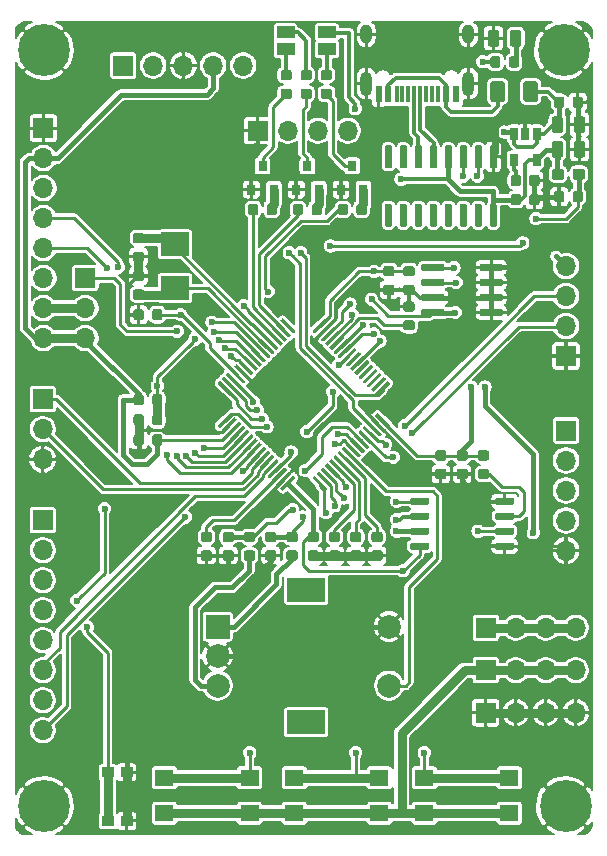
<source format=gbr>
G04 #@! TF.GenerationSoftware,KiCad,Pcbnew,(5.1.5)-2*
G04 #@! TF.CreationDate,2020-05-24T12:04:11+08:00*
G04 #@! TF.ProjectId,Bonjour STM32,426f6e6a-6f75-4722-9053-544d33322e6b,rev?*
G04 #@! TF.SameCoordinates,Original*
G04 #@! TF.FileFunction,Copper,L1,Top*
G04 #@! TF.FilePolarity,Positive*
%FSLAX46Y46*%
G04 Gerber Fmt 4.6, Leading zero omitted, Abs format (unit mm)*
G04 Created by KiCad (PCBNEW (5.1.5)-2) date 2020-05-24 12:04:11*
%MOMM*%
%LPD*%
G04 APERTURE LIST*
%ADD10C,0.100000*%
%ADD11R,0.600000X1.450000*%
%ADD12R,0.300000X1.450000*%
%ADD13O,1.000000X2.100000*%
%ADD14O,1.000000X1.600000*%
%ADD15R,0.800000X0.900000*%
%ADD16R,1.000000X0.900000*%
%ADD17C,0.700000*%
%ADD18C,4.400000*%
%ADD19R,2.400000X2.000000*%
%ADD20R,0.650000X1.060000*%
%ADD21R,2.000000X2.000000*%
%ADD22C,2.000000*%
%ADD23R,3.200000X2.000000*%
%ADD24R,1.600000X1.400000*%
%ADD25O,1.700000X1.700000*%
%ADD26R,1.700000X1.700000*%
%ADD27R,1.500000X1.000000*%
%ADD28C,0.600000*%
%ADD29C,0.400000*%
%ADD30C,0.800000*%
%ADD31C,0.300000*%
%ADD32C,0.250000*%
%ADD33C,0.195000*%
G04 APERTURE END LIST*
G04 #@! TA.AperFunction,SMDPad,CuDef*
D10*
G36*
X204761091Y-65185053D02*
G01*
X204782326Y-65188203D01*
X204803150Y-65193419D01*
X204823362Y-65200651D01*
X204842768Y-65209830D01*
X204861181Y-65220866D01*
X204878424Y-65233654D01*
X204894330Y-65248070D01*
X204908746Y-65263976D01*
X204921534Y-65281219D01*
X204932570Y-65299632D01*
X204941749Y-65319038D01*
X204948981Y-65339250D01*
X204954197Y-65360074D01*
X204957347Y-65381309D01*
X204958400Y-65402750D01*
X204958400Y-65915250D01*
X204957347Y-65936691D01*
X204954197Y-65957926D01*
X204948981Y-65978750D01*
X204941749Y-65998962D01*
X204932570Y-66018368D01*
X204921534Y-66036781D01*
X204908746Y-66054024D01*
X204894330Y-66069930D01*
X204878424Y-66084346D01*
X204861181Y-66097134D01*
X204842768Y-66108170D01*
X204823362Y-66117349D01*
X204803150Y-66124581D01*
X204782326Y-66129797D01*
X204761091Y-66132947D01*
X204739650Y-66134000D01*
X204302150Y-66134000D01*
X204280709Y-66132947D01*
X204259474Y-66129797D01*
X204238650Y-66124581D01*
X204218438Y-66117349D01*
X204199032Y-66108170D01*
X204180619Y-66097134D01*
X204163376Y-66084346D01*
X204147470Y-66069930D01*
X204133054Y-66054024D01*
X204120266Y-66036781D01*
X204109230Y-66018368D01*
X204100051Y-65998962D01*
X204092819Y-65978750D01*
X204087603Y-65957926D01*
X204084453Y-65936691D01*
X204083400Y-65915250D01*
X204083400Y-65402750D01*
X204084453Y-65381309D01*
X204087603Y-65360074D01*
X204092819Y-65339250D01*
X204100051Y-65319038D01*
X204109230Y-65299632D01*
X204120266Y-65281219D01*
X204133054Y-65263976D01*
X204147470Y-65248070D01*
X204163376Y-65233654D01*
X204180619Y-65220866D01*
X204199032Y-65209830D01*
X204218438Y-65200651D01*
X204238650Y-65193419D01*
X204259474Y-65188203D01*
X204280709Y-65185053D01*
X204302150Y-65184000D01*
X204739650Y-65184000D01*
X204761091Y-65185053D01*
G37*
G04 #@! TD.AperFunction*
G04 #@! TA.AperFunction,SMDPad,CuDef*
G36*
X203186091Y-65185053D02*
G01*
X203207326Y-65188203D01*
X203228150Y-65193419D01*
X203248362Y-65200651D01*
X203267768Y-65209830D01*
X203286181Y-65220866D01*
X203303424Y-65233654D01*
X203319330Y-65248070D01*
X203333746Y-65263976D01*
X203346534Y-65281219D01*
X203357570Y-65299632D01*
X203366749Y-65319038D01*
X203373981Y-65339250D01*
X203379197Y-65360074D01*
X203382347Y-65381309D01*
X203383400Y-65402750D01*
X203383400Y-65915250D01*
X203382347Y-65936691D01*
X203379197Y-65957926D01*
X203373981Y-65978750D01*
X203366749Y-65998962D01*
X203357570Y-66018368D01*
X203346534Y-66036781D01*
X203333746Y-66054024D01*
X203319330Y-66069930D01*
X203303424Y-66084346D01*
X203286181Y-66097134D01*
X203267768Y-66108170D01*
X203248362Y-66117349D01*
X203228150Y-66124581D01*
X203207326Y-66129797D01*
X203186091Y-66132947D01*
X203164650Y-66134000D01*
X202727150Y-66134000D01*
X202705709Y-66132947D01*
X202684474Y-66129797D01*
X202663650Y-66124581D01*
X202643438Y-66117349D01*
X202624032Y-66108170D01*
X202605619Y-66097134D01*
X202588376Y-66084346D01*
X202572470Y-66069930D01*
X202558054Y-66054024D01*
X202545266Y-66036781D01*
X202534230Y-66018368D01*
X202525051Y-65998962D01*
X202517819Y-65978750D01*
X202512603Y-65957926D01*
X202509453Y-65936691D01*
X202508400Y-65915250D01*
X202508400Y-65402750D01*
X202509453Y-65381309D01*
X202512603Y-65360074D01*
X202517819Y-65339250D01*
X202525051Y-65319038D01*
X202534230Y-65299632D01*
X202545266Y-65281219D01*
X202558054Y-65263976D01*
X202572470Y-65248070D01*
X202588376Y-65233654D01*
X202605619Y-65220866D01*
X202624032Y-65209830D01*
X202643438Y-65200651D01*
X202663650Y-65193419D01*
X202684474Y-65188203D01*
X202705709Y-65185053D01*
X202727150Y-65184000D01*
X203164650Y-65184000D01*
X203186091Y-65185053D01*
G37*
G04 #@! TD.AperFunction*
D11*
X191350000Y-56745000D03*
X192150000Y-56745000D03*
X197050000Y-56745000D03*
X197850000Y-56745000D03*
X197850000Y-56745000D03*
X197050000Y-56745000D03*
X192150000Y-56745000D03*
X191350000Y-56745000D03*
D12*
X196350000Y-56745000D03*
X195850000Y-56745000D03*
X195350000Y-56745000D03*
X194350000Y-56745000D03*
X193850000Y-56745000D03*
X193350000Y-56745000D03*
X192850000Y-56745000D03*
X194850000Y-56745000D03*
D13*
X190280000Y-55830000D03*
X198920000Y-55830000D03*
D14*
X198920000Y-51650000D03*
X190280000Y-51650000D03*
G04 #@! TA.AperFunction,SMDPad,CuDef*
D10*
G36*
X194177691Y-74276053D02*
G01*
X194198926Y-74279203D01*
X194219750Y-74284419D01*
X194239962Y-74291651D01*
X194259368Y-74300830D01*
X194277781Y-74311866D01*
X194295024Y-74324654D01*
X194310930Y-74339070D01*
X194325346Y-74354976D01*
X194338134Y-74372219D01*
X194349170Y-74390632D01*
X194358349Y-74410038D01*
X194365581Y-74430250D01*
X194370797Y-74451074D01*
X194373947Y-74472309D01*
X194375000Y-74493750D01*
X194375000Y-74931250D01*
X194373947Y-74952691D01*
X194370797Y-74973926D01*
X194365581Y-74994750D01*
X194358349Y-75014962D01*
X194349170Y-75034368D01*
X194338134Y-75052781D01*
X194325346Y-75070024D01*
X194310930Y-75085930D01*
X194295024Y-75100346D01*
X194277781Y-75113134D01*
X194259368Y-75124170D01*
X194239962Y-75133349D01*
X194219750Y-75140581D01*
X194198926Y-75145797D01*
X194177691Y-75148947D01*
X194156250Y-75150000D01*
X193643750Y-75150000D01*
X193622309Y-75148947D01*
X193601074Y-75145797D01*
X193580250Y-75140581D01*
X193560038Y-75133349D01*
X193540632Y-75124170D01*
X193522219Y-75113134D01*
X193504976Y-75100346D01*
X193489070Y-75085930D01*
X193474654Y-75070024D01*
X193461866Y-75052781D01*
X193450830Y-75034368D01*
X193441651Y-75014962D01*
X193434419Y-74994750D01*
X193429203Y-74973926D01*
X193426053Y-74952691D01*
X193425000Y-74931250D01*
X193425000Y-74493750D01*
X193426053Y-74472309D01*
X193429203Y-74451074D01*
X193434419Y-74430250D01*
X193441651Y-74410038D01*
X193450830Y-74390632D01*
X193461866Y-74372219D01*
X193474654Y-74354976D01*
X193489070Y-74339070D01*
X193504976Y-74324654D01*
X193522219Y-74311866D01*
X193540632Y-74300830D01*
X193560038Y-74291651D01*
X193580250Y-74284419D01*
X193601074Y-74279203D01*
X193622309Y-74276053D01*
X193643750Y-74275000D01*
X194156250Y-74275000D01*
X194177691Y-74276053D01*
G37*
G04 #@! TD.AperFunction*
G04 #@! TA.AperFunction,SMDPad,CuDef*
G36*
X194177691Y-75851053D02*
G01*
X194198926Y-75854203D01*
X194219750Y-75859419D01*
X194239962Y-75866651D01*
X194259368Y-75875830D01*
X194277781Y-75886866D01*
X194295024Y-75899654D01*
X194310930Y-75914070D01*
X194325346Y-75929976D01*
X194338134Y-75947219D01*
X194349170Y-75965632D01*
X194358349Y-75985038D01*
X194365581Y-76005250D01*
X194370797Y-76026074D01*
X194373947Y-76047309D01*
X194375000Y-76068750D01*
X194375000Y-76506250D01*
X194373947Y-76527691D01*
X194370797Y-76548926D01*
X194365581Y-76569750D01*
X194358349Y-76589962D01*
X194349170Y-76609368D01*
X194338134Y-76627781D01*
X194325346Y-76645024D01*
X194310930Y-76660930D01*
X194295024Y-76675346D01*
X194277781Y-76688134D01*
X194259368Y-76699170D01*
X194239962Y-76708349D01*
X194219750Y-76715581D01*
X194198926Y-76720797D01*
X194177691Y-76723947D01*
X194156250Y-76725000D01*
X193643750Y-76725000D01*
X193622309Y-76723947D01*
X193601074Y-76720797D01*
X193580250Y-76715581D01*
X193560038Y-76708349D01*
X193540632Y-76699170D01*
X193522219Y-76688134D01*
X193504976Y-76675346D01*
X193489070Y-76660930D01*
X193474654Y-76645024D01*
X193461866Y-76627781D01*
X193450830Y-76609368D01*
X193441651Y-76589962D01*
X193434419Y-76569750D01*
X193429203Y-76548926D01*
X193426053Y-76527691D01*
X193425000Y-76506250D01*
X193425000Y-76068750D01*
X193426053Y-76047309D01*
X193429203Y-76026074D01*
X193434419Y-76005250D01*
X193441651Y-75985038D01*
X193450830Y-75965632D01*
X193461866Y-75947219D01*
X193474654Y-75929976D01*
X193489070Y-75914070D01*
X193504976Y-75899654D01*
X193522219Y-75886866D01*
X193540632Y-75875830D01*
X193560038Y-75866651D01*
X193580250Y-75859419D01*
X193601074Y-75854203D01*
X193622309Y-75851053D01*
X193643750Y-75850000D01*
X194156250Y-75850000D01*
X194177691Y-75851053D01*
G37*
G04 #@! TD.AperFunction*
G04 #@! TA.AperFunction,SMDPad,CuDef*
G36*
X208605142Y-58601174D02*
G01*
X208628803Y-58604684D01*
X208652007Y-58610496D01*
X208674529Y-58618554D01*
X208696153Y-58628782D01*
X208716670Y-58641079D01*
X208735883Y-58655329D01*
X208753607Y-58671393D01*
X208769671Y-58689117D01*
X208783921Y-58708330D01*
X208796218Y-58728847D01*
X208806446Y-58750471D01*
X208814504Y-58772993D01*
X208820316Y-58796197D01*
X208823826Y-58819858D01*
X208825000Y-58843750D01*
X208825000Y-59756250D01*
X208823826Y-59780142D01*
X208820316Y-59803803D01*
X208814504Y-59827007D01*
X208806446Y-59849529D01*
X208796218Y-59871153D01*
X208783921Y-59891670D01*
X208769671Y-59910883D01*
X208753607Y-59928607D01*
X208735883Y-59944671D01*
X208716670Y-59958921D01*
X208696153Y-59971218D01*
X208674529Y-59981446D01*
X208652007Y-59989504D01*
X208628803Y-59995316D01*
X208605142Y-59998826D01*
X208581250Y-60000000D01*
X208093750Y-60000000D01*
X208069858Y-59998826D01*
X208046197Y-59995316D01*
X208022993Y-59989504D01*
X208000471Y-59981446D01*
X207978847Y-59971218D01*
X207958330Y-59958921D01*
X207939117Y-59944671D01*
X207921393Y-59928607D01*
X207905329Y-59910883D01*
X207891079Y-59891670D01*
X207878782Y-59871153D01*
X207868554Y-59849529D01*
X207860496Y-59827007D01*
X207854684Y-59803803D01*
X207851174Y-59780142D01*
X207850000Y-59756250D01*
X207850000Y-58843750D01*
X207851174Y-58819858D01*
X207854684Y-58796197D01*
X207860496Y-58772993D01*
X207868554Y-58750471D01*
X207878782Y-58728847D01*
X207891079Y-58708330D01*
X207905329Y-58689117D01*
X207921393Y-58671393D01*
X207939117Y-58655329D01*
X207958330Y-58641079D01*
X207978847Y-58628782D01*
X208000471Y-58618554D01*
X208022993Y-58610496D01*
X208046197Y-58604684D01*
X208069858Y-58601174D01*
X208093750Y-58600000D01*
X208581250Y-58600000D01*
X208605142Y-58601174D01*
G37*
G04 #@! TD.AperFunction*
G04 #@! TA.AperFunction,SMDPad,CuDef*
G36*
X206730142Y-58601174D02*
G01*
X206753803Y-58604684D01*
X206777007Y-58610496D01*
X206799529Y-58618554D01*
X206821153Y-58628782D01*
X206841670Y-58641079D01*
X206860883Y-58655329D01*
X206878607Y-58671393D01*
X206894671Y-58689117D01*
X206908921Y-58708330D01*
X206921218Y-58728847D01*
X206931446Y-58750471D01*
X206939504Y-58772993D01*
X206945316Y-58796197D01*
X206948826Y-58819858D01*
X206950000Y-58843750D01*
X206950000Y-59756250D01*
X206948826Y-59780142D01*
X206945316Y-59803803D01*
X206939504Y-59827007D01*
X206931446Y-59849529D01*
X206921218Y-59871153D01*
X206908921Y-59891670D01*
X206894671Y-59910883D01*
X206878607Y-59928607D01*
X206860883Y-59944671D01*
X206841670Y-59958921D01*
X206821153Y-59971218D01*
X206799529Y-59981446D01*
X206777007Y-59989504D01*
X206753803Y-59995316D01*
X206730142Y-59998826D01*
X206706250Y-60000000D01*
X206218750Y-60000000D01*
X206194858Y-59998826D01*
X206171197Y-59995316D01*
X206147993Y-59989504D01*
X206125471Y-59981446D01*
X206103847Y-59971218D01*
X206083330Y-59958921D01*
X206064117Y-59944671D01*
X206046393Y-59928607D01*
X206030329Y-59910883D01*
X206016079Y-59891670D01*
X206003782Y-59871153D01*
X205993554Y-59849529D01*
X205985496Y-59827007D01*
X205979684Y-59803803D01*
X205976174Y-59780142D01*
X205975000Y-59756250D01*
X205975000Y-58843750D01*
X205976174Y-58819858D01*
X205979684Y-58796197D01*
X205985496Y-58772993D01*
X205993554Y-58750471D01*
X206003782Y-58728847D01*
X206016079Y-58708330D01*
X206030329Y-58689117D01*
X206046393Y-58671393D01*
X206064117Y-58655329D01*
X206083330Y-58641079D01*
X206103847Y-58628782D01*
X206125471Y-58618554D01*
X206147993Y-58610496D01*
X206171197Y-58604684D01*
X206194858Y-58601174D01*
X206218750Y-58600000D01*
X206706250Y-58600000D01*
X206730142Y-58601174D01*
G37*
G04 #@! TD.AperFunction*
G04 #@! TA.AperFunction,SMDPad,CuDef*
G36*
X177027691Y-95351053D02*
G01*
X177048926Y-95354203D01*
X177069750Y-95359419D01*
X177089962Y-95366651D01*
X177109368Y-95375830D01*
X177127781Y-95386866D01*
X177145024Y-95399654D01*
X177160930Y-95414070D01*
X177175346Y-95429976D01*
X177188134Y-95447219D01*
X177199170Y-95465632D01*
X177208349Y-95485038D01*
X177215581Y-95505250D01*
X177220797Y-95526074D01*
X177223947Y-95547309D01*
X177225000Y-95568750D01*
X177225000Y-96006250D01*
X177223947Y-96027691D01*
X177220797Y-96048926D01*
X177215581Y-96069750D01*
X177208349Y-96089962D01*
X177199170Y-96109368D01*
X177188134Y-96127781D01*
X177175346Y-96145024D01*
X177160930Y-96160930D01*
X177145024Y-96175346D01*
X177127781Y-96188134D01*
X177109368Y-96199170D01*
X177089962Y-96208349D01*
X177069750Y-96215581D01*
X177048926Y-96220797D01*
X177027691Y-96223947D01*
X177006250Y-96225000D01*
X176493750Y-96225000D01*
X176472309Y-96223947D01*
X176451074Y-96220797D01*
X176430250Y-96215581D01*
X176410038Y-96208349D01*
X176390632Y-96199170D01*
X176372219Y-96188134D01*
X176354976Y-96175346D01*
X176339070Y-96160930D01*
X176324654Y-96145024D01*
X176311866Y-96127781D01*
X176300830Y-96109368D01*
X176291651Y-96089962D01*
X176284419Y-96069750D01*
X176279203Y-96048926D01*
X176276053Y-96027691D01*
X176275000Y-96006250D01*
X176275000Y-95568750D01*
X176276053Y-95547309D01*
X176279203Y-95526074D01*
X176284419Y-95505250D01*
X176291651Y-95485038D01*
X176300830Y-95465632D01*
X176311866Y-95447219D01*
X176324654Y-95429976D01*
X176339070Y-95414070D01*
X176354976Y-95399654D01*
X176372219Y-95386866D01*
X176390632Y-95375830D01*
X176410038Y-95366651D01*
X176430250Y-95359419D01*
X176451074Y-95354203D01*
X176472309Y-95351053D01*
X176493750Y-95350000D01*
X177006250Y-95350000D01*
X177027691Y-95351053D01*
G37*
G04 #@! TD.AperFunction*
G04 #@! TA.AperFunction,SMDPad,CuDef*
G36*
X177027691Y-93776053D02*
G01*
X177048926Y-93779203D01*
X177069750Y-93784419D01*
X177089962Y-93791651D01*
X177109368Y-93800830D01*
X177127781Y-93811866D01*
X177145024Y-93824654D01*
X177160930Y-93839070D01*
X177175346Y-93854976D01*
X177188134Y-93872219D01*
X177199170Y-93890632D01*
X177208349Y-93910038D01*
X177215581Y-93930250D01*
X177220797Y-93951074D01*
X177223947Y-93972309D01*
X177225000Y-93993750D01*
X177225000Y-94431250D01*
X177223947Y-94452691D01*
X177220797Y-94473926D01*
X177215581Y-94494750D01*
X177208349Y-94514962D01*
X177199170Y-94534368D01*
X177188134Y-94552781D01*
X177175346Y-94570024D01*
X177160930Y-94585930D01*
X177145024Y-94600346D01*
X177127781Y-94613134D01*
X177109368Y-94624170D01*
X177089962Y-94633349D01*
X177069750Y-94640581D01*
X177048926Y-94645797D01*
X177027691Y-94648947D01*
X177006250Y-94650000D01*
X176493750Y-94650000D01*
X176472309Y-94648947D01*
X176451074Y-94645797D01*
X176430250Y-94640581D01*
X176410038Y-94633349D01*
X176390632Y-94624170D01*
X176372219Y-94613134D01*
X176354976Y-94600346D01*
X176339070Y-94585930D01*
X176324654Y-94570024D01*
X176311866Y-94552781D01*
X176300830Y-94534368D01*
X176291651Y-94514962D01*
X176284419Y-94494750D01*
X176279203Y-94473926D01*
X176276053Y-94452691D01*
X176275000Y-94431250D01*
X176275000Y-93993750D01*
X176276053Y-93972309D01*
X176279203Y-93951074D01*
X176284419Y-93930250D01*
X176291651Y-93910038D01*
X176300830Y-93890632D01*
X176311866Y-93872219D01*
X176324654Y-93854976D01*
X176339070Y-93839070D01*
X176354976Y-93824654D01*
X176372219Y-93811866D01*
X176390632Y-93800830D01*
X176410038Y-93791651D01*
X176430250Y-93784419D01*
X176451074Y-93779203D01*
X176472309Y-93776053D01*
X176493750Y-93775000D01*
X177006250Y-93775000D01*
X177027691Y-93776053D01*
G37*
G04 #@! TD.AperFunction*
D15*
X189100000Y-62800000D03*
X190050000Y-64800000D03*
X188150000Y-64800000D03*
X181500000Y-62800000D03*
X182450000Y-64800000D03*
X180550000Y-64800000D03*
X185300000Y-62800000D03*
X186250000Y-64800000D03*
X184350000Y-64800000D03*
D16*
X168400000Y-118250000D03*
X170000000Y-118250000D03*
X168400000Y-114150000D03*
X170000000Y-114150000D03*
D17*
X208333452Y-115833274D03*
X207166726Y-115350000D03*
X206000000Y-115833274D03*
X205516726Y-117000000D03*
X206000000Y-118166726D03*
X207166726Y-118650000D03*
X208333452Y-118166726D03*
X208816726Y-117000000D03*
D18*
X207166726Y-117000000D03*
D17*
X164166726Y-115833274D03*
X163000000Y-115350000D03*
X161833274Y-115833274D03*
X161350000Y-117000000D03*
X161833274Y-118166726D03*
X163000000Y-118650000D03*
X164166726Y-118166726D03*
X164650000Y-117000000D03*
D18*
X163000000Y-117000000D03*
D17*
X208166726Y-51833274D03*
X207000000Y-51350000D03*
X205833274Y-51833274D03*
X205350000Y-53000000D03*
X205833274Y-54166726D03*
X207000000Y-54650000D03*
X208166726Y-54166726D03*
X208650000Y-53000000D03*
D18*
X207000000Y-53000000D03*
D17*
X164166726Y-51833274D03*
X163000000Y-51350000D03*
X161833274Y-51833274D03*
X161350000Y-53000000D03*
X161833274Y-54166726D03*
X163000000Y-54650000D03*
X164166726Y-54166726D03*
X164650000Y-53000000D03*
D18*
X163000000Y-53000000D03*
D19*
X174100000Y-73150000D03*
X174100000Y-69450000D03*
G04 #@! TA.AperFunction,SMDPad,CuDef*
D10*
G36*
X196764703Y-74905722D02*
G01*
X196779264Y-74907882D01*
X196793543Y-74911459D01*
X196807403Y-74916418D01*
X196820710Y-74922712D01*
X196833336Y-74930280D01*
X196845159Y-74939048D01*
X196856066Y-74948934D01*
X196865952Y-74959841D01*
X196874720Y-74971664D01*
X196882288Y-74984290D01*
X196888582Y-74997597D01*
X196893541Y-75011457D01*
X196897118Y-75025736D01*
X196899278Y-75040297D01*
X196900000Y-75055000D01*
X196900000Y-75355000D01*
X196899278Y-75369703D01*
X196897118Y-75384264D01*
X196893541Y-75398543D01*
X196888582Y-75412403D01*
X196882288Y-75425710D01*
X196874720Y-75438336D01*
X196865952Y-75450159D01*
X196856066Y-75461066D01*
X196845159Y-75470952D01*
X196833336Y-75479720D01*
X196820710Y-75487288D01*
X196807403Y-75493582D01*
X196793543Y-75498541D01*
X196779264Y-75502118D01*
X196764703Y-75504278D01*
X196750000Y-75505000D01*
X195100000Y-75505000D01*
X195085297Y-75504278D01*
X195070736Y-75502118D01*
X195056457Y-75498541D01*
X195042597Y-75493582D01*
X195029290Y-75487288D01*
X195016664Y-75479720D01*
X195004841Y-75470952D01*
X194993934Y-75461066D01*
X194984048Y-75450159D01*
X194975280Y-75438336D01*
X194967712Y-75425710D01*
X194961418Y-75412403D01*
X194956459Y-75398543D01*
X194952882Y-75384264D01*
X194950722Y-75369703D01*
X194950000Y-75355000D01*
X194950000Y-75055000D01*
X194950722Y-75040297D01*
X194952882Y-75025736D01*
X194956459Y-75011457D01*
X194961418Y-74997597D01*
X194967712Y-74984290D01*
X194975280Y-74971664D01*
X194984048Y-74959841D01*
X194993934Y-74948934D01*
X195004841Y-74939048D01*
X195016664Y-74930280D01*
X195029290Y-74922712D01*
X195042597Y-74916418D01*
X195056457Y-74911459D01*
X195070736Y-74907882D01*
X195085297Y-74905722D01*
X195100000Y-74905000D01*
X196750000Y-74905000D01*
X196764703Y-74905722D01*
G37*
G04 #@! TD.AperFunction*
G04 #@! TA.AperFunction,SMDPad,CuDef*
G36*
X196764703Y-73635722D02*
G01*
X196779264Y-73637882D01*
X196793543Y-73641459D01*
X196807403Y-73646418D01*
X196820710Y-73652712D01*
X196833336Y-73660280D01*
X196845159Y-73669048D01*
X196856066Y-73678934D01*
X196865952Y-73689841D01*
X196874720Y-73701664D01*
X196882288Y-73714290D01*
X196888582Y-73727597D01*
X196893541Y-73741457D01*
X196897118Y-73755736D01*
X196899278Y-73770297D01*
X196900000Y-73785000D01*
X196900000Y-74085000D01*
X196899278Y-74099703D01*
X196897118Y-74114264D01*
X196893541Y-74128543D01*
X196888582Y-74142403D01*
X196882288Y-74155710D01*
X196874720Y-74168336D01*
X196865952Y-74180159D01*
X196856066Y-74191066D01*
X196845159Y-74200952D01*
X196833336Y-74209720D01*
X196820710Y-74217288D01*
X196807403Y-74223582D01*
X196793543Y-74228541D01*
X196779264Y-74232118D01*
X196764703Y-74234278D01*
X196750000Y-74235000D01*
X195100000Y-74235000D01*
X195085297Y-74234278D01*
X195070736Y-74232118D01*
X195056457Y-74228541D01*
X195042597Y-74223582D01*
X195029290Y-74217288D01*
X195016664Y-74209720D01*
X195004841Y-74200952D01*
X194993934Y-74191066D01*
X194984048Y-74180159D01*
X194975280Y-74168336D01*
X194967712Y-74155710D01*
X194961418Y-74142403D01*
X194956459Y-74128543D01*
X194952882Y-74114264D01*
X194950722Y-74099703D01*
X194950000Y-74085000D01*
X194950000Y-73785000D01*
X194950722Y-73770297D01*
X194952882Y-73755736D01*
X194956459Y-73741457D01*
X194961418Y-73727597D01*
X194967712Y-73714290D01*
X194975280Y-73701664D01*
X194984048Y-73689841D01*
X194993934Y-73678934D01*
X195004841Y-73669048D01*
X195016664Y-73660280D01*
X195029290Y-73652712D01*
X195042597Y-73646418D01*
X195056457Y-73641459D01*
X195070736Y-73637882D01*
X195085297Y-73635722D01*
X195100000Y-73635000D01*
X196750000Y-73635000D01*
X196764703Y-73635722D01*
G37*
G04 #@! TD.AperFunction*
G04 #@! TA.AperFunction,SMDPad,CuDef*
G36*
X196764703Y-72365722D02*
G01*
X196779264Y-72367882D01*
X196793543Y-72371459D01*
X196807403Y-72376418D01*
X196820710Y-72382712D01*
X196833336Y-72390280D01*
X196845159Y-72399048D01*
X196856066Y-72408934D01*
X196865952Y-72419841D01*
X196874720Y-72431664D01*
X196882288Y-72444290D01*
X196888582Y-72457597D01*
X196893541Y-72471457D01*
X196897118Y-72485736D01*
X196899278Y-72500297D01*
X196900000Y-72515000D01*
X196900000Y-72815000D01*
X196899278Y-72829703D01*
X196897118Y-72844264D01*
X196893541Y-72858543D01*
X196888582Y-72872403D01*
X196882288Y-72885710D01*
X196874720Y-72898336D01*
X196865952Y-72910159D01*
X196856066Y-72921066D01*
X196845159Y-72930952D01*
X196833336Y-72939720D01*
X196820710Y-72947288D01*
X196807403Y-72953582D01*
X196793543Y-72958541D01*
X196779264Y-72962118D01*
X196764703Y-72964278D01*
X196750000Y-72965000D01*
X195100000Y-72965000D01*
X195085297Y-72964278D01*
X195070736Y-72962118D01*
X195056457Y-72958541D01*
X195042597Y-72953582D01*
X195029290Y-72947288D01*
X195016664Y-72939720D01*
X195004841Y-72930952D01*
X194993934Y-72921066D01*
X194984048Y-72910159D01*
X194975280Y-72898336D01*
X194967712Y-72885710D01*
X194961418Y-72872403D01*
X194956459Y-72858543D01*
X194952882Y-72844264D01*
X194950722Y-72829703D01*
X194950000Y-72815000D01*
X194950000Y-72515000D01*
X194950722Y-72500297D01*
X194952882Y-72485736D01*
X194956459Y-72471457D01*
X194961418Y-72457597D01*
X194967712Y-72444290D01*
X194975280Y-72431664D01*
X194984048Y-72419841D01*
X194993934Y-72408934D01*
X195004841Y-72399048D01*
X195016664Y-72390280D01*
X195029290Y-72382712D01*
X195042597Y-72376418D01*
X195056457Y-72371459D01*
X195070736Y-72367882D01*
X195085297Y-72365722D01*
X195100000Y-72365000D01*
X196750000Y-72365000D01*
X196764703Y-72365722D01*
G37*
G04 #@! TD.AperFunction*
G04 #@! TA.AperFunction,SMDPad,CuDef*
G36*
X196764703Y-71095722D02*
G01*
X196779264Y-71097882D01*
X196793543Y-71101459D01*
X196807403Y-71106418D01*
X196820710Y-71112712D01*
X196833336Y-71120280D01*
X196845159Y-71129048D01*
X196856066Y-71138934D01*
X196865952Y-71149841D01*
X196874720Y-71161664D01*
X196882288Y-71174290D01*
X196888582Y-71187597D01*
X196893541Y-71201457D01*
X196897118Y-71215736D01*
X196899278Y-71230297D01*
X196900000Y-71245000D01*
X196900000Y-71545000D01*
X196899278Y-71559703D01*
X196897118Y-71574264D01*
X196893541Y-71588543D01*
X196888582Y-71602403D01*
X196882288Y-71615710D01*
X196874720Y-71628336D01*
X196865952Y-71640159D01*
X196856066Y-71651066D01*
X196845159Y-71660952D01*
X196833336Y-71669720D01*
X196820710Y-71677288D01*
X196807403Y-71683582D01*
X196793543Y-71688541D01*
X196779264Y-71692118D01*
X196764703Y-71694278D01*
X196750000Y-71695000D01*
X195100000Y-71695000D01*
X195085297Y-71694278D01*
X195070736Y-71692118D01*
X195056457Y-71688541D01*
X195042597Y-71683582D01*
X195029290Y-71677288D01*
X195016664Y-71669720D01*
X195004841Y-71660952D01*
X194993934Y-71651066D01*
X194984048Y-71640159D01*
X194975280Y-71628336D01*
X194967712Y-71615710D01*
X194961418Y-71602403D01*
X194956459Y-71588543D01*
X194952882Y-71574264D01*
X194950722Y-71559703D01*
X194950000Y-71545000D01*
X194950000Y-71245000D01*
X194950722Y-71230297D01*
X194952882Y-71215736D01*
X194956459Y-71201457D01*
X194961418Y-71187597D01*
X194967712Y-71174290D01*
X194975280Y-71161664D01*
X194984048Y-71149841D01*
X194993934Y-71138934D01*
X195004841Y-71129048D01*
X195016664Y-71120280D01*
X195029290Y-71112712D01*
X195042597Y-71106418D01*
X195056457Y-71101459D01*
X195070736Y-71097882D01*
X195085297Y-71095722D01*
X195100000Y-71095000D01*
X196750000Y-71095000D01*
X196764703Y-71095722D01*
G37*
G04 #@! TD.AperFunction*
G04 #@! TA.AperFunction,SMDPad,CuDef*
G36*
X201714703Y-71095722D02*
G01*
X201729264Y-71097882D01*
X201743543Y-71101459D01*
X201757403Y-71106418D01*
X201770710Y-71112712D01*
X201783336Y-71120280D01*
X201795159Y-71129048D01*
X201806066Y-71138934D01*
X201815952Y-71149841D01*
X201824720Y-71161664D01*
X201832288Y-71174290D01*
X201838582Y-71187597D01*
X201843541Y-71201457D01*
X201847118Y-71215736D01*
X201849278Y-71230297D01*
X201850000Y-71245000D01*
X201850000Y-71545000D01*
X201849278Y-71559703D01*
X201847118Y-71574264D01*
X201843541Y-71588543D01*
X201838582Y-71602403D01*
X201832288Y-71615710D01*
X201824720Y-71628336D01*
X201815952Y-71640159D01*
X201806066Y-71651066D01*
X201795159Y-71660952D01*
X201783336Y-71669720D01*
X201770710Y-71677288D01*
X201757403Y-71683582D01*
X201743543Y-71688541D01*
X201729264Y-71692118D01*
X201714703Y-71694278D01*
X201700000Y-71695000D01*
X200050000Y-71695000D01*
X200035297Y-71694278D01*
X200020736Y-71692118D01*
X200006457Y-71688541D01*
X199992597Y-71683582D01*
X199979290Y-71677288D01*
X199966664Y-71669720D01*
X199954841Y-71660952D01*
X199943934Y-71651066D01*
X199934048Y-71640159D01*
X199925280Y-71628336D01*
X199917712Y-71615710D01*
X199911418Y-71602403D01*
X199906459Y-71588543D01*
X199902882Y-71574264D01*
X199900722Y-71559703D01*
X199900000Y-71545000D01*
X199900000Y-71245000D01*
X199900722Y-71230297D01*
X199902882Y-71215736D01*
X199906459Y-71201457D01*
X199911418Y-71187597D01*
X199917712Y-71174290D01*
X199925280Y-71161664D01*
X199934048Y-71149841D01*
X199943934Y-71138934D01*
X199954841Y-71129048D01*
X199966664Y-71120280D01*
X199979290Y-71112712D01*
X199992597Y-71106418D01*
X200006457Y-71101459D01*
X200020736Y-71097882D01*
X200035297Y-71095722D01*
X200050000Y-71095000D01*
X201700000Y-71095000D01*
X201714703Y-71095722D01*
G37*
G04 #@! TD.AperFunction*
G04 #@! TA.AperFunction,SMDPad,CuDef*
G36*
X201714703Y-72365722D02*
G01*
X201729264Y-72367882D01*
X201743543Y-72371459D01*
X201757403Y-72376418D01*
X201770710Y-72382712D01*
X201783336Y-72390280D01*
X201795159Y-72399048D01*
X201806066Y-72408934D01*
X201815952Y-72419841D01*
X201824720Y-72431664D01*
X201832288Y-72444290D01*
X201838582Y-72457597D01*
X201843541Y-72471457D01*
X201847118Y-72485736D01*
X201849278Y-72500297D01*
X201850000Y-72515000D01*
X201850000Y-72815000D01*
X201849278Y-72829703D01*
X201847118Y-72844264D01*
X201843541Y-72858543D01*
X201838582Y-72872403D01*
X201832288Y-72885710D01*
X201824720Y-72898336D01*
X201815952Y-72910159D01*
X201806066Y-72921066D01*
X201795159Y-72930952D01*
X201783336Y-72939720D01*
X201770710Y-72947288D01*
X201757403Y-72953582D01*
X201743543Y-72958541D01*
X201729264Y-72962118D01*
X201714703Y-72964278D01*
X201700000Y-72965000D01*
X200050000Y-72965000D01*
X200035297Y-72964278D01*
X200020736Y-72962118D01*
X200006457Y-72958541D01*
X199992597Y-72953582D01*
X199979290Y-72947288D01*
X199966664Y-72939720D01*
X199954841Y-72930952D01*
X199943934Y-72921066D01*
X199934048Y-72910159D01*
X199925280Y-72898336D01*
X199917712Y-72885710D01*
X199911418Y-72872403D01*
X199906459Y-72858543D01*
X199902882Y-72844264D01*
X199900722Y-72829703D01*
X199900000Y-72815000D01*
X199900000Y-72515000D01*
X199900722Y-72500297D01*
X199902882Y-72485736D01*
X199906459Y-72471457D01*
X199911418Y-72457597D01*
X199917712Y-72444290D01*
X199925280Y-72431664D01*
X199934048Y-72419841D01*
X199943934Y-72408934D01*
X199954841Y-72399048D01*
X199966664Y-72390280D01*
X199979290Y-72382712D01*
X199992597Y-72376418D01*
X200006457Y-72371459D01*
X200020736Y-72367882D01*
X200035297Y-72365722D01*
X200050000Y-72365000D01*
X201700000Y-72365000D01*
X201714703Y-72365722D01*
G37*
G04 #@! TD.AperFunction*
G04 #@! TA.AperFunction,SMDPad,CuDef*
G36*
X201714703Y-73635722D02*
G01*
X201729264Y-73637882D01*
X201743543Y-73641459D01*
X201757403Y-73646418D01*
X201770710Y-73652712D01*
X201783336Y-73660280D01*
X201795159Y-73669048D01*
X201806066Y-73678934D01*
X201815952Y-73689841D01*
X201824720Y-73701664D01*
X201832288Y-73714290D01*
X201838582Y-73727597D01*
X201843541Y-73741457D01*
X201847118Y-73755736D01*
X201849278Y-73770297D01*
X201850000Y-73785000D01*
X201850000Y-74085000D01*
X201849278Y-74099703D01*
X201847118Y-74114264D01*
X201843541Y-74128543D01*
X201838582Y-74142403D01*
X201832288Y-74155710D01*
X201824720Y-74168336D01*
X201815952Y-74180159D01*
X201806066Y-74191066D01*
X201795159Y-74200952D01*
X201783336Y-74209720D01*
X201770710Y-74217288D01*
X201757403Y-74223582D01*
X201743543Y-74228541D01*
X201729264Y-74232118D01*
X201714703Y-74234278D01*
X201700000Y-74235000D01*
X200050000Y-74235000D01*
X200035297Y-74234278D01*
X200020736Y-74232118D01*
X200006457Y-74228541D01*
X199992597Y-74223582D01*
X199979290Y-74217288D01*
X199966664Y-74209720D01*
X199954841Y-74200952D01*
X199943934Y-74191066D01*
X199934048Y-74180159D01*
X199925280Y-74168336D01*
X199917712Y-74155710D01*
X199911418Y-74142403D01*
X199906459Y-74128543D01*
X199902882Y-74114264D01*
X199900722Y-74099703D01*
X199900000Y-74085000D01*
X199900000Y-73785000D01*
X199900722Y-73770297D01*
X199902882Y-73755736D01*
X199906459Y-73741457D01*
X199911418Y-73727597D01*
X199917712Y-73714290D01*
X199925280Y-73701664D01*
X199934048Y-73689841D01*
X199943934Y-73678934D01*
X199954841Y-73669048D01*
X199966664Y-73660280D01*
X199979290Y-73652712D01*
X199992597Y-73646418D01*
X200006457Y-73641459D01*
X200020736Y-73637882D01*
X200035297Y-73635722D01*
X200050000Y-73635000D01*
X201700000Y-73635000D01*
X201714703Y-73635722D01*
G37*
G04 #@! TD.AperFunction*
G04 #@! TA.AperFunction,SMDPad,CuDef*
G36*
X201714703Y-74905722D02*
G01*
X201729264Y-74907882D01*
X201743543Y-74911459D01*
X201757403Y-74916418D01*
X201770710Y-74922712D01*
X201783336Y-74930280D01*
X201795159Y-74939048D01*
X201806066Y-74948934D01*
X201815952Y-74959841D01*
X201824720Y-74971664D01*
X201832288Y-74984290D01*
X201838582Y-74997597D01*
X201843541Y-75011457D01*
X201847118Y-75025736D01*
X201849278Y-75040297D01*
X201850000Y-75055000D01*
X201850000Y-75355000D01*
X201849278Y-75369703D01*
X201847118Y-75384264D01*
X201843541Y-75398543D01*
X201838582Y-75412403D01*
X201832288Y-75425710D01*
X201824720Y-75438336D01*
X201815952Y-75450159D01*
X201806066Y-75461066D01*
X201795159Y-75470952D01*
X201783336Y-75479720D01*
X201770710Y-75487288D01*
X201757403Y-75493582D01*
X201743543Y-75498541D01*
X201729264Y-75502118D01*
X201714703Y-75504278D01*
X201700000Y-75505000D01*
X200050000Y-75505000D01*
X200035297Y-75504278D01*
X200020736Y-75502118D01*
X200006457Y-75498541D01*
X199992597Y-75493582D01*
X199979290Y-75487288D01*
X199966664Y-75479720D01*
X199954841Y-75470952D01*
X199943934Y-75461066D01*
X199934048Y-75450159D01*
X199925280Y-75438336D01*
X199917712Y-75425710D01*
X199911418Y-75412403D01*
X199906459Y-75398543D01*
X199902882Y-75384264D01*
X199900722Y-75369703D01*
X199900000Y-75355000D01*
X199900000Y-75055000D01*
X199900722Y-75040297D01*
X199902882Y-75025736D01*
X199906459Y-75011457D01*
X199911418Y-74997597D01*
X199917712Y-74984290D01*
X199925280Y-74971664D01*
X199934048Y-74959841D01*
X199943934Y-74948934D01*
X199954841Y-74939048D01*
X199966664Y-74930280D01*
X199979290Y-74922712D01*
X199992597Y-74916418D01*
X200006457Y-74911459D01*
X200020736Y-74907882D01*
X200035297Y-74905722D01*
X200050000Y-74905000D01*
X201700000Y-74905000D01*
X201714703Y-74905722D01*
G37*
G04 #@! TD.AperFunction*
G04 #@! TA.AperFunction,SMDPad,CuDef*
G36*
X195464703Y-94705722D02*
G01*
X195479264Y-94707882D01*
X195493543Y-94711459D01*
X195507403Y-94716418D01*
X195520710Y-94722712D01*
X195533336Y-94730280D01*
X195545159Y-94739048D01*
X195556066Y-94748934D01*
X195565952Y-94759841D01*
X195574720Y-94771664D01*
X195582288Y-94784290D01*
X195588582Y-94797597D01*
X195593541Y-94811457D01*
X195597118Y-94825736D01*
X195599278Y-94840297D01*
X195600000Y-94855000D01*
X195600000Y-95155000D01*
X195599278Y-95169703D01*
X195597118Y-95184264D01*
X195593541Y-95198543D01*
X195588582Y-95212403D01*
X195582288Y-95225710D01*
X195574720Y-95238336D01*
X195565952Y-95250159D01*
X195556066Y-95261066D01*
X195545159Y-95270952D01*
X195533336Y-95279720D01*
X195520710Y-95287288D01*
X195507403Y-95293582D01*
X195493543Y-95298541D01*
X195479264Y-95302118D01*
X195464703Y-95304278D01*
X195450000Y-95305000D01*
X194150000Y-95305000D01*
X194135297Y-95304278D01*
X194120736Y-95302118D01*
X194106457Y-95298541D01*
X194092597Y-95293582D01*
X194079290Y-95287288D01*
X194066664Y-95279720D01*
X194054841Y-95270952D01*
X194043934Y-95261066D01*
X194034048Y-95250159D01*
X194025280Y-95238336D01*
X194017712Y-95225710D01*
X194011418Y-95212403D01*
X194006459Y-95198543D01*
X194002882Y-95184264D01*
X194000722Y-95169703D01*
X194000000Y-95155000D01*
X194000000Y-94855000D01*
X194000722Y-94840297D01*
X194002882Y-94825736D01*
X194006459Y-94811457D01*
X194011418Y-94797597D01*
X194017712Y-94784290D01*
X194025280Y-94771664D01*
X194034048Y-94759841D01*
X194043934Y-94748934D01*
X194054841Y-94739048D01*
X194066664Y-94730280D01*
X194079290Y-94722712D01*
X194092597Y-94716418D01*
X194106457Y-94711459D01*
X194120736Y-94707882D01*
X194135297Y-94705722D01*
X194150000Y-94705000D01*
X195450000Y-94705000D01*
X195464703Y-94705722D01*
G37*
G04 #@! TD.AperFunction*
G04 #@! TA.AperFunction,SMDPad,CuDef*
G36*
X195464703Y-93435722D02*
G01*
X195479264Y-93437882D01*
X195493543Y-93441459D01*
X195507403Y-93446418D01*
X195520710Y-93452712D01*
X195533336Y-93460280D01*
X195545159Y-93469048D01*
X195556066Y-93478934D01*
X195565952Y-93489841D01*
X195574720Y-93501664D01*
X195582288Y-93514290D01*
X195588582Y-93527597D01*
X195593541Y-93541457D01*
X195597118Y-93555736D01*
X195599278Y-93570297D01*
X195600000Y-93585000D01*
X195600000Y-93885000D01*
X195599278Y-93899703D01*
X195597118Y-93914264D01*
X195593541Y-93928543D01*
X195588582Y-93942403D01*
X195582288Y-93955710D01*
X195574720Y-93968336D01*
X195565952Y-93980159D01*
X195556066Y-93991066D01*
X195545159Y-94000952D01*
X195533336Y-94009720D01*
X195520710Y-94017288D01*
X195507403Y-94023582D01*
X195493543Y-94028541D01*
X195479264Y-94032118D01*
X195464703Y-94034278D01*
X195450000Y-94035000D01*
X194150000Y-94035000D01*
X194135297Y-94034278D01*
X194120736Y-94032118D01*
X194106457Y-94028541D01*
X194092597Y-94023582D01*
X194079290Y-94017288D01*
X194066664Y-94009720D01*
X194054841Y-94000952D01*
X194043934Y-93991066D01*
X194034048Y-93980159D01*
X194025280Y-93968336D01*
X194017712Y-93955710D01*
X194011418Y-93942403D01*
X194006459Y-93928543D01*
X194002882Y-93914264D01*
X194000722Y-93899703D01*
X194000000Y-93885000D01*
X194000000Y-93585000D01*
X194000722Y-93570297D01*
X194002882Y-93555736D01*
X194006459Y-93541457D01*
X194011418Y-93527597D01*
X194017712Y-93514290D01*
X194025280Y-93501664D01*
X194034048Y-93489841D01*
X194043934Y-93478934D01*
X194054841Y-93469048D01*
X194066664Y-93460280D01*
X194079290Y-93452712D01*
X194092597Y-93446418D01*
X194106457Y-93441459D01*
X194120736Y-93437882D01*
X194135297Y-93435722D01*
X194150000Y-93435000D01*
X195450000Y-93435000D01*
X195464703Y-93435722D01*
G37*
G04 #@! TD.AperFunction*
G04 #@! TA.AperFunction,SMDPad,CuDef*
G36*
X195464703Y-92165722D02*
G01*
X195479264Y-92167882D01*
X195493543Y-92171459D01*
X195507403Y-92176418D01*
X195520710Y-92182712D01*
X195533336Y-92190280D01*
X195545159Y-92199048D01*
X195556066Y-92208934D01*
X195565952Y-92219841D01*
X195574720Y-92231664D01*
X195582288Y-92244290D01*
X195588582Y-92257597D01*
X195593541Y-92271457D01*
X195597118Y-92285736D01*
X195599278Y-92300297D01*
X195600000Y-92315000D01*
X195600000Y-92615000D01*
X195599278Y-92629703D01*
X195597118Y-92644264D01*
X195593541Y-92658543D01*
X195588582Y-92672403D01*
X195582288Y-92685710D01*
X195574720Y-92698336D01*
X195565952Y-92710159D01*
X195556066Y-92721066D01*
X195545159Y-92730952D01*
X195533336Y-92739720D01*
X195520710Y-92747288D01*
X195507403Y-92753582D01*
X195493543Y-92758541D01*
X195479264Y-92762118D01*
X195464703Y-92764278D01*
X195450000Y-92765000D01*
X194150000Y-92765000D01*
X194135297Y-92764278D01*
X194120736Y-92762118D01*
X194106457Y-92758541D01*
X194092597Y-92753582D01*
X194079290Y-92747288D01*
X194066664Y-92739720D01*
X194054841Y-92730952D01*
X194043934Y-92721066D01*
X194034048Y-92710159D01*
X194025280Y-92698336D01*
X194017712Y-92685710D01*
X194011418Y-92672403D01*
X194006459Y-92658543D01*
X194002882Y-92644264D01*
X194000722Y-92629703D01*
X194000000Y-92615000D01*
X194000000Y-92315000D01*
X194000722Y-92300297D01*
X194002882Y-92285736D01*
X194006459Y-92271457D01*
X194011418Y-92257597D01*
X194017712Y-92244290D01*
X194025280Y-92231664D01*
X194034048Y-92219841D01*
X194043934Y-92208934D01*
X194054841Y-92199048D01*
X194066664Y-92190280D01*
X194079290Y-92182712D01*
X194092597Y-92176418D01*
X194106457Y-92171459D01*
X194120736Y-92167882D01*
X194135297Y-92165722D01*
X194150000Y-92165000D01*
X195450000Y-92165000D01*
X195464703Y-92165722D01*
G37*
G04 #@! TD.AperFunction*
G04 #@! TA.AperFunction,SMDPad,CuDef*
G36*
X195464703Y-90895722D02*
G01*
X195479264Y-90897882D01*
X195493543Y-90901459D01*
X195507403Y-90906418D01*
X195520710Y-90912712D01*
X195533336Y-90920280D01*
X195545159Y-90929048D01*
X195556066Y-90938934D01*
X195565952Y-90949841D01*
X195574720Y-90961664D01*
X195582288Y-90974290D01*
X195588582Y-90987597D01*
X195593541Y-91001457D01*
X195597118Y-91015736D01*
X195599278Y-91030297D01*
X195600000Y-91045000D01*
X195600000Y-91345000D01*
X195599278Y-91359703D01*
X195597118Y-91374264D01*
X195593541Y-91388543D01*
X195588582Y-91402403D01*
X195582288Y-91415710D01*
X195574720Y-91428336D01*
X195565952Y-91440159D01*
X195556066Y-91451066D01*
X195545159Y-91460952D01*
X195533336Y-91469720D01*
X195520710Y-91477288D01*
X195507403Y-91483582D01*
X195493543Y-91488541D01*
X195479264Y-91492118D01*
X195464703Y-91494278D01*
X195450000Y-91495000D01*
X194150000Y-91495000D01*
X194135297Y-91494278D01*
X194120736Y-91492118D01*
X194106457Y-91488541D01*
X194092597Y-91483582D01*
X194079290Y-91477288D01*
X194066664Y-91469720D01*
X194054841Y-91460952D01*
X194043934Y-91451066D01*
X194034048Y-91440159D01*
X194025280Y-91428336D01*
X194017712Y-91415710D01*
X194011418Y-91402403D01*
X194006459Y-91388543D01*
X194002882Y-91374264D01*
X194000722Y-91359703D01*
X194000000Y-91345000D01*
X194000000Y-91045000D01*
X194000722Y-91030297D01*
X194002882Y-91015736D01*
X194006459Y-91001457D01*
X194011418Y-90987597D01*
X194017712Y-90974290D01*
X194025280Y-90961664D01*
X194034048Y-90949841D01*
X194043934Y-90938934D01*
X194054841Y-90929048D01*
X194066664Y-90920280D01*
X194079290Y-90912712D01*
X194092597Y-90906418D01*
X194106457Y-90901459D01*
X194120736Y-90897882D01*
X194135297Y-90895722D01*
X194150000Y-90895000D01*
X195450000Y-90895000D01*
X195464703Y-90895722D01*
G37*
G04 #@! TD.AperFunction*
G04 #@! TA.AperFunction,SMDPad,CuDef*
G36*
X202664703Y-90895722D02*
G01*
X202679264Y-90897882D01*
X202693543Y-90901459D01*
X202707403Y-90906418D01*
X202720710Y-90912712D01*
X202733336Y-90920280D01*
X202745159Y-90929048D01*
X202756066Y-90938934D01*
X202765952Y-90949841D01*
X202774720Y-90961664D01*
X202782288Y-90974290D01*
X202788582Y-90987597D01*
X202793541Y-91001457D01*
X202797118Y-91015736D01*
X202799278Y-91030297D01*
X202800000Y-91045000D01*
X202800000Y-91345000D01*
X202799278Y-91359703D01*
X202797118Y-91374264D01*
X202793541Y-91388543D01*
X202788582Y-91402403D01*
X202782288Y-91415710D01*
X202774720Y-91428336D01*
X202765952Y-91440159D01*
X202756066Y-91451066D01*
X202745159Y-91460952D01*
X202733336Y-91469720D01*
X202720710Y-91477288D01*
X202707403Y-91483582D01*
X202693543Y-91488541D01*
X202679264Y-91492118D01*
X202664703Y-91494278D01*
X202650000Y-91495000D01*
X201350000Y-91495000D01*
X201335297Y-91494278D01*
X201320736Y-91492118D01*
X201306457Y-91488541D01*
X201292597Y-91483582D01*
X201279290Y-91477288D01*
X201266664Y-91469720D01*
X201254841Y-91460952D01*
X201243934Y-91451066D01*
X201234048Y-91440159D01*
X201225280Y-91428336D01*
X201217712Y-91415710D01*
X201211418Y-91402403D01*
X201206459Y-91388543D01*
X201202882Y-91374264D01*
X201200722Y-91359703D01*
X201200000Y-91345000D01*
X201200000Y-91045000D01*
X201200722Y-91030297D01*
X201202882Y-91015736D01*
X201206459Y-91001457D01*
X201211418Y-90987597D01*
X201217712Y-90974290D01*
X201225280Y-90961664D01*
X201234048Y-90949841D01*
X201243934Y-90938934D01*
X201254841Y-90929048D01*
X201266664Y-90920280D01*
X201279290Y-90912712D01*
X201292597Y-90906418D01*
X201306457Y-90901459D01*
X201320736Y-90897882D01*
X201335297Y-90895722D01*
X201350000Y-90895000D01*
X202650000Y-90895000D01*
X202664703Y-90895722D01*
G37*
G04 #@! TD.AperFunction*
G04 #@! TA.AperFunction,SMDPad,CuDef*
G36*
X202664703Y-92165722D02*
G01*
X202679264Y-92167882D01*
X202693543Y-92171459D01*
X202707403Y-92176418D01*
X202720710Y-92182712D01*
X202733336Y-92190280D01*
X202745159Y-92199048D01*
X202756066Y-92208934D01*
X202765952Y-92219841D01*
X202774720Y-92231664D01*
X202782288Y-92244290D01*
X202788582Y-92257597D01*
X202793541Y-92271457D01*
X202797118Y-92285736D01*
X202799278Y-92300297D01*
X202800000Y-92315000D01*
X202800000Y-92615000D01*
X202799278Y-92629703D01*
X202797118Y-92644264D01*
X202793541Y-92658543D01*
X202788582Y-92672403D01*
X202782288Y-92685710D01*
X202774720Y-92698336D01*
X202765952Y-92710159D01*
X202756066Y-92721066D01*
X202745159Y-92730952D01*
X202733336Y-92739720D01*
X202720710Y-92747288D01*
X202707403Y-92753582D01*
X202693543Y-92758541D01*
X202679264Y-92762118D01*
X202664703Y-92764278D01*
X202650000Y-92765000D01*
X201350000Y-92765000D01*
X201335297Y-92764278D01*
X201320736Y-92762118D01*
X201306457Y-92758541D01*
X201292597Y-92753582D01*
X201279290Y-92747288D01*
X201266664Y-92739720D01*
X201254841Y-92730952D01*
X201243934Y-92721066D01*
X201234048Y-92710159D01*
X201225280Y-92698336D01*
X201217712Y-92685710D01*
X201211418Y-92672403D01*
X201206459Y-92658543D01*
X201202882Y-92644264D01*
X201200722Y-92629703D01*
X201200000Y-92615000D01*
X201200000Y-92315000D01*
X201200722Y-92300297D01*
X201202882Y-92285736D01*
X201206459Y-92271457D01*
X201211418Y-92257597D01*
X201217712Y-92244290D01*
X201225280Y-92231664D01*
X201234048Y-92219841D01*
X201243934Y-92208934D01*
X201254841Y-92199048D01*
X201266664Y-92190280D01*
X201279290Y-92182712D01*
X201292597Y-92176418D01*
X201306457Y-92171459D01*
X201320736Y-92167882D01*
X201335297Y-92165722D01*
X201350000Y-92165000D01*
X202650000Y-92165000D01*
X202664703Y-92165722D01*
G37*
G04 #@! TD.AperFunction*
G04 #@! TA.AperFunction,SMDPad,CuDef*
G36*
X202664703Y-93435722D02*
G01*
X202679264Y-93437882D01*
X202693543Y-93441459D01*
X202707403Y-93446418D01*
X202720710Y-93452712D01*
X202733336Y-93460280D01*
X202745159Y-93469048D01*
X202756066Y-93478934D01*
X202765952Y-93489841D01*
X202774720Y-93501664D01*
X202782288Y-93514290D01*
X202788582Y-93527597D01*
X202793541Y-93541457D01*
X202797118Y-93555736D01*
X202799278Y-93570297D01*
X202800000Y-93585000D01*
X202800000Y-93885000D01*
X202799278Y-93899703D01*
X202797118Y-93914264D01*
X202793541Y-93928543D01*
X202788582Y-93942403D01*
X202782288Y-93955710D01*
X202774720Y-93968336D01*
X202765952Y-93980159D01*
X202756066Y-93991066D01*
X202745159Y-94000952D01*
X202733336Y-94009720D01*
X202720710Y-94017288D01*
X202707403Y-94023582D01*
X202693543Y-94028541D01*
X202679264Y-94032118D01*
X202664703Y-94034278D01*
X202650000Y-94035000D01*
X201350000Y-94035000D01*
X201335297Y-94034278D01*
X201320736Y-94032118D01*
X201306457Y-94028541D01*
X201292597Y-94023582D01*
X201279290Y-94017288D01*
X201266664Y-94009720D01*
X201254841Y-94000952D01*
X201243934Y-93991066D01*
X201234048Y-93980159D01*
X201225280Y-93968336D01*
X201217712Y-93955710D01*
X201211418Y-93942403D01*
X201206459Y-93928543D01*
X201202882Y-93914264D01*
X201200722Y-93899703D01*
X201200000Y-93885000D01*
X201200000Y-93585000D01*
X201200722Y-93570297D01*
X201202882Y-93555736D01*
X201206459Y-93541457D01*
X201211418Y-93527597D01*
X201217712Y-93514290D01*
X201225280Y-93501664D01*
X201234048Y-93489841D01*
X201243934Y-93478934D01*
X201254841Y-93469048D01*
X201266664Y-93460280D01*
X201279290Y-93452712D01*
X201292597Y-93446418D01*
X201306457Y-93441459D01*
X201320736Y-93437882D01*
X201335297Y-93435722D01*
X201350000Y-93435000D01*
X202650000Y-93435000D01*
X202664703Y-93435722D01*
G37*
G04 #@! TD.AperFunction*
G04 #@! TA.AperFunction,SMDPad,CuDef*
G36*
X202664703Y-94705722D02*
G01*
X202679264Y-94707882D01*
X202693543Y-94711459D01*
X202707403Y-94716418D01*
X202720710Y-94722712D01*
X202733336Y-94730280D01*
X202745159Y-94739048D01*
X202756066Y-94748934D01*
X202765952Y-94759841D01*
X202774720Y-94771664D01*
X202782288Y-94784290D01*
X202788582Y-94797597D01*
X202793541Y-94811457D01*
X202797118Y-94825736D01*
X202799278Y-94840297D01*
X202800000Y-94855000D01*
X202800000Y-95155000D01*
X202799278Y-95169703D01*
X202797118Y-95184264D01*
X202793541Y-95198543D01*
X202788582Y-95212403D01*
X202782288Y-95225710D01*
X202774720Y-95238336D01*
X202765952Y-95250159D01*
X202756066Y-95261066D01*
X202745159Y-95270952D01*
X202733336Y-95279720D01*
X202720710Y-95287288D01*
X202707403Y-95293582D01*
X202693543Y-95298541D01*
X202679264Y-95302118D01*
X202664703Y-95304278D01*
X202650000Y-95305000D01*
X201350000Y-95305000D01*
X201335297Y-95304278D01*
X201320736Y-95302118D01*
X201306457Y-95298541D01*
X201292597Y-95293582D01*
X201279290Y-95287288D01*
X201266664Y-95279720D01*
X201254841Y-95270952D01*
X201243934Y-95261066D01*
X201234048Y-95250159D01*
X201225280Y-95238336D01*
X201217712Y-95225710D01*
X201211418Y-95212403D01*
X201206459Y-95198543D01*
X201202882Y-95184264D01*
X201200722Y-95169703D01*
X201200000Y-95155000D01*
X201200000Y-94855000D01*
X201200722Y-94840297D01*
X201202882Y-94825736D01*
X201206459Y-94811457D01*
X201211418Y-94797597D01*
X201217712Y-94784290D01*
X201225280Y-94771664D01*
X201234048Y-94759841D01*
X201243934Y-94748934D01*
X201254841Y-94739048D01*
X201266664Y-94730280D01*
X201279290Y-94722712D01*
X201292597Y-94716418D01*
X201306457Y-94711459D01*
X201320736Y-94707882D01*
X201335297Y-94705722D01*
X201350000Y-94705000D01*
X202650000Y-94705000D01*
X202664703Y-94705722D01*
G37*
G04 #@! TD.AperFunction*
G04 #@! TA.AperFunction,SMDPad,CuDef*
G36*
X186810474Y-75712872D02*
G01*
X186817755Y-75713952D01*
X186824894Y-75715740D01*
X186831824Y-75718220D01*
X186838478Y-75721367D01*
X186844791Y-75725151D01*
X186850702Y-75729535D01*
X186856156Y-75734478D01*
X186962222Y-75840544D01*
X186967165Y-75845998D01*
X186971549Y-75851909D01*
X186975333Y-75858222D01*
X186978480Y-75864876D01*
X186980960Y-75871806D01*
X186982748Y-75878945D01*
X186983828Y-75886226D01*
X186984189Y-75893577D01*
X186983828Y-75900928D01*
X186982748Y-75908209D01*
X186980960Y-75915348D01*
X186978480Y-75922278D01*
X186975333Y-75928932D01*
X186971549Y-75935245D01*
X186967165Y-75941156D01*
X186962222Y-75946610D01*
X185972272Y-76936560D01*
X185966818Y-76941503D01*
X185960907Y-76945887D01*
X185954594Y-76949671D01*
X185947940Y-76952818D01*
X185941010Y-76955298D01*
X185933871Y-76957086D01*
X185926590Y-76958166D01*
X185919239Y-76958527D01*
X185911888Y-76958166D01*
X185904607Y-76957086D01*
X185897468Y-76955298D01*
X185890538Y-76952818D01*
X185883884Y-76949671D01*
X185877571Y-76945887D01*
X185871660Y-76941503D01*
X185866206Y-76936560D01*
X185760140Y-76830494D01*
X185755197Y-76825040D01*
X185750813Y-76819129D01*
X185747029Y-76812816D01*
X185743882Y-76806162D01*
X185741402Y-76799232D01*
X185739614Y-76792093D01*
X185738534Y-76784812D01*
X185738173Y-76777461D01*
X185738534Y-76770110D01*
X185739614Y-76762829D01*
X185741402Y-76755690D01*
X185743882Y-76748760D01*
X185747029Y-76742106D01*
X185750813Y-76735793D01*
X185755197Y-76729882D01*
X185760140Y-76724428D01*
X186750090Y-75734478D01*
X186755544Y-75729535D01*
X186761455Y-75725151D01*
X186767768Y-75721367D01*
X186774422Y-75718220D01*
X186781352Y-75715740D01*
X186788491Y-75713952D01*
X186795772Y-75712872D01*
X186803123Y-75712511D01*
X186810474Y-75712872D01*
G37*
G04 #@! TD.AperFunction*
G04 #@! TA.AperFunction,SMDPad,CuDef*
G36*
X187164027Y-76066425D02*
G01*
X187171308Y-76067505D01*
X187178447Y-76069293D01*
X187185377Y-76071773D01*
X187192031Y-76074920D01*
X187198344Y-76078704D01*
X187204255Y-76083088D01*
X187209709Y-76088031D01*
X187315775Y-76194097D01*
X187320718Y-76199551D01*
X187325102Y-76205462D01*
X187328886Y-76211775D01*
X187332033Y-76218429D01*
X187334513Y-76225359D01*
X187336301Y-76232498D01*
X187337381Y-76239779D01*
X187337742Y-76247130D01*
X187337381Y-76254481D01*
X187336301Y-76261762D01*
X187334513Y-76268901D01*
X187332033Y-76275831D01*
X187328886Y-76282485D01*
X187325102Y-76288798D01*
X187320718Y-76294709D01*
X187315775Y-76300163D01*
X186325825Y-77290113D01*
X186320371Y-77295056D01*
X186314460Y-77299440D01*
X186308147Y-77303224D01*
X186301493Y-77306371D01*
X186294563Y-77308851D01*
X186287424Y-77310639D01*
X186280143Y-77311719D01*
X186272792Y-77312080D01*
X186265441Y-77311719D01*
X186258160Y-77310639D01*
X186251021Y-77308851D01*
X186244091Y-77306371D01*
X186237437Y-77303224D01*
X186231124Y-77299440D01*
X186225213Y-77295056D01*
X186219759Y-77290113D01*
X186113693Y-77184047D01*
X186108750Y-77178593D01*
X186104366Y-77172682D01*
X186100582Y-77166369D01*
X186097435Y-77159715D01*
X186094955Y-77152785D01*
X186093167Y-77145646D01*
X186092087Y-77138365D01*
X186091726Y-77131014D01*
X186092087Y-77123663D01*
X186093167Y-77116382D01*
X186094955Y-77109243D01*
X186097435Y-77102313D01*
X186100582Y-77095659D01*
X186104366Y-77089346D01*
X186108750Y-77083435D01*
X186113693Y-77077981D01*
X187103643Y-76088031D01*
X187109097Y-76083088D01*
X187115008Y-76078704D01*
X187121321Y-76074920D01*
X187127975Y-76071773D01*
X187134905Y-76069293D01*
X187142044Y-76067505D01*
X187149325Y-76066425D01*
X187156676Y-76066064D01*
X187164027Y-76066425D01*
G37*
G04 #@! TD.AperFunction*
G04 #@! TA.AperFunction,SMDPad,CuDef*
G36*
X187517580Y-76419978D02*
G01*
X187524861Y-76421058D01*
X187532000Y-76422846D01*
X187538930Y-76425326D01*
X187545584Y-76428473D01*
X187551897Y-76432257D01*
X187557808Y-76436641D01*
X187563262Y-76441584D01*
X187669328Y-76547650D01*
X187674271Y-76553104D01*
X187678655Y-76559015D01*
X187682439Y-76565328D01*
X187685586Y-76571982D01*
X187688066Y-76578912D01*
X187689854Y-76586051D01*
X187690934Y-76593332D01*
X187691295Y-76600683D01*
X187690934Y-76608034D01*
X187689854Y-76615315D01*
X187688066Y-76622454D01*
X187685586Y-76629384D01*
X187682439Y-76636038D01*
X187678655Y-76642351D01*
X187674271Y-76648262D01*
X187669328Y-76653716D01*
X186679378Y-77643666D01*
X186673924Y-77648609D01*
X186668013Y-77652993D01*
X186661700Y-77656777D01*
X186655046Y-77659924D01*
X186648116Y-77662404D01*
X186640977Y-77664192D01*
X186633696Y-77665272D01*
X186626345Y-77665633D01*
X186618994Y-77665272D01*
X186611713Y-77664192D01*
X186604574Y-77662404D01*
X186597644Y-77659924D01*
X186590990Y-77656777D01*
X186584677Y-77652993D01*
X186578766Y-77648609D01*
X186573312Y-77643666D01*
X186467246Y-77537600D01*
X186462303Y-77532146D01*
X186457919Y-77526235D01*
X186454135Y-77519922D01*
X186450988Y-77513268D01*
X186448508Y-77506338D01*
X186446720Y-77499199D01*
X186445640Y-77491918D01*
X186445279Y-77484567D01*
X186445640Y-77477216D01*
X186446720Y-77469935D01*
X186448508Y-77462796D01*
X186450988Y-77455866D01*
X186454135Y-77449212D01*
X186457919Y-77442899D01*
X186462303Y-77436988D01*
X186467246Y-77431534D01*
X187457196Y-76441584D01*
X187462650Y-76436641D01*
X187468561Y-76432257D01*
X187474874Y-76428473D01*
X187481528Y-76425326D01*
X187488458Y-76422846D01*
X187495597Y-76421058D01*
X187502878Y-76419978D01*
X187510229Y-76419617D01*
X187517580Y-76419978D01*
G37*
G04 #@! TD.AperFunction*
G04 #@! TA.AperFunction,SMDPad,CuDef*
G36*
X187871134Y-76773532D02*
G01*
X187878415Y-76774612D01*
X187885554Y-76776400D01*
X187892484Y-76778880D01*
X187899138Y-76782027D01*
X187905451Y-76785811D01*
X187911362Y-76790195D01*
X187916816Y-76795138D01*
X188022882Y-76901204D01*
X188027825Y-76906658D01*
X188032209Y-76912569D01*
X188035993Y-76918882D01*
X188039140Y-76925536D01*
X188041620Y-76932466D01*
X188043408Y-76939605D01*
X188044488Y-76946886D01*
X188044849Y-76954237D01*
X188044488Y-76961588D01*
X188043408Y-76968869D01*
X188041620Y-76976008D01*
X188039140Y-76982938D01*
X188035993Y-76989592D01*
X188032209Y-76995905D01*
X188027825Y-77001816D01*
X188022882Y-77007270D01*
X187032932Y-77997220D01*
X187027478Y-78002163D01*
X187021567Y-78006547D01*
X187015254Y-78010331D01*
X187008600Y-78013478D01*
X187001670Y-78015958D01*
X186994531Y-78017746D01*
X186987250Y-78018826D01*
X186979899Y-78019187D01*
X186972548Y-78018826D01*
X186965267Y-78017746D01*
X186958128Y-78015958D01*
X186951198Y-78013478D01*
X186944544Y-78010331D01*
X186938231Y-78006547D01*
X186932320Y-78002163D01*
X186926866Y-77997220D01*
X186820800Y-77891154D01*
X186815857Y-77885700D01*
X186811473Y-77879789D01*
X186807689Y-77873476D01*
X186804542Y-77866822D01*
X186802062Y-77859892D01*
X186800274Y-77852753D01*
X186799194Y-77845472D01*
X186798833Y-77838121D01*
X186799194Y-77830770D01*
X186800274Y-77823489D01*
X186802062Y-77816350D01*
X186804542Y-77809420D01*
X186807689Y-77802766D01*
X186811473Y-77796453D01*
X186815857Y-77790542D01*
X186820800Y-77785088D01*
X187810750Y-76795138D01*
X187816204Y-76790195D01*
X187822115Y-76785811D01*
X187828428Y-76782027D01*
X187835082Y-76778880D01*
X187842012Y-76776400D01*
X187849151Y-76774612D01*
X187856432Y-76773532D01*
X187863783Y-76773171D01*
X187871134Y-76773532D01*
G37*
G04 #@! TD.AperFunction*
G04 #@! TA.AperFunction,SMDPad,CuDef*
G36*
X188224687Y-77127085D02*
G01*
X188231968Y-77128165D01*
X188239107Y-77129953D01*
X188246037Y-77132433D01*
X188252691Y-77135580D01*
X188259004Y-77139364D01*
X188264915Y-77143748D01*
X188270369Y-77148691D01*
X188376435Y-77254757D01*
X188381378Y-77260211D01*
X188385762Y-77266122D01*
X188389546Y-77272435D01*
X188392693Y-77279089D01*
X188395173Y-77286019D01*
X188396961Y-77293158D01*
X188398041Y-77300439D01*
X188398402Y-77307790D01*
X188398041Y-77315141D01*
X188396961Y-77322422D01*
X188395173Y-77329561D01*
X188392693Y-77336491D01*
X188389546Y-77343145D01*
X188385762Y-77349458D01*
X188381378Y-77355369D01*
X188376435Y-77360823D01*
X187386485Y-78350773D01*
X187381031Y-78355716D01*
X187375120Y-78360100D01*
X187368807Y-78363884D01*
X187362153Y-78367031D01*
X187355223Y-78369511D01*
X187348084Y-78371299D01*
X187340803Y-78372379D01*
X187333452Y-78372740D01*
X187326101Y-78372379D01*
X187318820Y-78371299D01*
X187311681Y-78369511D01*
X187304751Y-78367031D01*
X187298097Y-78363884D01*
X187291784Y-78360100D01*
X187285873Y-78355716D01*
X187280419Y-78350773D01*
X187174353Y-78244707D01*
X187169410Y-78239253D01*
X187165026Y-78233342D01*
X187161242Y-78227029D01*
X187158095Y-78220375D01*
X187155615Y-78213445D01*
X187153827Y-78206306D01*
X187152747Y-78199025D01*
X187152386Y-78191674D01*
X187152747Y-78184323D01*
X187153827Y-78177042D01*
X187155615Y-78169903D01*
X187158095Y-78162973D01*
X187161242Y-78156319D01*
X187165026Y-78150006D01*
X187169410Y-78144095D01*
X187174353Y-78138641D01*
X188164303Y-77148691D01*
X188169757Y-77143748D01*
X188175668Y-77139364D01*
X188181981Y-77135580D01*
X188188635Y-77132433D01*
X188195565Y-77129953D01*
X188202704Y-77128165D01*
X188209985Y-77127085D01*
X188217336Y-77126724D01*
X188224687Y-77127085D01*
G37*
G04 #@! TD.AperFunction*
G04 #@! TA.AperFunction,SMDPad,CuDef*
G36*
X188578241Y-77480639D02*
G01*
X188585522Y-77481719D01*
X188592661Y-77483507D01*
X188599591Y-77485987D01*
X188606245Y-77489134D01*
X188612558Y-77492918D01*
X188618469Y-77497302D01*
X188623923Y-77502245D01*
X188729989Y-77608311D01*
X188734932Y-77613765D01*
X188739316Y-77619676D01*
X188743100Y-77625989D01*
X188746247Y-77632643D01*
X188748727Y-77639573D01*
X188750515Y-77646712D01*
X188751595Y-77653993D01*
X188751956Y-77661344D01*
X188751595Y-77668695D01*
X188750515Y-77675976D01*
X188748727Y-77683115D01*
X188746247Y-77690045D01*
X188743100Y-77696699D01*
X188739316Y-77703012D01*
X188734932Y-77708923D01*
X188729989Y-77714377D01*
X187740039Y-78704327D01*
X187734585Y-78709270D01*
X187728674Y-78713654D01*
X187722361Y-78717438D01*
X187715707Y-78720585D01*
X187708777Y-78723065D01*
X187701638Y-78724853D01*
X187694357Y-78725933D01*
X187687006Y-78726294D01*
X187679655Y-78725933D01*
X187672374Y-78724853D01*
X187665235Y-78723065D01*
X187658305Y-78720585D01*
X187651651Y-78717438D01*
X187645338Y-78713654D01*
X187639427Y-78709270D01*
X187633973Y-78704327D01*
X187527907Y-78598261D01*
X187522964Y-78592807D01*
X187518580Y-78586896D01*
X187514796Y-78580583D01*
X187511649Y-78573929D01*
X187509169Y-78566999D01*
X187507381Y-78559860D01*
X187506301Y-78552579D01*
X187505940Y-78545228D01*
X187506301Y-78537877D01*
X187507381Y-78530596D01*
X187509169Y-78523457D01*
X187511649Y-78516527D01*
X187514796Y-78509873D01*
X187518580Y-78503560D01*
X187522964Y-78497649D01*
X187527907Y-78492195D01*
X188517857Y-77502245D01*
X188523311Y-77497302D01*
X188529222Y-77492918D01*
X188535535Y-77489134D01*
X188542189Y-77485987D01*
X188549119Y-77483507D01*
X188556258Y-77481719D01*
X188563539Y-77480639D01*
X188570890Y-77480278D01*
X188578241Y-77480639D01*
G37*
G04 #@! TD.AperFunction*
G04 #@! TA.AperFunction,SMDPad,CuDef*
G36*
X188931794Y-77834192D02*
G01*
X188939075Y-77835272D01*
X188946214Y-77837060D01*
X188953144Y-77839540D01*
X188959798Y-77842687D01*
X188966111Y-77846471D01*
X188972022Y-77850855D01*
X188977476Y-77855798D01*
X189083542Y-77961864D01*
X189088485Y-77967318D01*
X189092869Y-77973229D01*
X189096653Y-77979542D01*
X189099800Y-77986196D01*
X189102280Y-77993126D01*
X189104068Y-78000265D01*
X189105148Y-78007546D01*
X189105509Y-78014897D01*
X189105148Y-78022248D01*
X189104068Y-78029529D01*
X189102280Y-78036668D01*
X189099800Y-78043598D01*
X189096653Y-78050252D01*
X189092869Y-78056565D01*
X189088485Y-78062476D01*
X189083542Y-78067930D01*
X188093592Y-79057880D01*
X188088138Y-79062823D01*
X188082227Y-79067207D01*
X188075914Y-79070991D01*
X188069260Y-79074138D01*
X188062330Y-79076618D01*
X188055191Y-79078406D01*
X188047910Y-79079486D01*
X188040559Y-79079847D01*
X188033208Y-79079486D01*
X188025927Y-79078406D01*
X188018788Y-79076618D01*
X188011858Y-79074138D01*
X188005204Y-79070991D01*
X187998891Y-79067207D01*
X187992980Y-79062823D01*
X187987526Y-79057880D01*
X187881460Y-78951814D01*
X187876517Y-78946360D01*
X187872133Y-78940449D01*
X187868349Y-78934136D01*
X187865202Y-78927482D01*
X187862722Y-78920552D01*
X187860934Y-78913413D01*
X187859854Y-78906132D01*
X187859493Y-78898781D01*
X187859854Y-78891430D01*
X187860934Y-78884149D01*
X187862722Y-78877010D01*
X187865202Y-78870080D01*
X187868349Y-78863426D01*
X187872133Y-78857113D01*
X187876517Y-78851202D01*
X187881460Y-78845748D01*
X188871410Y-77855798D01*
X188876864Y-77850855D01*
X188882775Y-77846471D01*
X188889088Y-77842687D01*
X188895742Y-77839540D01*
X188902672Y-77837060D01*
X188909811Y-77835272D01*
X188917092Y-77834192D01*
X188924443Y-77833831D01*
X188931794Y-77834192D01*
G37*
G04 #@! TD.AperFunction*
G04 #@! TA.AperFunction,SMDPad,CuDef*
G36*
X189285347Y-78187745D02*
G01*
X189292628Y-78188825D01*
X189299767Y-78190613D01*
X189306697Y-78193093D01*
X189313351Y-78196240D01*
X189319664Y-78200024D01*
X189325575Y-78204408D01*
X189331029Y-78209351D01*
X189437095Y-78315417D01*
X189442038Y-78320871D01*
X189446422Y-78326782D01*
X189450206Y-78333095D01*
X189453353Y-78339749D01*
X189455833Y-78346679D01*
X189457621Y-78353818D01*
X189458701Y-78361099D01*
X189459062Y-78368450D01*
X189458701Y-78375801D01*
X189457621Y-78383082D01*
X189455833Y-78390221D01*
X189453353Y-78397151D01*
X189450206Y-78403805D01*
X189446422Y-78410118D01*
X189442038Y-78416029D01*
X189437095Y-78421483D01*
X188447145Y-79411433D01*
X188441691Y-79416376D01*
X188435780Y-79420760D01*
X188429467Y-79424544D01*
X188422813Y-79427691D01*
X188415883Y-79430171D01*
X188408744Y-79431959D01*
X188401463Y-79433039D01*
X188394112Y-79433400D01*
X188386761Y-79433039D01*
X188379480Y-79431959D01*
X188372341Y-79430171D01*
X188365411Y-79427691D01*
X188358757Y-79424544D01*
X188352444Y-79420760D01*
X188346533Y-79416376D01*
X188341079Y-79411433D01*
X188235013Y-79305367D01*
X188230070Y-79299913D01*
X188225686Y-79294002D01*
X188221902Y-79287689D01*
X188218755Y-79281035D01*
X188216275Y-79274105D01*
X188214487Y-79266966D01*
X188213407Y-79259685D01*
X188213046Y-79252334D01*
X188213407Y-79244983D01*
X188214487Y-79237702D01*
X188216275Y-79230563D01*
X188218755Y-79223633D01*
X188221902Y-79216979D01*
X188225686Y-79210666D01*
X188230070Y-79204755D01*
X188235013Y-79199301D01*
X189224963Y-78209351D01*
X189230417Y-78204408D01*
X189236328Y-78200024D01*
X189242641Y-78196240D01*
X189249295Y-78193093D01*
X189256225Y-78190613D01*
X189263364Y-78188825D01*
X189270645Y-78187745D01*
X189277996Y-78187384D01*
X189285347Y-78187745D01*
G37*
G04 #@! TD.AperFunction*
G04 #@! TA.AperFunction,SMDPad,CuDef*
G36*
X189638901Y-78541299D02*
G01*
X189646182Y-78542379D01*
X189653321Y-78544167D01*
X189660251Y-78546647D01*
X189666905Y-78549794D01*
X189673218Y-78553578D01*
X189679129Y-78557962D01*
X189684583Y-78562905D01*
X189790649Y-78668971D01*
X189795592Y-78674425D01*
X189799976Y-78680336D01*
X189803760Y-78686649D01*
X189806907Y-78693303D01*
X189809387Y-78700233D01*
X189811175Y-78707372D01*
X189812255Y-78714653D01*
X189812616Y-78722004D01*
X189812255Y-78729355D01*
X189811175Y-78736636D01*
X189809387Y-78743775D01*
X189806907Y-78750705D01*
X189803760Y-78757359D01*
X189799976Y-78763672D01*
X189795592Y-78769583D01*
X189790649Y-78775037D01*
X188800699Y-79764987D01*
X188795245Y-79769930D01*
X188789334Y-79774314D01*
X188783021Y-79778098D01*
X188776367Y-79781245D01*
X188769437Y-79783725D01*
X188762298Y-79785513D01*
X188755017Y-79786593D01*
X188747666Y-79786954D01*
X188740315Y-79786593D01*
X188733034Y-79785513D01*
X188725895Y-79783725D01*
X188718965Y-79781245D01*
X188712311Y-79778098D01*
X188705998Y-79774314D01*
X188700087Y-79769930D01*
X188694633Y-79764987D01*
X188588567Y-79658921D01*
X188583624Y-79653467D01*
X188579240Y-79647556D01*
X188575456Y-79641243D01*
X188572309Y-79634589D01*
X188569829Y-79627659D01*
X188568041Y-79620520D01*
X188566961Y-79613239D01*
X188566600Y-79605888D01*
X188566961Y-79598537D01*
X188568041Y-79591256D01*
X188569829Y-79584117D01*
X188572309Y-79577187D01*
X188575456Y-79570533D01*
X188579240Y-79564220D01*
X188583624Y-79558309D01*
X188588567Y-79552855D01*
X189578517Y-78562905D01*
X189583971Y-78557962D01*
X189589882Y-78553578D01*
X189596195Y-78549794D01*
X189602849Y-78546647D01*
X189609779Y-78544167D01*
X189616918Y-78542379D01*
X189624199Y-78541299D01*
X189631550Y-78540938D01*
X189638901Y-78541299D01*
G37*
G04 #@! TD.AperFunction*
G04 #@! TA.AperFunction,SMDPad,CuDef*
G36*
X189992454Y-78894852D02*
G01*
X189999735Y-78895932D01*
X190006874Y-78897720D01*
X190013804Y-78900200D01*
X190020458Y-78903347D01*
X190026771Y-78907131D01*
X190032682Y-78911515D01*
X190038136Y-78916458D01*
X190144202Y-79022524D01*
X190149145Y-79027978D01*
X190153529Y-79033889D01*
X190157313Y-79040202D01*
X190160460Y-79046856D01*
X190162940Y-79053786D01*
X190164728Y-79060925D01*
X190165808Y-79068206D01*
X190166169Y-79075557D01*
X190165808Y-79082908D01*
X190164728Y-79090189D01*
X190162940Y-79097328D01*
X190160460Y-79104258D01*
X190157313Y-79110912D01*
X190153529Y-79117225D01*
X190149145Y-79123136D01*
X190144202Y-79128590D01*
X189154252Y-80118540D01*
X189148798Y-80123483D01*
X189142887Y-80127867D01*
X189136574Y-80131651D01*
X189129920Y-80134798D01*
X189122990Y-80137278D01*
X189115851Y-80139066D01*
X189108570Y-80140146D01*
X189101219Y-80140507D01*
X189093868Y-80140146D01*
X189086587Y-80139066D01*
X189079448Y-80137278D01*
X189072518Y-80134798D01*
X189065864Y-80131651D01*
X189059551Y-80127867D01*
X189053640Y-80123483D01*
X189048186Y-80118540D01*
X188942120Y-80012474D01*
X188937177Y-80007020D01*
X188932793Y-80001109D01*
X188929009Y-79994796D01*
X188925862Y-79988142D01*
X188923382Y-79981212D01*
X188921594Y-79974073D01*
X188920514Y-79966792D01*
X188920153Y-79959441D01*
X188920514Y-79952090D01*
X188921594Y-79944809D01*
X188923382Y-79937670D01*
X188925862Y-79930740D01*
X188929009Y-79924086D01*
X188932793Y-79917773D01*
X188937177Y-79911862D01*
X188942120Y-79906408D01*
X189932070Y-78916458D01*
X189937524Y-78911515D01*
X189943435Y-78907131D01*
X189949748Y-78903347D01*
X189956402Y-78900200D01*
X189963332Y-78897720D01*
X189970471Y-78895932D01*
X189977752Y-78894852D01*
X189985103Y-78894491D01*
X189992454Y-78894852D01*
G37*
G04 #@! TD.AperFunction*
G04 #@! TA.AperFunction,SMDPad,CuDef*
G36*
X190346007Y-79248405D02*
G01*
X190353288Y-79249485D01*
X190360427Y-79251273D01*
X190367357Y-79253753D01*
X190374011Y-79256900D01*
X190380324Y-79260684D01*
X190386235Y-79265068D01*
X190391689Y-79270011D01*
X190497755Y-79376077D01*
X190502698Y-79381531D01*
X190507082Y-79387442D01*
X190510866Y-79393755D01*
X190514013Y-79400409D01*
X190516493Y-79407339D01*
X190518281Y-79414478D01*
X190519361Y-79421759D01*
X190519722Y-79429110D01*
X190519361Y-79436461D01*
X190518281Y-79443742D01*
X190516493Y-79450881D01*
X190514013Y-79457811D01*
X190510866Y-79464465D01*
X190507082Y-79470778D01*
X190502698Y-79476689D01*
X190497755Y-79482143D01*
X189507805Y-80472093D01*
X189502351Y-80477036D01*
X189496440Y-80481420D01*
X189490127Y-80485204D01*
X189483473Y-80488351D01*
X189476543Y-80490831D01*
X189469404Y-80492619D01*
X189462123Y-80493699D01*
X189454772Y-80494060D01*
X189447421Y-80493699D01*
X189440140Y-80492619D01*
X189433001Y-80490831D01*
X189426071Y-80488351D01*
X189419417Y-80485204D01*
X189413104Y-80481420D01*
X189407193Y-80477036D01*
X189401739Y-80472093D01*
X189295673Y-80366027D01*
X189290730Y-80360573D01*
X189286346Y-80354662D01*
X189282562Y-80348349D01*
X189279415Y-80341695D01*
X189276935Y-80334765D01*
X189275147Y-80327626D01*
X189274067Y-80320345D01*
X189273706Y-80312994D01*
X189274067Y-80305643D01*
X189275147Y-80298362D01*
X189276935Y-80291223D01*
X189279415Y-80284293D01*
X189282562Y-80277639D01*
X189286346Y-80271326D01*
X189290730Y-80265415D01*
X189295673Y-80259961D01*
X190285623Y-79270011D01*
X190291077Y-79265068D01*
X190296988Y-79260684D01*
X190303301Y-79256900D01*
X190309955Y-79253753D01*
X190316885Y-79251273D01*
X190324024Y-79249485D01*
X190331305Y-79248405D01*
X190338656Y-79248044D01*
X190346007Y-79248405D01*
G37*
G04 #@! TD.AperFunction*
G04 #@! TA.AperFunction,SMDPad,CuDef*
G36*
X190699561Y-79601959D02*
G01*
X190706842Y-79603039D01*
X190713981Y-79604827D01*
X190720911Y-79607307D01*
X190727565Y-79610454D01*
X190733878Y-79614238D01*
X190739789Y-79618622D01*
X190745243Y-79623565D01*
X190851309Y-79729631D01*
X190856252Y-79735085D01*
X190860636Y-79740996D01*
X190864420Y-79747309D01*
X190867567Y-79753963D01*
X190870047Y-79760893D01*
X190871835Y-79768032D01*
X190872915Y-79775313D01*
X190873276Y-79782664D01*
X190872915Y-79790015D01*
X190871835Y-79797296D01*
X190870047Y-79804435D01*
X190867567Y-79811365D01*
X190864420Y-79818019D01*
X190860636Y-79824332D01*
X190856252Y-79830243D01*
X190851309Y-79835697D01*
X189861359Y-80825647D01*
X189855905Y-80830590D01*
X189849994Y-80834974D01*
X189843681Y-80838758D01*
X189837027Y-80841905D01*
X189830097Y-80844385D01*
X189822958Y-80846173D01*
X189815677Y-80847253D01*
X189808326Y-80847614D01*
X189800975Y-80847253D01*
X189793694Y-80846173D01*
X189786555Y-80844385D01*
X189779625Y-80841905D01*
X189772971Y-80838758D01*
X189766658Y-80834974D01*
X189760747Y-80830590D01*
X189755293Y-80825647D01*
X189649227Y-80719581D01*
X189644284Y-80714127D01*
X189639900Y-80708216D01*
X189636116Y-80701903D01*
X189632969Y-80695249D01*
X189630489Y-80688319D01*
X189628701Y-80681180D01*
X189627621Y-80673899D01*
X189627260Y-80666548D01*
X189627621Y-80659197D01*
X189628701Y-80651916D01*
X189630489Y-80644777D01*
X189632969Y-80637847D01*
X189636116Y-80631193D01*
X189639900Y-80624880D01*
X189644284Y-80618969D01*
X189649227Y-80613515D01*
X190639177Y-79623565D01*
X190644631Y-79618622D01*
X190650542Y-79614238D01*
X190656855Y-79610454D01*
X190663509Y-79607307D01*
X190670439Y-79604827D01*
X190677578Y-79603039D01*
X190684859Y-79601959D01*
X190692210Y-79601598D01*
X190699561Y-79601959D01*
G37*
G04 #@! TD.AperFunction*
G04 #@! TA.AperFunction,SMDPad,CuDef*
G36*
X191053114Y-79955512D02*
G01*
X191060395Y-79956592D01*
X191067534Y-79958380D01*
X191074464Y-79960860D01*
X191081118Y-79964007D01*
X191087431Y-79967791D01*
X191093342Y-79972175D01*
X191098796Y-79977118D01*
X191204862Y-80083184D01*
X191209805Y-80088638D01*
X191214189Y-80094549D01*
X191217973Y-80100862D01*
X191221120Y-80107516D01*
X191223600Y-80114446D01*
X191225388Y-80121585D01*
X191226468Y-80128866D01*
X191226829Y-80136217D01*
X191226468Y-80143568D01*
X191225388Y-80150849D01*
X191223600Y-80157988D01*
X191221120Y-80164918D01*
X191217973Y-80171572D01*
X191214189Y-80177885D01*
X191209805Y-80183796D01*
X191204862Y-80189250D01*
X190214912Y-81179200D01*
X190209458Y-81184143D01*
X190203547Y-81188527D01*
X190197234Y-81192311D01*
X190190580Y-81195458D01*
X190183650Y-81197938D01*
X190176511Y-81199726D01*
X190169230Y-81200806D01*
X190161879Y-81201167D01*
X190154528Y-81200806D01*
X190147247Y-81199726D01*
X190140108Y-81197938D01*
X190133178Y-81195458D01*
X190126524Y-81192311D01*
X190120211Y-81188527D01*
X190114300Y-81184143D01*
X190108846Y-81179200D01*
X190002780Y-81073134D01*
X189997837Y-81067680D01*
X189993453Y-81061769D01*
X189989669Y-81055456D01*
X189986522Y-81048802D01*
X189984042Y-81041872D01*
X189982254Y-81034733D01*
X189981174Y-81027452D01*
X189980813Y-81020101D01*
X189981174Y-81012750D01*
X189982254Y-81005469D01*
X189984042Y-80998330D01*
X189986522Y-80991400D01*
X189989669Y-80984746D01*
X189993453Y-80978433D01*
X189997837Y-80972522D01*
X190002780Y-80967068D01*
X190992730Y-79977118D01*
X190998184Y-79972175D01*
X191004095Y-79967791D01*
X191010408Y-79964007D01*
X191017062Y-79960860D01*
X191023992Y-79958380D01*
X191031131Y-79956592D01*
X191038412Y-79955512D01*
X191045763Y-79955151D01*
X191053114Y-79955512D01*
G37*
G04 #@! TD.AperFunction*
G04 #@! TA.AperFunction,SMDPad,CuDef*
G36*
X191406668Y-80309066D02*
G01*
X191413949Y-80310146D01*
X191421088Y-80311934D01*
X191428018Y-80314414D01*
X191434672Y-80317561D01*
X191440985Y-80321345D01*
X191446896Y-80325729D01*
X191452350Y-80330672D01*
X191558416Y-80436738D01*
X191563359Y-80442192D01*
X191567743Y-80448103D01*
X191571527Y-80454416D01*
X191574674Y-80461070D01*
X191577154Y-80468000D01*
X191578942Y-80475139D01*
X191580022Y-80482420D01*
X191580383Y-80489771D01*
X191580022Y-80497122D01*
X191578942Y-80504403D01*
X191577154Y-80511542D01*
X191574674Y-80518472D01*
X191571527Y-80525126D01*
X191567743Y-80531439D01*
X191563359Y-80537350D01*
X191558416Y-80542804D01*
X190568466Y-81532754D01*
X190563012Y-81537697D01*
X190557101Y-81542081D01*
X190550788Y-81545865D01*
X190544134Y-81549012D01*
X190537204Y-81551492D01*
X190530065Y-81553280D01*
X190522784Y-81554360D01*
X190515433Y-81554721D01*
X190508082Y-81554360D01*
X190500801Y-81553280D01*
X190493662Y-81551492D01*
X190486732Y-81549012D01*
X190480078Y-81545865D01*
X190473765Y-81542081D01*
X190467854Y-81537697D01*
X190462400Y-81532754D01*
X190356334Y-81426688D01*
X190351391Y-81421234D01*
X190347007Y-81415323D01*
X190343223Y-81409010D01*
X190340076Y-81402356D01*
X190337596Y-81395426D01*
X190335808Y-81388287D01*
X190334728Y-81381006D01*
X190334367Y-81373655D01*
X190334728Y-81366304D01*
X190335808Y-81359023D01*
X190337596Y-81351884D01*
X190340076Y-81344954D01*
X190343223Y-81338300D01*
X190347007Y-81331987D01*
X190351391Y-81326076D01*
X190356334Y-81320622D01*
X191346284Y-80330672D01*
X191351738Y-80325729D01*
X191357649Y-80321345D01*
X191363962Y-80317561D01*
X191370616Y-80314414D01*
X191377546Y-80311934D01*
X191384685Y-80310146D01*
X191391966Y-80309066D01*
X191399317Y-80308705D01*
X191406668Y-80309066D01*
G37*
G04 #@! TD.AperFunction*
G04 #@! TA.AperFunction,SMDPad,CuDef*
G36*
X191760221Y-80662619D02*
G01*
X191767502Y-80663699D01*
X191774641Y-80665487D01*
X191781571Y-80667967D01*
X191788225Y-80671114D01*
X191794538Y-80674898D01*
X191800449Y-80679282D01*
X191805903Y-80684225D01*
X191911969Y-80790291D01*
X191916912Y-80795745D01*
X191921296Y-80801656D01*
X191925080Y-80807969D01*
X191928227Y-80814623D01*
X191930707Y-80821553D01*
X191932495Y-80828692D01*
X191933575Y-80835973D01*
X191933936Y-80843324D01*
X191933575Y-80850675D01*
X191932495Y-80857956D01*
X191930707Y-80865095D01*
X191928227Y-80872025D01*
X191925080Y-80878679D01*
X191921296Y-80884992D01*
X191916912Y-80890903D01*
X191911969Y-80896357D01*
X190922019Y-81886307D01*
X190916565Y-81891250D01*
X190910654Y-81895634D01*
X190904341Y-81899418D01*
X190897687Y-81902565D01*
X190890757Y-81905045D01*
X190883618Y-81906833D01*
X190876337Y-81907913D01*
X190868986Y-81908274D01*
X190861635Y-81907913D01*
X190854354Y-81906833D01*
X190847215Y-81905045D01*
X190840285Y-81902565D01*
X190833631Y-81899418D01*
X190827318Y-81895634D01*
X190821407Y-81891250D01*
X190815953Y-81886307D01*
X190709887Y-81780241D01*
X190704944Y-81774787D01*
X190700560Y-81768876D01*
X190696776Y-81762563D01*
X190693629Y-81755909D01*
X190691149Y-81748979D01*
X190689361Y-81741840D01*
X190688281Y-81734559D01*
X190687920Y-81727208D01*
X190688281Y-81719857D01*
X190689361Y-81712576D01*
X190691149Y-81705437D01*
X190693629Y-81698507D01*
X190696776Y-81691853D01*
X190700560Y-81685540D01*
X190704944Y-81679629D01*
X190709887Y-81674175D01*
X191699837Y-80684225D01*
X191705291Y-80679282D01*
X191711202Y-80674898D01*
X191717515Y-80671114D01*
X191724169Y-80667967D01*
X191731099Y-80665487D01*
X191738238Y-80663699D01*
X191745519Y-80662619D01*
X191752870Y-80662258D01*
X191760221Y-80662619D01*
G37*
G04 #@! TD.AperFunction*
G04 #@! TA.AperFunction,SMDPad,CuDef*
G36*
X192113774Y-81016172D02*
G01*
X192121055Y-81017252D01*
X192128194Y-81019040D01*
X192135124Y-81021520D01*
X192141778Y-81024667D01*
X192148091Y-81028451D01*
X192154002Y-81032835D01*
X192159456Y-81037778D01*
X192265522Y-81143844D01*
X192270465Y-81149298D01*
X192274849Y-81155209D01*
X192278633Y-81161522D01*
X192281780Y-81168176D01*
X192284260Y-81175106D01*
X192286048Y-81182245D01*
X192287128Y-81189526D01*
X192287489Y-81196877D01*
X192287128Y-81204228D01*
X192286048Y-81211509D01*
X192284260Y-81218648D01*
X192281780Y-81225578D01*
X192278633Y-81232232D01*
X192274849Y-81238545D01*
X192270465Y-81244456D01*
X192265522Y-81249910D01*
X191275572Y-82239860D01*
X191270118Y-82244803D01*
X191264207Y-82249187D01*
X191257894Y-82252971D01*
X191251240Y-82256118D01*
X191244310Y-82258598D01*
X191237171Y-82260386D01*
X191229890Y-82261466D01*
X191222539Y-82261827D01*
X191215188Y-82261466D01*
X191207907Y-82260386D01*
X191200768Y-82258598D01*
X191193838Y-82256118D01*
X191187184Y-82252971D01*
X191180871Y-82249187D01*
X191174960Y-82244803D01*
X191169506Y-82239860D01*
X191063440Y-82133794D01*
X191058497Y-82128340D01*
X191054113Y-82122429D01*
X191050329Y-82116116D01*
X191047182Y-82109462D01*
X191044702Y-82102532D01*
X191042914Y-82095393D01*
X191041834Y-82088112D01*
X191041473Y-82080761D01*
X191041834Y-82073410D01*
X191042914Y-82066129D01*
X191044702Y-82058990D01*
X191047182Y-82052060D01*
X191050329Y-82045406D01*
X191054113Y-82039093D01*
X191058497Y-82033182D01*
X191063440Y-82027728D01*
X192053390Y-81037778D01*
X192058844Y-81032835D01*
X192064755Y-81028451D01*
X192071068Y-81024667D01*
X192077722Y-81021520D01*
X192084652Y-81019040D01*
X192091791Y-81017252D01*
X192099072Y-81016172D01*
X192106423Y-81015811D01*
X192113774Y-81016172D01*
G37*
G04 #@! TD.AperFunction*
G04 #@! TA.AperFunction,SMDPad,CuDef*
G36*
X191229890Y-83738534D02*
G01*
X191237171Y-83739614D01*
X191244310Y-83741402D01*
X191251240Y-83743882D01*
X191257894Y-83747029D01*
X191264207Y-83750813D01*
X191270118Y-83755197D01*
X191275572Y-83760140D01*
X192265522Y-84750090D01*
X192270465Y-84755544D01*
X192274849Y-84761455D01*
X192278633Y-84767768D01*
X192281780Y-84774422D01*
X192284260Y-84781352D01*
X192286048Y-84788491D01*
X192287128Y-84795772D01*
X192287489Y-84803123D01*
X192287128Y-84810474D01*
X192286048Y-84817755D01*
X192284260Y-84824894D01*
X192281780Y-84831824D01*
X192278633Y-84838478D01*
X192274849Y-84844791D01*
X192270465Y-84850702D01*
X192265522Y-84856156D01*
X192159456Y-84962222D01*
X192154002Y-84967165D01*
X192148091Y-84971549D01*
X192141778Y-84975333D01*
X192135124Y-84978480D01*
X192128194Y-84980960D01*
X192121055Y-84982748D01*
X192113774Y-84983828D01*
X192106423Y-84984189D01*
X192099072Y-84983828D01*
X192091791Y-84982748D01*
X192084652Y-84980960D01*
X192077722Y-84978480D01*
X192071068Y-84975333D01*
X192064755Y-84971549D01*
X192058844Y-84967165D01*
X192053390Y-84962222D01*
X191063440Y-83972272D01*
X191058497Y-83966818D01*
X191054113Y-83960907D01*
X191050329Y-83954594D01*
X191047182Y-83947940D01*
X191044702Y-83941010D01*
X191042914Y-83933871D01*
X191041834Y-83926590D01*
X191041473Y-83919239D01*
X191041834Y-83911888D01*
X191042914Y-83904607D01*
X191044702Y-83897468D01*
X191047182Y-83890538D01*
X191050329Y-83883884D01*
X191054113Y-83877571D01*
X191058497Y-83871660D01*
X191063440Y-83866206D01*
X191169506Y-83760140D01*
X191174960Y-83755197D01*
X191180871Y-83750813D01*
X191187184Y-83747029D01*
X191193838Y-83743882D01*
X191200768Y-83741402D01*
X191207907Y-83739614D01*
X191215188Y-83738534D01*
X191222539Y-83738173D01*
X191229890Y-83738534D01*
G37*
G04 #@! TD.AperFunction*
G04 #@! TA.AperFunction,SMDPad,CuDef*
G36*
X190876337Y-84092087D02*
G01*
X190883618Y-84093167D01*
X190890757Y-84094955D01*
X190897687Y-84097435D01*
X190904341Y-84100582D01*
X190910654Y-84104366D01*
X190916565Y-84108750D01*
X190922019Y-84113693D01*
X191911969Y-85103643D01*
X191916912Y-85109097D01*
X191921296Y-85115008D01*
X191925080Y-85121321D01*
X191928227Y-85127975D01*
X191930707Y-85134905D01*
X191932495Y-85142044D01*
X191933575Y-85149325D01*
X191933936Y-85156676D01*
X191933575Y-85164027D01*
X191932495Y-85171308D01*
X191930707Y-85178447D01*
X191928227Y-85185377D01*
X191925080Y-85192031D01*
X191921296Y-85198344D01*
X191916912Y-85204255D01*
X191911969Y-85209709D01*
X191805903Y-85315775D01*
X191800449Y-85320718D01*
X191794538Y-85325102D01*
X191788225Y-85328886D01*
X191781571Y-85332033D01*
X191774641Y-85334513D01*
X191767502Y-85336301D01*
X191760221Y-85337381D01*
X191752870Y-85337742D01*
X191745519Y-85337381D01*
X191738238Y-85336301D01*
X191731099Y-85334513D01*
X191724169Y-85332033D01*
X191717515Y-85328886D01*
X191711202Y-85325102D01*
X191705291Y-85320718D01*
X191699837Y-85315775D01*
X190709887Y-84325825D01*
X190704944Y-84320371D01*
X190700560Y-84314460D01*
X190696776Y-84308147D01*
X190693629Y-84301493D01*
X190691149Y-84294563D01*
X190689361Y-84287424D01*
X190688281Y-84280143D01*
X190687920Y-84272792D01*
X190688281Y-84265441D01*
X190689361Y-84258160D01*
X190691149Y-84251021D01*
X190693629Y-84244091D01*
X190696776Y-84237437D01*
X190700560Y-84231124D01*
X190704944Y-84225213D01*
X190709887Y-84219759D01*
X190815953Y-84113693D01*
X190821407Y-84108750D01*
X190827318Y-84104366D01*
X190833631Y-84100582D01*
X190840285Y-84097435D01*
X190847215Y-84094955D01*
X190854354Y-84093167D01*
X190861635Y-84092087D01*
X190868986Y-84091726D01*
X190876337Y-84092087D01*
G37*
G04 #@! TD.AperFunction*
G04 #@! TA.AperFunction,SMDPad,CuDef*
G36*
X190522784Y-84445640D02*
G01*
X190530065Y-84446720D01*
X190537204Y-84448508D01*
X190544134Y-84450988D01*
X190550788Y-84454135D01*
X190557101Y-84457919D01*
X190563012Y-84462303D01*
X190568466Y-84467246D01*
X191558416Y-85457196D01*
X191563359Y-85462650D01*
X191567743Y-85468561D01*
X191571527Y-85474874D01*
X191574674Y-85481528D01*
X191577154Y-85488458D01*
X191578942Y-85495597D01*
X191580022Y-85502878D01*
X191580383Y-85510229D01*
X191580022Y-85517580D01*
X191578942Y-85524861D01*
X191577154Y-85532000D01*
X191574674Y-85538930D01*
X191571527Y-85545584D01*
X191567743Y-85551897D01*
X191563359Y-85557808D01*
X191558416Y-85563262D01*
X191452350Y-85669328D01*
X191446896Y-85674271D01*
X191440985Y-85678655D01*
X191434672Y-85682439D01*
X191428018Y-85685586D01*
X191421088Y-85688066D01*
X191413949Y-85689854D01*
X191406668Y-85690934D01*
X191399317Y-85691295D01*
X191391966Y-85690934D01*
X191384685Y-85689854D01*
X191377546Y-85688066D01*
X191370616Y-85685586D01*
X191363962Y-85682439D01*
X191357649Y-85678655D01*
X191351738Y-85674271D01*
X191346284Y-85669328D01*
X190356334Y-84679378D01*
X190351391Y-84673924D01*
X190347007Y-84668013D01*
X190343223Y-84661700D01*
X190340076Y-84655046D01*
X190337596Y-84648116D01*
X190335808Y-84640977D01*
X190334728Y-84633696D01*
X190334367Y-84626345D01*
X190334728Y-84618994D01*
X190335808Y-84611713D01*
X190337596Y-84604574D01*
X190340076Y-84597644D01*
X190343223Y-84590990D01*
X190347007Y-84584677D01*
X190351391Y-84578766D01*
X190356334Y-84573312D01*
X190462400Y-84467246D01*
X190467854Y-84462303D01*
X190473765Y-84457919D01*
X190480078Y-84454135D01*
X190486732Y-84450988D01*
X190493662Y-84448508D01*
X190500801Y-84446720D01*
X190508082Y-84445640D01*
X190515433Y-84445279D01*
X190522784Y-84445640D01*
G37*
G04 #@! TD.AperFunction*
G04 #@! TA.AperFunction,SMDPad,CuDef*
G36*
X190169230Y-84799194D02*
G01*
X190176511Y-84800274D01*
X190183650Y-84802062D01*
X190190580Y-84804542D01*
X190197234Y-84807689D01*
X190203547Y-84811473D01*
X190209458Y-84815857D01*
X190214912Y-84820800D01*
X191204862Y-85810750D01*
X191209805Y-85816204D01*
X191214189Y-85822115D01*
X191217973Y-85828428D01*
X191221120Y-85835082D01*
X191223600Y-85842012D01*
X191225388Y-85849151D01*
X191226468Y-85856432D01*
X191226829Y-85863783D01*
X191226468Y-85871134D01*
X191225388Y-85878415D01*
X191223600Y-85885554D01*
X191221120Y-85892484D01*
X191217973Y-85899138D01*
X191214189Y-85905451D01*
X191209805Y-85911362D01*
X191204862Y-85916816D01*
X191098796Y-86022882D01*
X191093342Y-86027825D01*
X191087431Y-86032209D01*
X191081118Y-86035993D01*
X191074464Y-86039140D01*
X191067534Y-86041620D01*
X191060395Y-86043408D01*
X191053114Y-86044488D01*
X191045763Y-86044849D01*
X191038412Y-86044488D01*
X191031131Y-86043408D01*
X191023992Y-86041620D01*
X191017062Y-86039140D01*
X191010408Y-86035993D01*
X191004095Y-86032209D01*
X190998184Y-86027825D01*
X190992730Y-86022882D01*
X190002780Y-85032932D01*
X189997837Y-85027478D01*
X189993453Y-85021567D01*
X189989669Y-85015254D01*
X189986522Y-85008600D01*
X189984042Y-85001670D01*
X189982254Y-84994531D01*
X189981174Y-84987250D01*
X189980813Y-84979899D01*
X189981174Y-84972548D01*
X189982254Y-84965267D01*
X189984042Y-84958128D01*
X189986522Y-84951198D01*
X189989669Y-84944544D01*
X189993453Y-84938231D01*
X189997837Y-84932320D01*
X190002780Y-84926866D01*
X190108846Y-84820800D01*
X190114300Y-84815857D01*
X190120211Y-84811473D01*
X190126524Y-84807689D01*
X190133178Y-84804542D01*
X190140108Y-84802062D01*
X190147247Y-84800274D01*
X190154528Y-84799194D01*
X190161879Y-84798833D01*
X190169230Y-84799194D01*
G37*
G04 #@! TD.AperFunction*
G04 #@! TA.AperFunction,SMDPad,CuDef*
G36*
X189815677Y-85152747D02*
G01*
X189822958Y-85153827D01*
X189830097Y-85155615D01*
X189837027Y-85158095D01*
X189843681Y-85161242D01*
X189849994Y-85165026D01*
X189855905Y-85169410D01*
X189861359Y-85174353D01*
X190851309Y-86164303D01*
X190856252Y-86169757D01*
X190860636Y-86175668D01*
X190864420Y-86181981D01*
X190867567Y-86188635D01*
X190870047Y-86195565D01*
X190871835Y-86202704D01*
X190872915Y-86209985D01*
X190873276Y-86217336D01*
X190872915Y-86224687D01*
X190871835Y-86231968D01*
X190870047Y-86239107D01*
X190867567Y-86246037D01*
X190864420Y-86252691D01*
X190860636Y-86259004D01*
X190856252Y-86264915D01*
X190851309Y-86270369D01*
X190745243Y-86376435D01*
X190739789Y-86381378D01*
X190733878Y-86385762D01*
X190727565Y-86389546D01*
X190720911Y-86392693D01*
X190713981Y-86395173D01*
X190706842Y-86396961D01*
X190699561Y-86398041D01*
X190692210Y-86398402D01*
X190684859Y-86398041D01*
X190677578Y-86396961D01*
X190670439Y-86395173D01*
X190663509Y-86392693D01*
X190656855Y-86389546D01*
X190650542Y-86385762D01*
X190644631Y-86381378D01*
X190639177Y-86376435D01*
X189649227Y-85386485D01*
X189644284Y-85381031D01*
X189639900Y-85375120D01*
X189636116Y-85368807D01*
X189632969Y-85362153D01*
X189630489Y-85355223D01*
X189628701Y-85348084D01*
X189627621Y-85340803D01*
X189627260Y-85333452D01*
X189627621Y-85326101D01*
X189628701Y-85318820D01*
X189630489Y-85311681D01*
X189632969Y-85304751D01*
X189636116Y-85298097D01*
X189639900Y-85291784D01*
X189644284Y-85285873D01*
X189649227Y-85280419D01*
X189755293Y-85174353D01*
X189760747Y-85169410D01*
X189766658Y-85165026D01*
X189772971Y-85161242D01*
X189779625Y-85158095D01*
X189786555Y-85155615D01*
X189793694Y-85153827D01*
X189800975Y-85152747D01*
X189808326Y-85152386D01*
X189815677Y-85152747D01*
G37*
G04 #@! TD.AperFunction*
G04 #@! TA.AperFunction,SMDPad,CuDef*
G36*
X189462123Y-85506301D02*
G01*
X189469404Y-85507381D01*
X189476543Y-85509169D01*
X189483473Y-85511649D01*
X189490127Y-85514796D01*
X189496440Y-85518580D01*
X189502351Y-85522964D01*
X189507805Y-85527907D01*
X190497755Y-86517857D01*
X190502698Y-86523311D01*
X190507082Y-86529222D01*
X190510866Y-86535535D01*
X190514013Y-86542189D01*
X190516493Y-86549119D01*
X190518281Y-86556258D01*
X190519361Y-86563539D01*
X190519722Y-86570890D01*
X190519361Y-86578241D01*
X190518281Y-86585522D01*
X190516493Y-86592661D01*
X190514013Y-86599591D01*
X190510866Y-86606245D01*
X190507082Y-86612558D01*
X190502698Y-86618469D01*
X190497755Y-86623923D01*
X190391689Y-86729989D01*
X190386235Y-86734932D01*
X190380324Y-86739316D01*
X190374011Y-86743100D01*
X190367357Y-86746247D01*
X190360427Y-86748727D01*
X190353288Y-86750515D01*
X190346007Y-86751595D01*
X190338656Y-86751956D01*
X190331305Y-86751595D01*
X190324024Y-86750515D01*
X190316885Y-86748727D01*
X190309955Y-86746247D01*
X190303301Y-86743100D01*
X190296988Y-86739316D01*
X190291077Y-86734932D01*
X190285623Y-86729989D01*
X189295673Y-85740039D01*
X189290730Y-85734585D01*
X189286346Y-85728674D01*
X189282562Y-85722361D01*
X189279415Y-85715707D01*
X189276935Y-85708777D01*
X189275147Y-85701638D01*
X189274067Y-85694357D01*
X189273706Y-85687006D01*
X189274067Y-85679655D01*
X189275147Y-85672374D01*
X189276935Y-85665235D01*
X189279415Y-85658305D01*
X189282562Y-85651651D01*
X189286346Y-85645338D01*
X189290730Y-85639427D01*
X189295673Y-85633973D01*
X189401739Y-85527907D01*
X189407193Y-85522964D01*
X189413104Y-85518580D01*
X189419417Y-85514796D01*
X189426071Y-85511649D01*
X189433001Y-85509169D01*
X189440140Y-85507381D01*
X189447421Y-85506301D01*
X189454772Y-85505940D01*
X189462123Y-85506301D01*
G37*
G04 #@! TD.AperFunction*
G04 #@! TA.AperFunction,SMDPad,CuDef*
G36*
X189108570Y-85859854D02*
G01*
X189115851Y-85860934D01*
X189122990Y-85862722D01*
X189129920Y-85865202D01*
X189136574Y-85868349D01*
X189142887Y-85872133D01*
X189148798Y-85876517D01*
X189154252Y-85881460D01*
X190144202Y-86871410D01*
X190149145Y-86876864D01*
X190153529Y-86882775D01*
X190157313Y-86889088D01*
X190160460Y-86895742D01*
X190162940Y-86902672D01*
X190164728Y-86909811D01*
X190165808Y-86917092D01*
X190166169Y-86924443D01*
X190165808Y-86931794D01*
X190164728Y-86939075D01*
X190162940Y-86946214D01*
X190160460Y-86953144D01*
X190157313Y-86959798D01*
X190153529Y-86966111D01*
X190149145Y-86972022D01*
X190144202Y-86977476D01*
X190038136Y-87083542D01*
X190032682Y-87088485D01*
X190026771Y-87092869D01*
X190020458Y-87096653D01*
X190013804Y-87099800D01*
X190006874Y-87102280D01*
X189999735Y-87104068D01*
X189992454Y-87105148D01*
X189985103Y-87105509D01*
X189977752Y-87105148D01*
X189970471Y-87104068D01*
X189963332Y-87102280D01*
X189956402Y-87099800D01*
X189949748Y-87096653D01*
X189943435Y-87092869D01*
X189937524Y-87088485D01*
X189932070Y-87083542D01*
X188942120Y-86093592D01*
X188937177Y-86088138D01*
X188932793Y-86082227D01*
X188929009Y-86075914D01*
X188925862Y-86069260D01*
X188923382Y-86062330D01*
X188921594Y-86055191D01*
X188920514Y-86047910D01*
X188920153Y-86040559D01*
X188920514Y-86033208D01*
X188921594Y-86025927D01*
X188923382Y-86018788D01*
X188925862Y-86011858D01*
X188929009Y-86005204D01*
X188932793Y-85998891D01*
X188937177Y-85992980D01*
X188942120Y-85987526D01*
X189048186Y-85881460D01*
X189053640Y-85876517D01*
X189059551Y-85872133D01*
X189065864Y-85868349D01*
X189072518Y-85865202D01*
X189079448Y-85862722D01*
X189086587Y-85860934D01*
X189093868Y-85859854D01*
X189101219Y-85859493D01*
X189108570Y-85859854D01*
G37*
G04 #@! TD.AperFunction*
G04 #@! TA.AperFunction,SMDPad,CuDef*
G36*
X188755017Y-86213407D02*
G01*
X188762298Y-86214487D01*
X188769437Y-86216275D01*
X188776367Y-86218755D01*
X188783021Y-86221902D01*
X188789334Y-86225686D01*
X188795245Y-86230070D01*
X188800699Y-86235013D01*
X189790649Y-87224963D01*
X189795592Y-87230417D01*
X189799976Y-87236328D01*
X189803760Y-87242641D01*
X189806907Y-87249295D01*
X189809387Y-87256225D01*
X189811175Y-87263364D01*
X189812255Y-87270645D01*
X189812616Y-87277996D01*
X189812255Y-87285347D01*
X189811175Y-87292628D01*
X189809387Y-87299767D01*
X189806907Y-87306697D01*
X189803760Y-87313351D01*
X189799976Y-87319664D01*
X189795592Y-87325575D01*
X189790649Y-87331029D01*
X189684583Y-87437095D01*
X189679129Y-87442038D01*
X189673218Y-87446422D01*
X189666905Y-87450206D01*
X189660251Y-87453353D01*
X189653321Y-87455833D01*
X189646182Y-87457621D01*
X189638901Y-87458701D01*
X189631550Y-87459062D01*
X189624199Y-87458701D01*
X189616918Y-87457621D01*
X189609779Y-87455833D01*
X189602849Y-87453353D01*
X189596195Y-87450206D01*
X189589882Y-87446422D01*
X189583971Y-87442038D01*
X189578517Y-87437095D01*
X188588567Y-86447145D01*
X188583624Y-86441691D01*
X188579240Y-86435780D01*
X188575456Y-86429467D01*
X188572309Y-86422813D01*
X188569829Y-86415883D01*
X188568041Y-86408744D01*
X188566961Y-86401463D01*
X188566600Y-86394112D01*
X188566961Y-86386761D01*
X188568041Y-86379480D01*
X188569829Y-86372341D01*
X188572309Y-86365411D01*
X188575456Y-86358757D01*
X188579240Y-86352444D01*
X188583624Y-86346533D01*
X188588567Y-86341079D01*
X188694633Y-86235013D01*
X188700087Y-86230070D01*
X188705998Y-86225686D01*
X188712311Y-86221902D01*
X188718965Y-86218755D01*
X188725895Y-86216275D01*
X188733034Y-86214487D01*
X188740315Y-86213407D01*
X188747666Y-86213046D01*
X188755017Y-86213407D01*
G37*
G04 #@! TD.AperFunction*
G04 #@! TA.AperFunction,SMDPad,CuDef*
G36*
X188401463Y-86566961D02*
G01*
X188408744Y-86568041D01*
X188415883Y-86569829D01*
X188422813Y-86572309D01*
X188429467Y-86575456D01*
X188435780Y-86579240D01*
X188441691Y-86583624D01*
X188447145Y-86588567D01*
X189437095Y-87578517D01*
X189442038Y-87583971D01*
X189446422Y-87589882D01*
X189450206Y-87596195D01*
X189453353Y-87602849D01*
X189455833Y-87609779D01*
X189457621Y-87616918D01*
X189458701Y-87624199D01*
X189459062Y-87631550D01*
X189458701Y-87638901D01*
X189457621Y-87646182D01*
X189455833Y-87653321D01*
X189453353Y-87660251D01*
X189450206Y-87666905D01*
X189446422Y-87673218D01*
X189442038Y-87679129D01*
X189437095Y-87684583D01*
X189331029Y-87790649D01*
X189325575Y-87795592D01*
X189319664Y-87799976D01*
X189313351Y-87803760D01*
X189306697Y-87806907D01*
X189299767Y-87809387D01*
X189292628Y-87811175D01*
X189285347Y-87812255D01*
X189277996Y-87812616D01*
X189270645Y-87812255D01*
X189263364Y-87811175D01*
X189256225Y-87809387D01*
X189249295Y-87806907D01*
X189242641Y-87803760D01*
X189236328Y-87799976D01*
X189230417Y-87795592D01*
X189224963Y-87790649D01*
X188235013Y-86800699D01*
X188230070Y-86795245D01*
X188225686Y-86789334D01*
X188221902Y-86783021D01*
X188218755Y-86776367D01*
X188216275Y-86769437D01*
X188214487Y-86762298D01*
X188213407Y-86755017D01*
X188213046Y-86747666D01*
X188213407Y-86740315D01*
X188214487Y-86733034D01*
X188216275Y-86725895D01*
X188218755Y-86718965D01*
X188221902Y-86712311D01*
X188225686Y-86705998D01*
X188230070Y-86700087D01*
X188235013Y-86694633D01*
X188341079Y-86588567D01*
X188346533Y-86583624D01*
X188352444Y-86579240D01*
X188358757Y-86575456D01*
X188365411Y-86572309D01*
X188372341Y-86569829D01*
X188379480Y-86568041D01*
X188386761Y-86566961D01*
X188394112Y-86566600D01*
X188401463Y-86566961D01*
G37*
G04 #@! TD.AperFunction*
G04 #@! TA.AperFunction,SMDPad,CuDef*
G36*
X188047910Y-86920514D02*
G01*
X188055191Y-86921594D01*
X188062330Y-86923382D01*
X188069260Y-86925862D01*
X188075914Y-86929009D01*
X188082227Y-86932793D01*
X188088138Y-86937177D01*
X188093592Y-86942120D01*
X189083542Y-87932070D01*
X189088485Y-87937524D01*
X189092869Y-87943435D01*
X189096653Y-87949748D01*
X189099800Y-87956402D01*
X189102280Y-87963332D01*
X189104068Y-87970471D01*
X189105148Y-87977752D01*
X189105509Y-87985103D01*
X189105148Y-87992454D01*
X189104068Y-87999735D01*
X189102280Y-88006874D01*
X189099800Y-88013804D01*
X189096653Y-88020458D01*
X189092869Y-88026771D01*
X189088485Y-88032682D01*
X189083542Y-88038136D01*
X188977476Y-88144202D01*
X188972022Y-88149145D01*
X188966111Y-88153529D01*
X188959798Y-88157313D01*
X188953144Y-88160460D01*
X188946214Y-88162940D01*
X188939075Y-88164728D01*
X188931794Y-88165808D01*
X188924443Y-88166169D01*
X188917092Y-88165808D01*
X188909811Y-88164728D01*
X188902672Y-88162940D01*
X188895742Y-88160460D01*
X188889088Y-88157313D01*
X188882775Y-88153529D01*
X188876864Y-88149145D01*
X188871410Y-88144202D01*
X187881460Y-87154252D01*
X187876517Y-87148798D01*
X187872133Y-87142887D01*
X187868349Y-87136574D01*
X187865202Y-87129920D01*
X187862722Y-87122990D01*
X187860934Y-87115851D01*
X187859854Y-87108570D01*
X187859493Y-87101219D01*
X187859854Y-87093868D01*
X187860934Y-87086587D01*
X187862722Y-87079448D01*
X187865202Y-87072518D01*
X187868349Y-87065864D01*
X187872133Y-87059551D01*
X187876517Y-87053640D01*
X187881460Y-87048186D01*
X187987526Y-86942120D01*
X187992980Y-86937177D01*
X187998891Y-86932793D01*
X188005204Y-86929009D01*
X188011858Y-86925862D01*
X188018788Y-86923382D01*
X188025927Y-86921594D01*
X188033208Y-86920514D01*
X188040559Y-86920153D01*
X188047910Y-86920514D01*
G37*
G04 #@! TD.AperFunction*
G04 #@! TA.AperFunction,SMDPad,CuDef*
G36*
X187694357Y-87274067D02*
G01*
X187701638Y-87275147D01*
X187708777Y-87276935D01*
X187715707Y-87279415D01*
X187722361Y-87282562D01*
X187728674Y-87286346D01*
X187734585Y-87290730D01*
X187740039Y-87295673D01*
X188729989Y-88285623D01*
X188734932Y-88291077D01*
X188739316Y-88296988D01*
X188743100Y-88303301D01*
X188746247Y-88309955D01*
X188748727Y-88316885D01*
X188750515Y-88324024D01*
X188751595Y-88331305D01*
X188751956Y-88338656D01*
X188751595Y-88346007D01*
X188750515Y-88353288D01*
X188748727Y-88360427D01*
X188746247Y-88367357D01*
X188743100Y-88374011D01*
X188739316Y-88380324D01*
X188734932Y-88386235D01*
X188729989Y-88391689D01*
X188623923Y-88497755D01*
X188618469Y-88502698D01*
X188612558Y-88507082D01*
X188606245Y-88510866D01*
X188599591Y-88514013D01*
X188592661Y-88516493D01*
X188585522Y-88518281D01*
X188578241Y-88519361D01*
X188570890Y-88519722D01*
X188563539Y-88519361D01*
X188556258Y-88518281D01*
X188549119Y-88516493D01*
X188542189Y-88514013D01*
X188535535Y-88510866D01*
X188529222Y-88507082D01*
X188523311Y-88502698D01*
X188517857Y-88497755D01*
X187527907Y-87507805D01*
X187522964Y-87502351D01*
X187518580Y-87496440D01*
X187514796Y-87490127D01*
X187511649Y-87483473D01*
X187509169Y-87476543D01*
X187507381Y-87469404D01*
X187506301Y-87462123D01*
X187505940Y-87454772D01*
X187506301Y-87447421D01*
X187507381Y-87440140D01*
X187509169Y-87433001D01*
X187511649Y-87426071D01*
X187514796Y-87419417D01*
X187518580Y-87413104D01*
X187522964Y-87407193D01*
X187527907Y-87401739D01*
X187633973Y-87295673D01*
X187639427Y-87290730D01*
X187645338Y-87286346D01*
X187651651Y-87282562D01*
X187658305Y-87279415D01*
X187665235Y-87276935D01*
X187672374Y-87275147D01*
X187679655Y-87274067D01*
X187687006Y-87273706D01*
X187694357Y-87274067D01*
G37*
G04 #@! TD.AperFunction*
G04 #@! TA.AperFunction,SMDPad,CuDef*
G36*
X187340803Y-87627621D02*
G01*
X187348084Y-87628701D01*
X187355223Y-87630489D01*
X187362153Y-87632969D01*
X187368807Y-87636116D01*
X187375120Y-87639900D01*
X187381031Y-87644284D01*
X187386485Y-87649227D01*
X188376435Y-88639177D01*
X188381378Y-88644631D01*
X188385762Y-88650542D01*
X188389546Y-88656855D01*
X188392693Y-88663509D01*
X188395173Y-88670439D01*
X188396961Y-88677578D01*
X188398041Y-88684859D01*
X188398402Y-88692210D01*
X188398041Y-88699561D01*
X188396961Y-88706842D01*
X188395173Y-88713981D01*
X188392693Y-88720911D01*
X188389546Y-88727565D01*
X188385762Y-88733878D01*
X188381378Y-88739789D01*
X188376435Y-88745243D01*
X188270369Y-88851309D01*
X188264915Y-88856252D01*
X188259004Y-88860636D01*
X188252691Y-88864420D01*
X188246037Y-88867567D01*
X188239107Y-88870047D01*
X188231968Y-88871835D01*
X188224687Y-88872915D01*
X188217336Y-88873276D01*
X188209985Y-88872915D01*
X188202704Y-88871835D01*
X188195565Y-88870047D01*
X188188635Y-88867567D01*
X188181981Y-88864420D01*
X188175668Y-88860636D01*
X188169757Y-88856252D01*
X188164303Y-88851309D01*
X187174353Y-87861359D01*
X187169410Y-87855905D01*
X187165026Y-87849994D01*
X187161242Y-87843681D01*
X187158095Y-87837027D01*
X187155615Y-87830097D01*
X187153827Y-87822958D01*
X187152747Y-87815677D01*
X187152386Y-87808326D01*
X187152747Y-87800975D01*
X187153827Y-87793694D01*
X187155615Y-87786555D01*
X187158095Y-87779625D01*
X187161242Y-87772971D01*
X187165026Y-87766658D01*
X187169410Y-87760747D01*
X187174353Y-87755293D01*
X187280419Y-87649227D01*
X187285873Y-87644284D01*
X187291784Y-87639900D01*
X187298097Y-87636116D01*
X187304751Y-87632969D01*
X187311681Y-87630489D01*
X187318820Y-87628701D01*
X187326101Y-87627621D01*
X187333452Y-87627260D01*
X187340803Y-87627621D01*
G37*
G04 #@! TD.AperFunction*
G04 #@! TA.AperFunction,SMDPad,CuDef*
G36*
X186987250Y-87981174D02*
G01*
X186994531Y-87982254D01*
X187001670Y-87984042D01*
X187008600Y-87986522D01*
X187015254Y-87989669D01*
X187021567Y-87993453D01*
X187027478Y-87997837D01*
X187032932Y-88002780D01*
X188022882Y-88992730D01*
X188027825Y-88998184D01*
X188032209Y-89004095D01*
X188035993Y-89010408D01*
X188039140Y-89017062D01*
X188041620Y-89023992D01*
X188043408Y-89031131D01*
X188044488Y-89038412D01*
X188044849Y-89045763D01*
X188044488Y-89053114D01*
X188043408Y-89060395D01*
X188041620Y-89067534D01*
X188039140Y-89074464D01*
X188035993Y-89081118D01*
X188032209Y-89087431D01*
X188027825Y-89093342D01*
X188022882Y-89098796D01*
X187916816Y-89204862D01*
X187911362Y-89209805D01*
X187905451Y-89214189D01*
X187899138Y-89217973D01*
X187892484Y-89221120D01*
X187885554Y-89223600D01*
X187878415Y-89225388D01*
X187871134Y-89226468D01*
X187863783Y-89226829D01*
X187856432Y-89226468D01*
X187849151Y-89225388D01*
X187842012Y-89223600D01*
X187835082Y-89221120D01*
X187828428Y-89217973D01*
X187822115Y-89214189D01*
X187816204Y-89209805D01*
X187810750Y-89204862D01*
X186820800Y-88214912D01*
X186815857Y-88209458D01*
X186811473Y-88203547D01*
X186807689Y-88197234D01*
X186804542Y-88190580D01*
X186802062Y-88183650D01*
X186800274Y-88176511D01*
X186799194Y-88169230D01*
X186798833Y-88161879D01*
X186799194Y-88154528D01*
X186800274Y-88147247D01*
X186802062Y-88140108D01*
X186804542Y-88133178D01*
X186807689Y-88126524D01*
X186811473Y-88120211D01*
X186815857Y-88114300D01*
X186820800Y-88108846D01*
X186926866Y-88002780D01*
X186932320Y-87997837D01*
X186938231Y-87993453D01*
X186944544Y-87989669D01*
X186951198Y-87986522D01*
X186958128Y-87984042D01*
X186965267Y-87982254D01*
X186972548Y-87981174D01*
X186979899Y-87980813D01*
X186987250Y-87981174D01*
G37*
G04 #@! TD.AperFunction*
G04 #@! TA.AperFunction,SMDPad,CuDef*
G36*
X186633696Y-88334728D02*
G01*
X186640977Y-88335808D01*
X186648116Y-88337596D01*
X186655046Y-88340076D01*
X186661700Y-88343223D01*
X186668013Y-88347007D01*
X186673924Y-88351391D01*
X186679378Y-88356334D01*
X187669328Y-89346284D01*
X187674271Y-89351738D01*
X187678655Y-89357649D01*
X187682439Y-89363962D01*
X187685586Y-89370616D01*
X187688066Y-89377546D01*
X187689854Y-89384685D01*
X187690934Y-89391966D01*
X187691295Y-89399317D01*
X187690934Y-89406668D01*
X187689854Y-89413949D01*
X187688066Y-89421088D01*
X187685586Y-89428018D01*
X187682439Y-89434672D01*
X187678655Y-89440985D01*
X187674271Y-89446896D01*
X187669328Y-89452350D01*
X187563262Y-89558416D01*
X187557808Y-89563359D01*
X187551897Y-89567743D01*
X187545584Y-89571527D01*
X187538930Y-89574674D01*
X187532000Y-89577154D01*
X187524861Y-89578942D01*
X187517580Y-89580022D01*
X187510229Y-89580383D01*
X187502878Y-89580022D01*
X187495597Y-89578942D01*
X187488458Y-89577154D01*
X187481528Y-89574674D01*
X187474874Y-89571527D01*
X187468561Y-89567743D01*
X187462650Y-89563359D01*
X187457196Y-89558416D01*
X186467246Y-88568466D01*
X186462303Y-88563012D01*
X186457919Y-88557101D01*
X186454135Y-88550788D01*
X186450988Y-88544134D01*
X186448508Y-88537204D01*
X186446720Y-88530065D01*
X186445640Y-88522784D01*
X186445279Y-88515433D01*
X186445640Y-88508082D01*
X186446720Y-88500801D01*
X186448508Y-88493662D01*
X186450988Y-88486732D01*
X186454135Y-88480078D01*
X186457919Y-88473765D01*
X186462303Y-88467854D01*
X186467246Y-88462400D01*
X186573312Y-88356334D01*
X186578766Y-88351391D01*
X186584677Y-88347007D01*
X186590990Y-88343223D01*
X186597644Y-88340076D01*
X186604574Y-88337596D01*
X186611713Y-88335808D01*
X186618994Y-88334728D01*
X186626345Y-88334367D01*
X186633696Y-88334728D01*
G37*
G04 #@! TD.AperFunction*
G04 #@! TA.AperFunction,SMDPad,CuDef*
G36*
X186280143Y-88688281D02*
G01*
X186287424Y-88689361D01*
X186294563Y-88691149D01*
X186301493Y-88693629D01*
X186308147Y-88696776D01*
X186314460Y-88700560D01*
X186320371Y-88704944D01*
X186325825Y-88709887D01*
X187315775Y-89699837D01*
X187320718Y-89705291D01*
X187325102Y-89711202D01*
X187328886Y-89717515D01*
X187332033Y-89724169D01*
X187334513Y-89731099D01*
X187336301Y-89738238D01*
X187337381Y-89745519D01*
X187337742Y-89752870D01*
X187337381Y-89760221D01*
X187336301Y-89767502D01*
X187334513Y-89774641D01*
X187332033Y-89781571D01*
X187328886Y-89788225D01*
X187325102Y-89794538D01*
X187320718Y-89800449D01*
X187315775Y-89805903D01*
X187209709Y-89911969D01*
X187204255Y-89916912D01*
X187198344Y-89921296D01*
X187192031Y-89925080D01*
X187185377Y-89928227D01*
X187178447Y-89930707D01*
X187171308Y-89932495D01*
X187164027Y-89933575D01*
X187156676Y-89933936D01*
X187149325Y-89933575D01*
X187142044Y-89932495D01*
X187134905Y-89930707D01*
X187127975Y-89928227D01*
X187121321Y-89925080D01*
X187115008Y-89921296D01*
X187109097Y-89916912D01*
X187103643Y-89911969D01*
X186113693Y-88922019D01*
X186108750Y-88916565D01*
X186104366Y-88910654D01*
X186100582Y-88904341D01*
X186097435Y-88897687D01*
X186094955Y-88890757D01*
X186093167Y-88883618D01*
X186092087Y-88876337D01*
X186091726Y-88868986D01*
X186092087Y-88861635D01*
X186093167Y-88854354D01*
X186094955Y-88847215D01*
X186097435Y-88840285D01*
X186100582Y-88833631D01*
X186104366Y-88827318D01*
X186108750Y-88821407D01*
X186113693Y-88815953D01*
X186219759Y-88709887D01*
X186225213Y-88704944D01*
X186231124Y-88700560D01*
X186237437Y-88696776D01*
X186244091Y-88693629D01*
X186251021Y-88691149D01*
X186258160Y-88689361D01*
X186265441Y-88688281D01*
X186272792Y-88687920D01*
X186280143Y-88688281D01*
G37*
G04 #@! TD.AperFunction*
G04 #@! TA.AperFunction,SMDPad,CuDef*
G36*
X185926590Y-89041834D02*
G01*
X185933871Y-89042914D01*
X185941010Y-89044702D01*
X185947940Y-89047182D01*
X185954594Y-89050329D01*
X185960907Y-89054113D01*
X185966818Y-89058497D01*
X185972272Y-89063440D01*
X186962222Y-90053390D01*
X186967165Y-90058844D01*
X186971549Y-90064755D01*
X186975333Y-90071068D01*
X186978480Y-90077722D01*
X186980960Y-90084652D01*
X186982748Y-90091791D01*
X186983828Y-90099072D01*
X186984189Y-90106423D01*
X186983828Y-90113774D01*
X186982748Y-90121055D01*
X186980960Y-90128194D01*
X186978480Y-90135124D01*
X186975333Y-90141778D01*
X186971549Y-90148091D01*
X186967165Y-90154002D01*
X186962222Y-90159456D01*
X186856156Y-90265522D01*
X186850702Y-90270465D01*
X186844791Y-90274849D01*
X186838478Y-90278633D01*
X186831824Y-90281780D01*
X186824894Y-90284260D01*
X186817755Y-90286048D01*
X186810474Y-90287128D01*
X186803123Y-90287489D01*
X186795772Y-90287128D01*
X186788491Y-90286048D01*
X186781352Y-90284260D01*
X186774422Y-90281780D01*
X186767768Y-90278633D01*
X186761455Y-90274849D01*
X186755544Y-90270465D01*
X186750090Y-90265522D01*
X185760140Y-89275572D01*
X185755197Y-89270118D01*
X185750813Y-89264207D01*
X185747029Y-89257894D01*
X185743882Y-89251240D01*
X185741402Y-89244310D01*
X185739614Y-89237171D01*
X185738534Y-89229890D01*
X185738173Y-89222539D01*
X185738534Y-89215188D01*
X185739614Y-89207907D01*
X185741402Y-89200768D01*
X185743882Y-89193838D01*
X185747029Y-89187184D01*
X185750813Y-89180871D01*
X185755197Y-89174960D01*
X185760140Y-89169506D01*
X185866206Y-89063440D01*
X185871660Y-89058497D01*
X185877571Y-89054113D01*
X185883884Y-89050329D01*
X185890538Y-89047182D01*
X185897468Y-89044702D01*
X185904607Y-89042914D01*
X185911888Y-89041834D01*
X185919239Y-89041473D01*
X185926590Y-89041834D01*
G37*
G04 #@! TD.AperFunction*
G04 #@! TA.AperFunction,SMDPad,CuDef*
G36*
X184088112Y-89041834D02*
G01*
X184095393Y-89042914D01*
X184102532Y-89044702D01*
X184109462Y-89047182D01*
X184116116Y-89050329D01*
X184122429Y-89054113D01*
X184128340Y-89058497D01*
X184133794Y-89063440D01*
X184239860Y-89169506D01*
X184244803Y-89174960D01*
X184249187Y-89180871D01*
X184252971Y-89187184D01*
X184256118Y-89193838D01*
X184258598Y-89200768D01*
X184260386Y-89207907D01*
X184261466Y-89215188D01*
X184261827Y-89222539D01*
X184261466Y-89229890D01*
X184260386Y-89237171D01*
X184258598Y-89244310D01*
X184256118Y-89251240D01*
X184252971Y-89257894D01*
X184249187Y-89264207D01*
X184244803Y-89270118D01*
X184239860Y-89275572D01*
X183249910Y-90265522D01*
X183244456Y-90270465D01*
X183238545Y-90274849D01*
X183232232Y-90278633D01*
X183225578Y-90281780D01*
X183218648Y-90284260D01*
X183211509Y-90286048D01*
X183204228Y-90287128D01*
X183196877Y-90287489D01*
X183189526Y-90287128D01*
X183182245Y-90286048D01*
X183175106Y-90284260D01*
X183168176Y-90281780D01*
X183161522Y-90278633D01*
X183155209Y-90274849D01*
X183149298Y-90270465D01*
X183143844Y-90265522D01*
X183037778Y-90159456D01*
X183032835Y-90154002D01*
X183028451Y-90148091D01*
X183024667Y-90141778D01*
X183021520Y-90135124D01*
X183019040Y-90128194D01*
X183017252Y-90121055D01*
X183016172Y-90113774D01*
X183015811Y-90106423D01*
X183016172Y-90099072D01*
X183017252Y-90091791D01*
X183019040Y-90084652D01*
X183021520Y-90077722D01*
X183024667Y-90071068D01*
X183028451Y-90064755D01*
X183032835Y-90058844D01*
X183037778Y-90053390D01*
X184027728Y-89063440D01*
X184033182Y-89058497D01*
X184039093Y-89054113D01*
X184045406Y-89050329D01*
X184052060Y-89047182D01*
X184058990Y-89044702D01*
X184066129Y-89042914D01*
X184073410Y-89041834D01*
X184080761Y-89041473D01*
X184088112Y-89041834D01*
G37*
G04 #@! TD.AperFunction*
G04 #@! TA.AperFunction,SMDPad,CuDef*
G36*
X183734559Y-88688281D02*
G01*
X183741840Y-88689361D01*
X183748979Y-88691149D01*
X183755909Y-88693629D01*
X183762563Y-88696776D01*
X183768876Y-88700560D01*
X183774787Y-88704944D01*
X183780241Y-88709887D01*
X183886307Y-88815953D01*
X183891250Y-88821407D01*
X183895634Y-88827318D01*
X183899418Y-88833631D01*
X183902565Y-88840285D01*
X183905045Y-88847215D01*
X183906833Y-88854354D01*
X183907913Y-88861635D01*
X183908274Y-88868986D01*
X183907913Y-88876337D01*
X183906833Y-88883618D01*
X183905045Y-88890757D01*
X183902565Y-88897687D01*
X183899418Y-88904341D01*
X183895634Y-88910654D01*
X183891250Y-88916565D01*
X183886307Y-88922019D01*
X182896357Y-89911969D01*
X182890903Y-89916912D01*
X182884992Y-89921296D01*
X182878679Y-89925080D01*
X182872025Y-89928227D01*
X182865095Y-89930707D01*
X182857956Y-89932495D01*
X182850675Y-89933575D01*
X182843324Y-89933936D01*
X182835973Y-89933575D01*
X182828692Y-89932495D01*
X182821553Y-89930707D01*
X182814623Y-89928227D01*
X182807969Y-89925080D01*
X182801656Y-89921296D01*
X182795745Y-89916912D01*
X182790291Y-89911969D01*
X182684225Y-89805903D01*
X182679282Y-89800449D01*
X182674898Y-89794538D01*
X182671114Y-89788225D01*
X182667967Y-89781571D01*
X182665487Y-89774641D01*
X182663699Y-89767502D01*
X182662619Y-89760221D01*
X182662258Y-89752870D01*
X182662619Y-89745519D01*
X182663699Y-89738238D01*
X182665487Y-89731099D01*
X182667967Y-89724169D01*
X182671114Y-89717515D01*
X182674898Y-89711202D01*
X182679282Y-89705291D01*
X182684225Y-89699837D01*
X183674175Y-88709887D01*
X183679629Y-88704944D01*
X183685540Y-88700560D01*
X183691853Y-88696776D01*
X183698507Y-88693629D01*
X183705437Y-88691149D01*
X183712576Y-88689361D01*
X183719857Y-88688281D01*
X183727208Y-88687920D01*
X183734559Y-88688281D01*
G37*
G04 #@! TD.AperFunction*
G04 #@! TA.AperFunction,SMDPad,CuDef*
G36*
X183381006Y-88334728D02*
G01*
X183388287Y-88335808D01*
X183395426Y-88337596D01*
X183402356Y-88340076D01*
X183409010Y-88343223D01*
X183415323Y-88347007D01*
X183421234Y-88351391D01*
X183426688Y-88356334D01*
X183532754Y-88462400D01*
X183537697Y-88467854D01*
X183542081Y-88473765D01*
X183545865Y-88480078D01*
X183549012Y-88486732D01*
X183551492Y-88493662D01*
X183553280Y-88500801D01*
X183554360Y-88508082D01*
X183554721Y-88515433D01*
X183554360Y-88522784D01*
X183553280Y-88530065D01*
X183551492Y-88537204D01*
X183549012Y-88544134D01*
X183545865Y-88550788D01*
X183542081Y-88557101D01*
X183537697Y-88563012D01*
X183532754Y-88568466D01*
X182542804Y-89558416D01*
X182537350Y-89563359D01*
X182531439Y-89567743D01*
X182525126Y-89571527D01*
X182518472Y-89574674D01*
X182511542Y-89577154D01*
X182504403Y-89578942D01*
X182497122Y-89580022D01*
X182489771Y-89580383D01*
X182482420Y-89580022D01*
X182475139Y-89578942D01*
X182468000Y-89577154D01*
X182461070Y-89574674D01*
X182454416Y-89571527D01*
X182448103Y-89567743D01*
X182442192Y-89563359D01*
X182436738Y-89558416D01*
X182330672Y-89452350D01*
X182325729Y-89446896D01*
X182321345Y-89440985D01*
X182317561Y-89434672D01*
X182314414Y-89428018D01*
X182311934Y-89421088D01*
X182310146Y-89413949D01*
X182309066Y-89406668D01*
X182308705Y-89399317D01*
X182309066Y-89391966D01*
X182310146Y-89384685D01*
X182311934Y-89377546D01*
X182314414Y-89370616D01*
X182317561Y-89363962D01*
X182321345Y-89357649D01*
X182325729Y-89351738D01*
X182330672Y-89346284D01*
X183320622Y-88356334D01*
X183326076Y-88351391D01*
X183331987Y-88347007D01*
X183338300Y-88343223D01*
X183344954Y-88340076D01*
X183351884Y-88337596D01*
X183359023Y-88335808D01*
X183366304Y-88334728D01*
X183373655Y-88334367D01*
X183381006Y-88334728D01*
G37*
G04 #@! TD.AperFunction*
G04 #@! TA.AperFunction,SMDPad,CuDef*
G36*
X183027452Y-87981174D02*
G01*
X183034733Y-87982254D01*
X183041872Y-87984042D01*
X183048802Y-87986522D01*
X183055456Y-87989669D01*
X183061769Y-87993453D01*
X183067680Y-87997837D01*
X183073134Y-88002780D01*
X183179200Y-88108846D01*
X183184143Y-88114300D01*
X183188527Y-88120211D01*
X183192311Y-88126524D01*
X183195458Y-88133178D01*
X183197938Y-88140108D01*
X183199726Y-88147247D01*
X183200806Y-88154528D01*
X183201167Y-88161879D01*
X183200806Y-88169230D01*
X183199726Y-88176511D01*
X183197938Y-88183650D01*
X183195458Y-88190580D01*
X183192311Y-88197234D01*
X183188527Y-88203547D01*
X183184143Y-88209458D01*
X183179200Y-88214912D01*
X182189250Y-89204862D01*
X182183796Y-89209805D01*
X182177885Y-89214189D01*
X182171572Y-89217973D01*
X182164918Y-89221120D01*
X182157988Y-89223600D01*
X182150849Y-89225388D01*
X182143568Y-89226468D01*
X182136217Y-89226829D01*
X182128866Y-89226468D01*
X182121585Y-89225388D01*
X182114446Y-89223600D01*
X182107516Y-89221120D01*
X182100862Y-89217973D01*
X182094549Y-89214189D01*
X182088638Y-89209805D01*
X182083184Y-89204862D01*
X181977118Y-89098796D01*
X181972175Y-89093342D01*
X181967791Y-89087431D01*
X181964007Y-89081118D01*
X181960860Y-89074464D01*
X181958380Y-89067534D01*
X181956592Y-89060395D01*
X181955512Y-89053114D01*
X181955151Y-89045763D01*
X181955512Y-89038412D01*
X181956592Y-89031131D01*
X181958380Y-89023992D01*
X181960860Y-89017062D01*
X181964007Y-89010408D01*
X181967791Y-89004095D01*
X181972175Y-88998184D01*
X181977118Y-88992730D01*
X182967068Y-88002780D01*
X182972522Y-87997837D01*
X182978433Y-87993453D01*
X182984746Y-87989669D01*
X182991400Y-87986522D01*
X182998330Y-87984042D01*
X183005469Y-87982254D01*
X183012750Y-87981174D01*
X183020101Y-87980813D01*
X183027452Y-87981174D01*
G37*
G04 #@! TD.AperFunction*
G04 #@! TA.AperFunction,SMDPad,CuDef*
G36*
X182673899Y-87627621D02*
G01*
X182681180Y-87628701D01*
X182688319Y-87630489D01*
X182695249Y-87632969D01*
X182701903Y-87636116D01*
X182708216Y-87639900D01*
X182714127Y-87644284D01*
X182719581Y-87649227D01*
X182825647Y-87755293D01*
X182830590Y-87760747D01*
X182834974Y-87766658D01*
X182838758Y-87772971D01*
X182841905Y-87779625D01*
X182844385Y-87786555D01*
X182846173Y-87793694D01*
X182847253Y-87800975D01*
X182847614Y-87808326D01*
X182847253Y-87815677D01*
X182846173Y-87822958D01*
X182844385Y-87830097D01*
X182841905Y-87837027D01*
X182838758Y-87843681D01*
X182834974Y-87849994D01*
X182830590Y-87855905D01*
X182825647Y-87861359D01*
X181835697Y-88851309D01*
X181830243Y-88856252D01*
X181824332Y-88860636D01*
X181818019Y-88864420D01*
X181811365Y-88867567D01*
X181804435Y-88870047D01*
X181797296Y-88871835D01*
X181790015Y-88872915D01*
X181782664Y-88873276D01*
X181775313Y-88872915D01*
X181768032Y-88871835D01*
X181760893Y-88870047D01*
X181753963Y-88867567D01*
X181747309Y-88864420D01*
X181740996Y-88860636D01*
X181735085Y-88856252D01*
X181729631Y-88851309D01*
X181623565Y-88745243D01*
X181618622Y-88739789D01*
X181614238Y-88733878D01*
X181610454Y-88727565D01*
X181607307Y-88720911D01*
X181604827Y-88713981D01*
X181603039Y-88706842D01*
X181601959Y-88699561D01*
X181601598Y-88692210D01*
X181601959Y-88684859D01*
X181603039Y-88677578D01*
X181604827Y-88670439D01*
X181607307Y-88663509D01*
X181610454Y-88656855D01*
X181614238Y-88650542D01*
X181618622Y-88644631D01*
X181623565Y-88639177D01*
X182613515Y-87649227D01*
X182618969Y-87644284D01*
X182624880Y-87639900D01*
X182631193Y-87636116D01*
X182637847Y-87632969D01*
X182644777Y-87630489D01*
X182651916Y-87628701D01*
X182659197Y-87627621D01*
X182666548Y-87627260D01*
X182673899Y-87627621D01*
G37*
G04 #@! TD.AperFunction*
G04 #@! TA.AperFunction,SMDPad,CuDef*
G36*
X182320345Y-87274067D02*
G01*
X182327626Y-87275147D01*
X182334765Y-87276935D01*
X182341695Y-87279415D01*
X182348349Y-87282562D01*
X182354662Y-87286346D01*
X182360573Y-87290730D01*
X182366027Y-87295673D01*
X182472093Y-87401739D01*
X182477036Y-87407193D01*
X182481420Y-87413104D01*
X182485204Y-87419417D01*
X182488351Y-87426071D01*
X182490831Y-87433001D01*
X182492619Y-87440140D01*
X182493699Y-87447421D01*
X182494060Y-87454772D01*
X182493699Y-87462123D01*
X182492619Y-87469404D01*
X182490831Y-87476543D01*
X182488351Y-87483473D01*
X182485204Y-87490127D01*
X182481420Y-87496440D01*
X182477036Y-87502351D01*
X182472093Y-87507805D01*
X181482143Y-88497755D01*
X181476689Y-88502698D01*
X181470778Y-88507082D01*
X181464465Y-88510866D01*
X181457811Y-88514013D01*
X181450881Y-88516493D01*
X181443742Y-88518281D01*
X181436461Y-88519361D01*
X181429110Y-88519722D01*
X181421759Y-88519361D01*
X181414478Y-88518281D01*
X181407339Y-88516493D01*
X181400409Y-88514013D01*
X181393755Y-88510866D01*
X181387442Y-88507082D01*
X181381531Y-88502698D01*
X181376077Y-88497755D01*
X181270011Y-88391689D01*
X181265068Y-88386235D01*
X181260684Y-88380324D01*
X181256900Y-88374011D01*
X181253753Y-88367357D01*
X181251273Y-88360427D01*
X181249485Y-88353288D01*
X181248405Y-88346007D01*
X181248044Y-88338656D01*
X181248405Y-88331305D01*
X181249485Y-88324024D01*
X181251273Y-88316885D01*
X181253753Y-88309955D01*
X181256900Y-88303301D01*
X181260684Y-88296988D01*
X181265068Y-88291077D01*
X181270011Y-88285623D01*
X182259961Y-87295673D01*
X182265415Y-87290730D01*
X182271326Y-87286346D01*
X182277639Y-87282562D01*
X182284293Y-87279415D01*
X182291223Y-87276935D01*
X182298362Y-87275147D01*
X182305643Y-87274067D01*
X182312994Y-87273706D01*
X182320345Y-87274067D01*
G37*
G04 #@! TD.AperFunction*
G04 #@! TA.AperFunction,SMDPad,CuDef*
G36*
X181966792Y-86920514D02*
G01*
X181974073Y-86921594D01*
X181981212Y-86923382D01*
X181988142Y-86925862D01*
X181994796Y-86929009D01*
X182001109Y-86932793D01*
X182007020Y-86937177D01*
X182012474Y-86942120D01*
X182118540Y-87048186D01*
X182123483Y-87053640D01*
X182127867Y-87059551D01*
X182131651Y-87065864D01*
X182134798Y-87072518D01*
X182137278Y-87079448D01*
X182139066Y-87086587D01*
X182140146Y-87093868D01*
X182140507Y-87101219D01*
X182140146Y-87108570D01*
X182139066Y-87115851D01*
X182137278Y-87122990D01*
X182134798Y-87129920D01*
X182131651Y-87136574D01*
X182127867Y-87142887D01*
X182123483Y-87148798D01*
X182118540Y-87154252D01*
X181128590Y-88144202D01*
X181123136Y-88149145D01*
X181117225Y-88153529D01*
X181110912Y-88157313D01*
X181104258Y-88160460D01*
X181097328Y-88162940D01*
X181090189Y-88164728D01*
X181082908Y-88165808D01*
X181075557Y-88166169D01*
X181068206Y-88165808D01*
X181060925Y-88164728D01*
X181053786Y-88162940D01*
X181046856Y-88160460D01*
X181040202Y-88157313D01*
X181033889Y-88153529D01*
X181027978Y-88149145D01*
X181022524Y-88144202D01*
X180916458Y-88038136D01*
X180911515Y-88032682D01*
X180907131Y-88026771D01*
X180903347Y-88020458D01*
X180900200Y-88013804D01*
X180897720Y-88006874D01*
X180895932Y-87999735D01*
X180894852Y-87992454D01*
X180894491Y-87985103D01*
X180894852Y-87977752D01*
X180895932Y-87970471D01*
X180897720Y-87963332D01*
X180900200Y-87956402D01*
X180903347Y-87949748D01*
X180907131Y-87943435D01*
X180911515Y-87937524D01*
X180916458Y-87932070D01*
X181906408Y-86942120D01*
X181911862Y-86937177D01*
X181917773Y-86932793D01*
X181924086Y-86929009D01*
X181930740Y-86925862D01*
X181937670Y-86923382D01*
X181944809Y-86921594D01*
X181952090Y-86920514D01*
X181959441Y-86920153D01*
X181966792Y-86920514D01*
G37*
G04 #@! TD.AperFunction*
G04 #@! TA.AperFunction,SMDPad,CuDef*
G36*
X181613239Y-86566961D02*
G01*
X181620520Y-86568041D01*
X181627659Y-86569829D01*
X181634589Y-86572309D01*
X181641243Y-86575456D01*
X181647556Y-86579240D01*
X181653467Y-86583624D01*
X181658921Y-86588567D01*
X181764987Y-86694633D01*
X181769930Y-86700087D01*
X181774314Y-86705998D01*
X181778098Y-86712311D01*
X181781245Y-86718965D01*
X181783725Y-86725895D01*
X181785513Y-86733034D01*
X181786593Y-86740315D01*
X181786954Y-86747666D01*
X181786593Y-86755017D01*
X181785513Y-86762298D01*
X181783725Y-86769437D01*
X181781245Y-86776367D01*
X181778098Y-86783021D01*
X181774314Y-86789334D01*
X181769930Y-86795245D01*
X181764987Y-86800699D01*
X180775037Y-87790649D01*
X180769583Y-87795592D01*
X180763672Y-87799976D01*
X180757359Y-87803760D01*
X180750705Y-87806907D01*
X180743775Y-87809387D01*
X180736636Y-87811175D01*
X180729355Y-87812255D01*
X180722004Y-87812616D01*
X180714653Y-87812255D01*
X180707372Y-87811175D01*
X180700233Y-87809387D01*
X180693303Y-87806907D01*
X180686649Y-87803760D01*
X180680336Y-87799976D01*
X180674425Y-87795592D01*
X180668971Y-87790649D01*
X180562905Y-87684583D01*
X180557962Y-87679129D01*
X180553578Y-87673218D01*
X180549794Y-87666905D01*
X180546647Y-87660251D01*
X180544167Y-87653321D01*
X180542379Y-87646182D01*
X180541299Y-87638901D01*
X180540938Y-87631550D01*
X180541299Y-87624199D01*
X180542379Y-87616918D01*
X180544167Y-87609779D01*
X180546647Y-87602849D01*
X180549794Y-87596195D01*
X180553578Y-87589882D01*
X180557962Y-87583971D01*
X180562905Y-87578517D01*
X181552855Y-86588567D01*
X181558309Y-86583624D01*
X181564220Y-86579240D01*
X181570533Y-86575456D01*
X181577187Y-86572309D01*
X181584117Y-86569829D01*
X181591256Y-86568041D01*
X181598537Y-86566961D01*
X181605888Y-86566600D01*
X181613239Y-86566961D01*
G37*
G04 #@! TD.AperFunction*
G04 #@! TA.AperFunction,SMDPad,CuDef*
G36*
X181259685Y-86213407D02*
G01*
X181266966Y-86214487D01*
X181274105Y-86216275D01*
X181281035Y-86218755D01*
X181287689Y-86221902D01*
X181294002Y-86225686D01*
X181299913Y-86230070D01*
X181305367Y-86235013D01*
X181411433Y-86341079D01*
X181416376Y-86346533D01*
X181420760Y-86352444D01*
X181424544Y-86358757D01*
X181427691Y-86365411D01*
X181430171Y-86372341D01*
X181431959Y-86379480D01*
X181433039Y-86386761D01*
X181433400Y-86394112D01*
X181433039Y-86401463D01*
X181431959Y-86408744D01*
X181430171Y-86415883D01*
X181427691Y-86422813D01*
X181424544Y-86429467D01*
X181420760Y-86435780D01*
X181416376Y-86441691D01*
X181411433Y-86447145D01*
X180421483Y-87437095D01*
X180416029Y-87442038D01*
X180410118Y-87446422D01*
X180403805Y-87450206D01*
X180397151Y-87453353D01*
X180390221Y-87455833D01*
X180383082Y-87457621D01*
X180375801Y-87458701D01*
X180368450Y-87459062D01*
X180361099Y-87458701D01*
X180353818Y-87457621D01*
X180346679Y-87455833D01*
X180339749Y-87453353D01*
X180333095Y-87450206D01*
X180326782Y-87446422D01*
X180320871Y-87442038D01*
X180315417Y-87437095D01*
X180209351Y-87331029D01*
X180204408Y-87325575D01*
X180200024Y-87319664D01*
X180196240Y-87313351D01*
X180193093Y-87306697D01*
X180190613Y-87299767D01*
X180188825Y-87292628D01*
X180187745Y-87285347D01*
X180187384Y-87277996D01*
X180187745Y-87270645D01*
X180188825Y-87263364D01*
X180190613Y-87256225D01*
X180193093Y-87249295D01*
X180196240Y-87242641D01*
X180200024Y-87236328D01*
X180204408Y-87230417D01*
X180209351Y-87224963D01*
X181199301Y-86235013D01*
X181204755Y-86230070D01*
X181210666Y-86225686D01*
X181216979Y-86221902D01*
X181223633Y-86218755D01*
X181230563Y-86216275D01*
X181237702Y-86214487D01*
X181244983Y-86213407D01*
X181252334Y-86213046D01*
X181259685Y-86213407D01*
G37*
G04 #@! TD.AperFunction*
G04 #@! TA.AperFunction,SMDPad,CuDef*
G36*
X180906132Y-85859854D02*
G01*
X180913413Y-85860934D01*
X180920552Y-85862722D01*
X180927482Y-85865202D01*
X180934136Y-85868349D01*
X180940449Y-85872133D01*
X180946360Y-85876517D01*
X180951814Y-85881460D01*
X181057880Y-85987526D01*
X181062823Y-85992980D01*
X181067207Y-85998891D01*
X181070991Y-86005204D01*
X181074138Y-86011858D01*
X181076618Y-86018788D01*
X181078406Y-86025927D01*
X181079486Y-86033208D01*
X181079847Y-86040559D01*
X181079486Y-86047910D01*
X181078406Y-86055191D01*
X181076618Y-86062330D01*
X181074138Y-86069260D01*
X181070991Y-86075914D01*
X181067207Y-86082227D01*
X181062823Y-86088138D01*
X181057880Y-86093592D01*
X180067930Y-87083542D01*
X180062476Y-87088485D01*
X180056565Y-87092869D01*
X180050252Y-87096653D01*
X180043598Y-87099800D01*
X180036668Y-87102280D01*
X180029529Y-87104068D01*
X180022248Y-87105148D01*
X180014897Y-87105509D01*
X180007546Y-87105148D01*
X180000265Y-87104068D01*
X179993126Y-87102280D01*
X179986196Y-87099800D01*
X179979542Y-87096653D01*
X179973229Y-87092869D01*
X179967318Y-87088485D01*
X179961864Y-87083542D01*
X179855798Y-86977476D01*
X179850855Y-86972022D01*
X179846471Y-86966111D01*
X179842687Y-86959798D01*
X179839540Y-86953144D01*
X179837060Y-86946214D01*
X179835272Y-86939075D01*
X179834192Y-86931794D01*
X179833831Y-86924443D01*
X179834192Y-86917092D01*
X179835272Y-86909811D01*
X179837060Y-86902672D01*
X179839540Y-86895742D01*
X179842687Y-86889088D01*
X179846471Y-86882775D01*
X179850855Y-86876864D01*
X179855798Y-86871410D01*
X180845748Y-85881460D01*
X180851202Y-85876517D01*
X180857113Y-85872133D01*
X180863426Y-85868349D01*
X180870080Y-85865202D01*
X180877010Y-85862722D01*
X180884149Y-85860934D01*
X180891430Y-85859854D01*
X180898781Y-85859493D01*
X180906132Y-85859854D01*
G37*
G04 #@! TD.AperFunction*
G04 #@! TA.AperFunction,SMDPad,CuDef*
G36*
X180552579Y-85506301D02*
G01*
X180559860Y-85507381D01*
X180566999Y-85509169D01*
X180573929Y-85511649D01*
X180580583Y-85514796D01*
X180586896Y-85518580D01*
X180592807Y-85522964D01*
X180598261Y-85527907D01*
X180704327Y-85633973D01*
X180709270Y-85639427D01*
X180713654Y-85645338D01*
X180717438Y-85651651D01*
X180720585Y-85658305D01*
X180723065Y-85665235D01*
X180724853Y-85672374D01*
X180725933Y-85679655D01*
X180726294Y-85687006D01*
X180725933Y-85694357D01*
X180724853Y-85701638D01*
X180723065Y-85708777D01*
X180720585Y-85715707D01*
X180717438Y-85722361D01*
X180713654Y-85728674D01*
X180709270Y-85734585D01*
X180704327Y-85740039D01*
X179714377Y-86729989D01*
X179708923Y-86734932D01*
X179703012Y-86739316D01*
X179696699Y-86743100D01*
X179690045Y-86746247D01*
X179683115Y-86748727D01*
X179675976Y-86750515D01*
X179668695Y-86751595D01*
X179661344Y-86751956D01*
X179653993Y-86751595D01*
X179646712Y-86750515D01*
X179639573Y-86748727D01*
X179632643Y-86746247D01*
X179625989Y-86743100D01*
X179619676Y-86739316D01*
X179613765Y-86734932D01*
X179608311Y-86729989D01*
X179502245Y-86623923D01*
X179497302Y-86618469D01*
X179492918Y-86612558D01*
X179489134Y-86606245D01*
X179485987Y-86599591D01*
X179483507Y-86592661D01*
X179481719Y-86585522D01*
X179480639Y-86578241D01*
X179480278Y-86570890D01*
X179480639Y-86563539D01*
X179481719Y-86556258D01*
X179483507Y-86549119D01*
X179485987Y-86542189D01*
X179489134Y-86535535D01*
X179492918Y-86529222D01*
X179497302Y-86523311D01*
X179502245Y-86517857D01*
X180492195Y-85527907D01*
X180497649Y-85522964D01*
X180503560Y-85518580D01*
X180509873Y-85514796D01*
X180516527Y-85511649D01*
X180523457Y-85509169D01*
X180530596Y-85507381D01*
X180537877Y-85506301D01*
X180545228Y-85505940D01*
X180552579Y-85506301D01*
G37*
G04 #@! TD.AperFunction*
G04 #@! TA.AperFunction,SMDPad,CuDef*
G36*
X180199025Y-85152747D02*
G01*
X180206306Y-85153827D01*
X180213445Y-85155615D01*
X180220375Y-85158095D01*
X180227029Y-85161242D01*
X180233342Y-85165026D01*
X180239253Y-85169410D01*
X180244707Y-85174353D01*
X180350773Y-85280419D01*
X180355716Y-85285873D01*
X180360100Y-85291784D01*
X180363884Y-85298097D01*
X180367031Y-85304751D01*
X180369511Y-85311681D01*
X180371299Y-85318820D01*
X180372379Y-85326101D01*
X180372740Y-85333452D01*
X180372379Y-85340803D01*
X180371299Y-85348084D01*
X180369511Y-85355223D01*
X180367031Y-85362153D01*
X180363884Y-85368807D01*
X180360100Y-85375120D01*
X180355716Y-85381031D01*
X180350773Y-85386485D01*
X179360823Y-86376435D01*
X179355369Y-86381378D01*
X179349458Y-86385762D01*
X179343145Y-86389546D01*
X179336491Y-86392693D01*
X179329561Y-86395173D01*
X179322422Y-86396961D01*
X179315141Y-86398041D01*
X179307790Y-86398402D01*
X179300439Y-86398041D01*
X179293158Y-86396961D01*
X179286019Y-86395173D01*
X179279089Y-86392693D01*
X179272435Y-86389546D01*
X179266122Y-86385762D01*
X179260211Y-86381378D01*
X179254757Y-86376435D01*
X179148691Y-86270369D01*
X179143748Y-86264915D01*
X179139364Y-86259004D01*
X179135580Y-86252691D01*
X179132433Y-86246037D01*
X179129953Y-86239107D01*
X179128165Y-86231968D01*
X179127085Y-86224687D01*
X179126724Y-86217336D01*
X179127085Y-86209985D01*
X179128165Y-86202704D01*
X179129953Y-86195565D01*
X179132433Y-86188635D01*
X179135580Y-86181981D01*
X179139364Y-86175668D01*
X179143748Y-86169757D01*
X179148691Y-86164303D01*
X180138641Y-85174353D01*
X180144095Y-85169410D01*
X180150006Y-85165026D01*
X180156319Y-85161242D01*
X180162973Y-85158095D01*
X180169903Y-85155615D01*
X180177042Y-85153827D01*
X180184323Y-85152747D01*
X180191674Y-85152386D01*
X180199025Y-85152747D01*
G37*
G04 #@! TD.AperFunction*
G04 #@! TA.AperFunction,SMDPad,CuDef*
G36*
X179845472Y-84799194D02*
G01*
X179852753Y-84800274D01*
X179859892Y-84802062D01*
X179866822Y-84804542D01*
X179873476Y-84807689D01*
X179879789Y-84811473D01*
X179885700Y-84815857D01*
X179891154Y-84820800D01*
X179997220Y-84926866D01*
X180002163Y-84932320D01*
X180006547Y-84938231D01*
X180010331Y-84944544D01*
X180013478Y-84951198D01*
X180015958Y-84958128D01*
X180017746Y-84965267D01*
X180018826Y-84972548D01*
X180019187Y-84979899D01*
X180018826Y-84987250D01*
X180017746Y-84994531D01*
X180015958Y-85001670D01*
X180013478Y-85008600D01*
X180010331Y-85015254D01*
X180006547Y-85021567D01*
X180002163Y-85027478D01*
X179997220Y-85032932D01*
X179007270Y-86022882D01*
X179001816Y-86027825D01*
X178995905Y-86032209D01*
X178989592Y-86035993D01*
X178982938Y-86039140D01*
X178976008Y-86041620D01*
X178968869Y-86043408D01*
X178961588Y-86044488D01*
X178954237Y-86044849D01*
X178946886Y-86044488D01*
X178939605Y-86043408D01*
X178932466Y-86041620D01*
X178925536Y-86039140D01*
X178918882Y-86035993D01*
X178912569Y-86032209D01*
X178906658Y-86027825D01*
X178901204Y-86022882D01*
X178795138Y-85916816D01*
X178790195Y-85911362D01*
X178785811Y-85905451D01*
X178782027Y-85899138D01*
X178778880Y-85892484D01*
X178776400Y-85885554D01*
X178774612Y-85878415D01*
X178773532Y-85871134D01*
X178773171Y-85863783D01*
X178773532Y-85856432D01*
X178774612Y-85849151D01*
X178776400Y-85842012D01*
X178778880Y-85835082D01*
X178782027Y-85828428D01*
X178785811Y-85822115D01*
X178790195Y-85816204D01*
X178795138Y-85810750D01*
X179785088Y-84820800D01*
X179790542Y-84815857D01*
X179796453Y-84811473D01*
X179802766Y-84807689D01*
X179809420Y-84804542D01*
X179816350Y-84802062D01*
X179823489Y-84800274D01*
X179830770Y-84799194D01*
X179838121Y-84798833D01*
X179845472Y-84799194D01*
G37*
G04 #@! TD.AperFunction*
G04 #@! TA.AperFunction,SMDPad,CuDef*
G36*
X179491918Y-84445640D02*
G01*
X179499199Y-84446720D01*
X179506338Y-84448508D01*
X179513268Y-84450988D01*
X179519922Y-84454135D01*
X179526235Y-84457919D01*
X179532146Y-84462303D01*
X179537600Y-84467246D01*
X179643666Y-84573312D01*
X179648609Y-84578766D01*
X179652993Y-84584677D01*
X179656777Y-84590990D01*
X179659924Y-84597644D01*
X179662404Y-84604574D01*
X179664192Y-84611713D01*
X179665272Y-84618994D01*
X179665633Y-84626345D01*
X179665272Y-84633696D01*
X179664192Y-84640977D01*
X179662404Y-84648116D01*
X179659924Y-84655046D01*
X179656777Y-84661700D01*
X179652993Y-84668013D01*
X179648609Y-84673924D01*
X179643666Y-84679378D01*
X178653716Y-85669328D01*
X178648262Y-85674271D01*
X178642351Y-85678655D01*
X178636038Y-85682439D01*
X178629384Y-85685586D01*
X178622454Y-85688066D01*
X178615315Y-85689854D01*
X178608034Y-85690934D01*
X178600683Y-85691295D01*
X178593332Y-85690934D01*
X178586051Y-85689854D01*
X178578912Y-85688066D01*
X178571982Y-85685586D01*
X178565328Y-85682439D01*
X178559015Y-85678655D01*
X178553104Y-85674271D01*
X178547650Y-85669328D01*
X178441584Y-85563262D01*
X178436641Y-85557808D01*
X178432257Y-85551897D01*
X178428473Y-85545584D01*
X178425326Y-85538930D01*
X178422846Y-85532000D01*
X178421058Y-85524861D01*
X178419978Y-85517580D01*
X178419617Y-85510229D01*
X178419978Y-85502878D01*
X178421058Y-85495597D01*
X178422846Y-85488458D01*
X178425326Y-85481528D01*
X178428473Y-85474874D01*
X178432257Y-85468561D01*
X178436641Y-85462650D01*
X178441584Y-85457196D01*
X179431534Y-84467246D01*
X179436988Y-84462303D01*
X179442899Y-84457919D01*
X179449212Y-84454135D01*
X179455866Y-84450988D01*
X179462796Y-84448508D01*
X179469935Y-84446720D01*
X179477216Y-84445640D01*
X179484567Y-84445279D01*
X179491918Y-84445640D01*
G37*
G04 #@! TD.AperFunction*
G04 #@! TA.AperFunction,SMDPad,CuDef*
G36*
X179138365Y-84092087D02*
G01*
X179145646Y-84093167D01*
X179152785Y-84094955D01*
X179159715Y-84097435D01*
X179166369Y-84100582D01*
X179172682Y-84104366D01*
X179178593Y-84108750D01*
X179184047Y-84113693D01*
X179290113Y-84219759D01*
X179295056Y-84225213D01*
X179299440Y-84231124D01*
X179303224Y-84237437D01*
X179306371Y-84244091D01*
X179308851Y-84251021D01*
X179310639Y-84258160D01*
X179311719Y-84265441D01*
X179312080Y-84272792D01*
X179311719Y-84280143D01*
X179310639Y-84287424D01*
X179308851Y-84294563D01*
X179306371Y-84301493D01*
X179303224Y-84308147D01*
X179299440Y-84314460D01*
X179295056Y-84320371D01*
X179290113Y-84325825D01*
X178300163Y-85315775D01*
X178294709Y-85320718D01*
X178288798Y-85325102D01*
X178282485Y-85328886D01*
X178275831Y-85332033D01*
X178268901Y-85334513D01*
X178261762Y-85336301D01*
X178254481Y-85337381D01*
X178247130Y-85337742D01*
X178239779Y-85337381D01*
X178232498Y-85336301D01*
X178225359Y-85334513D01*
X178218429Y-85332033D01*
X178211775Y-85328886D01*
X178205462Y-85325102D01*
X178199551Y-85320718D01*
X178194097Y-85315775D01*
X178088031Y-85209709D01*
X178083088Y-85204255D01*
X178078704Y-85198344D01*
X178074920Y-85192031D01*
X178071773Y-85185377D01*
X178069293Y-85178447D01*
X178067505Y-85171308D01*
X178066425Y-85164027D01*
X178066064Y-85156676D01*
X178066425Y-85149325D01*
X178067505Y-85142044D01*
X178069293Y-85134905D01*
X178071773Y-85127975D01*
X178074920Y-85121321D01*
X178078704Y-85115008D01*
X178083088Y-85109097D01*
X178088031Y-85103643D01*
X179077981Y-84113693D01*
X179083435Y-84108750D01*
X179089346Y-84104366D01*
X179095659Y-84100582D01*
X179102313Y-84097435D01*
X179109243Y-84094955D01*
X179116382Y-84093167D01*
X179123663Y-84092087D01*
X179131014Y-84091726D01*
X179138365Y-84092087D01*
G37*
G04 #@! TD.AperFunction*
G04 #@! TA.AperFunction,SMDPad,CuDef*
G36*
X178784812Y-83738534D02*
G01*
X178792093Y-83739614D01*
X178799232Y-83741402D01*
X178806162Y-83743882D01*
X178812816Y-83747029D01*
X178819129Y-83750813D01*
X178825040Y-83755197D01*
X178830494Y-83760140D01*
X178936560Y-83866206D01*
X178941503Y-83871660D01*
X178945887Y-83877571D01*
X178949671Y-83883884D01*
X178952818Y-83890538D01*
X178955298Y-83897468D01*
X178957086Y-83904607D01*
X178958166Y-83911888D01*
X178958527Y-83919239D01*
X178958166Y-83926590D01*
X178957086Y-83933871D01*
X178955298Y-83941010D01*
X178952818Y-83947940D01*
X178949671Y-83954594D01*
X178945887Y-83960907D01*
X178941503Y-83966818D01*
X178936560Y-83972272D01*
X177946610Y-84962222D01*
X177941156Y-84967165D01*
X177935245Y-84971549D01*
X177928932Y-84975333D01*
X177922278Y-84978480D01*
X177915348Y-84980960D01*
X177908209Y-84982748D01*
X177900928Y-84983828D01*
X177893577Y-84984189D01*
X177886226Y-84983828D01*
X177878945Y-84982748D01*
X177871806Y-84980960D01*
X177864876Y-84978480D01*
X177858222Y-84975333D01*
X177851909Y-84971549D01*
X177845998Y-84967165D01*
X177840544Y-84962222D01*
X177734478Y-84856156D01*
X177729535Y-84850702D01*
X177725151Y-84844791D01*
X177721367Y-84838478D01*
X177718220Y-84831824D01*
X177715740Y-84824894D01*
X177713952Y-84817755D01*
X177712872Y-84810474D01*
X177712511Y-84803123D01*
X177712872Y-84795772D01*
X177713952Y-84788491D01*
X177715740Y-84781352D01*
X177718220Y-84774422D01*
X177721367Y-84767768D01*
X177725151Y-84761455D01*
X177729535Y-84755544D01*
X177734478Y-84750090D01*
X178724428Y-83760140D01*
X178729882Y-83755197D01*
X178735793Y-83750813D01*
X178742106Y-83747029D01*
X178748760Y-83743882D01*
X178755690Y-83741402D01*
X178762829Y-83739614D01*
X178770110Y-83738534D01*
X178777461Y-83738173D01*
X178784812Y-83738534D01*
G37*
G04 #@! TD.AperFunction*
G04 #@! TA.AperFunction,SMDPad,CuDef*
G36*
X177900928Y-81016172D02*
G01*
X177908209Y-81017252D01*
X177915348Y-81019040D01*
X177922278Y-81021520D01*
X177928932Y-81024667D01*
X177935245Y-81028451D01*
X177941156Y-81032835D01*
X177946610Y-81037778D01*
X178936560Y-82027728D01*
X178941503Y-82033182D01*
X178945887Y-82039093D01*
X178949671Y-82045406D01*
X178952818Y-82052060D01*
X178955298Y-82058990D01*
X178957086Y-82066129D01*
X178958166Y-82073410D01*
X178958527Y-82080761D01*
X178958166Y-82088112D01*
X178957086Y-82095393D01*
X178955298Y-82102532D01*
X178952818Y-82109462D01*
X178949671Y-82116116D01*
X178945887Y-82122429D01*
X178941503Y-82128340D01*
X178936560Y-82133794D01*
X178830494Y-82239860D01*
X178825040Y-82244803D01*
X178819129Y-82249187D01*
X178812816Y-82252971D01*
X178806162Y-82256118D01*
X178799232Y-82258598D01*
X178792093Y-82260386D01*
X178784812Y-82261466D01*
X178777461Y-82261827D01*
X178770110Y-82261466D01*
X178762829Y-82260386D01*
X178755690Y-82258598D01*
X178748760Y-82256118D01*
X178742106Y-82252971D01*
X178735793Y-82249187D01*
X178729882Y-82244803D01*
X178724428Y-82239860D01*
X177734478Y-81249910D01*
X177729535Y-81244456D01*
X177725151Y-81238545D01*
X177721367Y-81232232D01*
X177718220Y-81225578D01*
X177715740Y-81218648D01*
X177713952Y-81211509D01*
X177712872Y-81204228D01*
X177712511Y-81196877D01*
X177712872Y-81189526D01*
X177713952Y-81182245D01*
X177715740Y-81175106D01*
X177718220Y-81168176D01*
X177721367Y-81161522D01*
X177725151Y-81155209D01*
X177729535Y-81149298D01*
X177734478Y-81143844D01*
X177840544Y-81037778D01*
X177845998Y-81032835D01*
X177851909Y-81028451D01*
X177858222Y-81024667D01*
X177864876Y-81021520D01*
X177871806Y-81019040D01*
X177878945Y-81017252D01*
X177886226Y-81016172D01*
X177893577Y-81015811D01*
X177900928Y-81016172D01*
G37*
G04 #@! TD.AperFunction*
G04 #@! TA.AperFunction,SMDPad,CuDef*
G36*
X178254481Y-80662619D02*
G01*
X178261762Y-80663699D01*
X178268901Y-80665487D01*
X178275831Y-80667967D01*
X178282485Y-80671114D01*
X178288798Y-80674898D01*
X178294709Y-80679282D01*
X178300163Y-80684225D01*
X179290113Y-81674175D01*
X179295056Y-81679629D01*
X179299440Y-81685540D01*
X179303224Y-81691853D01*
X179306371Y-81698507D01*
X179308851Y-81705437D01*
X179310639Y-81712576D01*
X179311719Y-81719857D01*
X179312080Y-81727208D01*
X179311719Y-81734559D01*
X179310639Y-81741840D01*
X179308851Y-81748979D01*
X179306371Y-81755909D01*
X179303224Y-81762563D01*
X179299440Y-81768876D01*
X179295056Y-81774787D01*
X179290113Y-81780241D01*
X179184047Y-81886307D01*
X179178593Y-81891250D01*
X179172682Y-81895634D01*
X179166369Y-81899418D01*
X179159715Y-81902565D01*
X179152785Y-81905045D01*
X179145646Y-81906833D01*
X179138365Y-81907913D01*
X179131014Y-81908274D01*
X179123663Y-81907913D01*
X179116382Y-81906833D01*
X179109243Y-81905045D01*
X179102313Y-81902565D01*
X179095659Y-81899418D01*
X179089346Y-81895634D01*
X179083435Y-81891250D01*
X179077981Y-81886307D01*
X178088031Y-80896357D01*
X178083088Y-80890903D01*
X178078704Y-80884992D01*
X178074920Y-80878679D01*
X178071773Y-80872025D01*
X178069293Y-80865095D01*
X178067505Y-80857956D01*
X178066425Y-80850675D01*
X178066064Y-80843324D01*
X178066425Y-80835973D01*
X178067505Y-80828692D01*
X178069293Y-80821553D01*
X178071773Y-80814623D01*
X178074920Y-80807969D01*
X178078704Y-80801656D01*
X178083088Y-80795745D01*
X178088031Y-80790291D01*
X178194097Y-80684225D01*
X178199551Y-80679282D01*
X178205462Y-80674898D01*
X178211775Y-80671114D01*
X178218429Y-80667967D01*
X178225359Y-80665487D01*
X178232498Y-80663699D01*
X178239779Y-80662619D01*
X178247130Y-80662258D01*
X178254481Y-80662619D01*
G37*
G04 #@! TD.AperFunction*
G04 #@! TA.AperFunction,SMDPad,CuDef*
G36*
X178608034Y-80309066D02*
G01*
X178615315Y-80310146D01*
X178622454Y-80311934D01*
X178629384Y-80314414D01*
X178636038Y-80317561D01*
X178642351Y-80321345D01*
X178648262Y-80325729D01*
X178653716Y-80330672D01*
X179643666Y-81320622D01*
X179648609Y-81326076D01*
X179652993Y-81331987D01*
X179656777Y-81338300D01*
X179659924Y-81344954D01*
X179662404Y-81351884D01*
X179664192Y-81359023D01*
X179665272Y-81366304D01*
X179665633Y-81373655D01*
X179665272Y-81381006D01*
X179664192Y-81388287D01*
X179662404Y-81395426D01*
X179659924Y-81402356D01*
X179656777Y-81409010D01*
X179652993Y-81415323D01*
X179648609Y-81421234D01*
X179643666Y-81426688D01*
X179537600Y-81532754D01*
X179532146Y-81537697D01*
X179526235Y-81542081D01*
X179519922Y-81545865D01*
X179513268Y-81549012D01*
X179506338Y-81551492D01*
X179499199Y-81553280D01*
X179491918Y-81554360D01*
X179484567Y-81554721D01*
X179477216Y-81554360D01*
X179469935Y-81553280D01*
X179462796Y-81551492D01*
X179455866Y-81549012D01*
X179449212Y-81545865D01*
X179442899Y-81542081D01*
X179436988Y-81537697D01*
X179431534Y-81532754D01*
X178441584Y-80542804D01*
X178436641Y-80537350D01*
X178432257Y-80531439D01*
X178428473Y-80525126D01*
X178425326Y-80518472D01*
X178422846Y-80511542D01*
X178421058Y-80504403D01*
X178419978Y-80497122D01*
X178419617Y-80489771D01*
X178419978Y-80482420D01*
X178421058Y-80475139D01*
X178422846Y-80468000D01*
X178425326Y-80461070D01*
X178428473Y-80454416D01*
X178432257Y-80448103D01*
X178436641Y-80442192D01*
X178441584Y-80436738D01*
X178547650Y-80330672D01*
X178553104Y-80325729D01*
X178559015Y-80321345D01*
X178565328Y-80317561D01*
X178571982Y-80314414D01*
X178578912Y-80311934D01*
X178586051Y-80310146D01*
X178593332Y-80309066D01*
X178600683Y-80308705D01*
X178608034Y-80309066D01*
G37*
G04 #@! TD.AperFunction*
G04 #@! TA.AperFunction,SMDPad,CuDef*
G36*
X178961588Y-79955512D02*
G01*
X178968869Y-79956592D01*
X178976008Y-79958380D01*
X178982938Y-79960860D01*
X178989592Y-79964007D01*
X178995905Y-79967791D01*
X179001816Y-79972175D01*
X179007270Y-79977118D01*
X179997220Y-80967068D01*
X180002163Y-80972522D01*
X180006547Y-80978433D01*
X180010331Y-80984746D01*
X180013478Y-80991400D01*
X180015958Y-80998330D01*
X180017746Y-81005469D01*
X180018826Y-81012750D01*
X180019187Y-81020101D01*
X180018826Y-81027452D01*
X180017746Y-81034733D01*
X180015958Y-81041872D01*
X180013478Y-81048802D01*
X180010331Y-81055456D01*
X180006547Y-81061769D01*
X180002163Y-81067680D01*
X179997220Y-81073134D01*
X179891154Y-81179200D01*
X179885700Y-81184143D01*
X179879789Y-81188527D01*
X179873476Y-81192311D01*
X179866822Y-81195458D01*
X179859892Y-81197938D01*
X179852753Y-81199726D01*
X179845472Y-81200806D01*
X179838121Y-81201167D01*
X179830770Y-81200806D01*
X179823489Y-81199726D01*
X179816350Y-81197938D01*
X179809420Y-81195458D01*
X179802766Y-81192311D01*
X179796453Y-81188527D01*
X179790542Y-81184143D01*
X179785088Y-81179200D01*
X178795138Y-80189250D01*
X178790195Y-80183796D01*
X178785811Y-80177885D01*
X178782027Y-80171572D01*
X178778880Y-80164918D01*
X178776400Y-80157988D01*
X178774612Y-80150849D01*
X178773532Y-80143568D01*
X178773171Y-80136217D01*
X178773532Y-80128866D01*
X178774612Y-80121585D01*
X178776400Y-80114446D01*
X178778880Y-80107516D01*
X178782027Y-80100862D01*
X178785811Y-80094549D01*
X178790195Y-80088638D01*
X178795138Y-80083184D01*
X178901204Y-79977118D01*
X178906658Y-79972175D01*
X178912569Y-79967791D01*
X178918882Y-79964007D01*
X178925536Y-79960860D01*
X178932466Y-79958380D01*
X178939605Y-79956592D01*
X178946886Y-79955512D01*
X178954237Y-79955151D01*
X178961588Y-79955512D01*
G37*
G04 #@! TD.AperFunction*
G04 #@! TA.AperFunction,SMDPad,CuDef*
G36*
X179315141Y-79601959D02*
G01*
X179322422Y-79603039D01*
X179329561Y-79604827D01*
X179336491Y-79607307D01*
X179343145Y-79610454D01*
X179349458Y-79614238D01*
X179355369Y-79618622D01*
X179360823Y-79623565D01*
X180350773Y-80613515D01*
X180355716Y-80618969D01*
X180360100Y-80624880D01*
X180363884Y-80631193D01*
X180367031Y-80637847D01*
X180369511Y-80644777D01*
X180371299Y-80651916D01*
X180372379Y-80659197D01*
X180372740Y-80666548D01*
X180372379Y-80673899D01*
X180371299Y-80681180D01*
X180369511Y-80688319D01*
X180367031Y-80695249D01*
X180363884Y-80701903D01*
X180360100Y-80708216D01*
X180355716Y-80714127D01*
X180350773Y-80719581D01*
X180244707Y-80825647D01*
X180239253Y-80830590D01*
X180233342Y-80834974D01*
X180227029Y-80838758D01*
X180220375Y-80841905D01*
X180213445Y-80844385D01*
X180206306Y-80846173D01*
X180199025Y-80847253D01*
X180191674Y-80847614D01*
X180184323Y-80847253D01*
X180177042Y-80846173D01*
X180169903Y-80844385D01*
X180162973Y-80841905D01*
X180156319Y-80838758D01*
X180150006Y-80834974D01*
X180144095Y-80830590D01*
X180138641Y-80825647D01*
X179148691Y-79835697D01*
X179143748Y-79830243D01*
X179139364Y-79824332D01*
X179135580Y-79818019D01*
X179132433Y-79811365D01*
X179129953Y-79804435D01*
X179128165Y-79797296D01*
X179127085Y-79790015D01*
X179126724Y-79782664D01*
X179127085Y-79775313D01*
X179128165Y-79768032D01*
X179129953Y-79760893D01*
X179132433Y-79753963D01*
X179135580Y-79747309D01*
X179139364Y-79740996D01*
X179143748Y-79735085D01*
X179148691Y-79729631D01*
X179254757Y-79623565D01*
X179260211Y-79618622D01*
X179266122Y-79614238D01*
X179272435Y-79610454D01*
X179279089Y-79607307D01*
X179286019Y-79604827D01*
X179293158Y-79603039D01*
X179300439Y-79601959D01*
X179307790Y-79601598D01*
X179315141Y-79601959D01*
G37*
G04 #@! TD.AperFunction*
G04 #@! TA.AperFunction,SMDPad,CuDef*
G36*
X179668695Y-79248405D02*
G01*
X179675976Y-79249485D01*
X179683115Y-79251273D01*
X179690045Y-79253753D01*
X179696699Y-79256900D01*
X179703012Y-79260684D01*
X179708923Y-79265068D01*
X179714377Y-79270011D01*
X180704327Y-80259961D01*
X180709270Y-80265415D01*
X180713654Y-80271326D01*
X180717438Y-80277639D01*
X180720585Y-80284293D01*
X180723065Y-80291223D01*
X180724853Y-80298362D01*
X180725933Y-80305643D01*
X180726294Y-80312994D01*
X180725933Y-80320345D01*
X180724853Y-80327626D01*
X180723065Y-80334765D01*
X180720585Y-80341695D01*
X180717438Y-80348349D01*
X180713654Y-80354662D01*
X180709270Y-80360573D01*
X180704327Y-80366027D01*
X180598261Y-80472093D01*
X180592807Y-80477036D01*
X180586896Y-80481420D01*
X180580583Y-80485204D01*
X180573929Y-80488351D01*
X180566999Y-80490831D01*
X180559860Y-80492619D01*
X180552579Y-80493699D01*
X180545228Y-80494060D01*
X180537877Y-80493699D01*
X180530596Y-80492619D01*
X180523457Y-80490831D01*
X180516527Y-80488351D01*
X180509873Y-80485204D01*
X180503560Y-80481420D01*
X180497649Y-80477036D01*
X180492195Y-80472093D01*
X179502245Y-79482143D01*
X179497302Y-79476689D01*
X179492918Y-79470778D01*
X179489134Y-79464465D01*
X179485987Y-79457811D01*
X179483507Y-79450881D01*
X179481719Y-79443742D01*
X179480639Y-79436461D01*
X179480278Y-79429110D01*
X179480639Y-79421759D01*
X179481719Y-79414478D01*
X179483507Y-79407339D01*
X179485987Y-79400409D01*
X179489134Y-79393755D01*
X179492918Y-79387442D01*
X179497302Y-79381531D01*
X179502245Y-79376077D01*
X179608311Y-79270011D01*
X179613765Y-79265068D01*
X179619676Y-79260684D01*
X179625989Y-79256900D01*
X179632643Y-79253753D01*
X179639573Y-79251273D01*
X179646712Y-79249485D01*
X179653993Y-79248405D01*
X179661344Y-79248044D01*
X179668695Y-79248405D01*
G37*
G04 #@! TD.AperFunction*
G04 #@! TA.AperFunction,SMDPad,CuDef*
G36*
X180022248Y-78894852D02*
G01*
X180029529Y-78895932D01*
X180036668Y-78897720D01*
X180043598Y-78900200D01*
X180050252Y-78903347D01*
X180056565Y-78907131D01*
X180062476Y-78911515D01*
X180067930Y-78916458D01*
X181057880Y-79906408D01*
X181062823Y-79911862D01*
X181067207Y-79917773D01*
X181070991Y-79924086D01*
X181074138Y-79930740D01*
X181076618Y-79937670D01*
X181078406Y-79944809D01*
X181079486Y-79952090D01*
X181079847Y-79959441D01*
X181079486Y-79966792D01*
X181078406Y-79974073D01*
X181076618Y-79981212D01*
X181074138Y-79988142D01*
X181070991Y-79994796D01*
X181067207Y-80001109D01*
X181062823Y-80007020D01*
X181057880Y-80012474D01*
X180951814Y-80118540D01*
X180946360Y-80123483D01*
X180940449Y-80127867D01*
X180934136Y-80131651D01*
X180927482Y-80134798D01*
X180920552Y-80137278D01*
X180913413Y-80139066D01*
X180906132Y-80140146D01*
X180898781Y-80140507D01*
X180891430Y-80140146D01*
X180884149Y-80139066D01*
X180877010Y-80137278D01*
X180870080Y-80134798D01*
X180863426Y-80131651D01*
X180857113Y-80127867D01*
X180851202Y-80123483D01*
X180845748Y-80118540D01*
X179855798Y-79128590D01*
X179850855Y-79123136D01*
X179846471Y-79117225D01*
X179842687Y-79110912D01*
X179839540Y-79104258D01*
X179837060Y-79097328D01*
X179835272Y-79090189D01*
X179834192Y-79082908D01*
X179833831Y-79075557D01*
X179834192Y-79068206D01*
X179835272Y-79060925D01*
X179837060Y-79053786D01*
X179839540Y-79046856D01*
X179842687Y-79040202D01*
X179846471Y-79033889D01*
X179850855Y-79027978D01*
X179855798Y-79022524D01*
X179961864Y-78916458D01*
X179967318Y-78911515D01*
X179973229Y-78907131D01*
X179979542Y-78903347D01*
X179986196Y-78900200D01*
X179993126Y-78897720D01*
X180000265Y-78895932D01*
X180007546Y-78894852D01*
X180014897Y-78894491D01*
X180022248Y-78894852D01*
G37*
G04 #@! TD.AperFunction*
G04 #@! TA.AperFunction,SMDPad,CuDef*
G36*
X180375801Y-78541299D02*
G01*
X180383082Y-78542379D01*
X180390221Y-78544167D01*
X180397151Y-78546647D01*
X180403805Y-78549794D01*
X180410118Y-78553578D01*
X180416029Y-78557962D01*
X180421483Y-78562905D01*
X181411433Y-79552855D01*
X181416376Y-79558309D01*
X181420760Y-79564220D01*
X181424544Y-79570533D01*
X181427691Y-79577187D01*
X181430171Y-79584117D01*
X181431959Y-79591256D01*
X181433039Y-79598537D01*
X181433400Y-79605888D01*
X181433039Y-79613239D01*
X181431959Y-79620520D01*
X181430171Y-79627659D01*
X181427691Y-79634589D01*
X181424544Y-79641243D01*
X181420760Y-79647556D01*
X181416376Y-79653467D01*
X181411433Y-79658921D01*
X181305367Y-79764987D01*
X181299913Y-79769930D01*
X181294002Y-79774314D01*
X181287689Y-79778098D01*
X181281035Y-79781245D01*
X181274105Y-79783725D01*
X181266966Y-79785513D01*
X181259685Y-79786593D01*
X181252334Y-79786954D01*
X181244983Y-79786593D01*
X181237702Y-79785513D01*
X181230563Y-79783725D01*
X181223633Y-79781245D01*
X181216979Y-79778098D01*
X181210666Y-79774314D01*
X181204755Y-79769930D01*
X181199301Y-79764987D01*
X180209351Y-78775037D01*
X180204408Y-78769583D01*
X180200024Y-78763672D01*
X180196240Y-78757359D01*
X180193093Y-78750705D01*
X180190613Y-78743775D01*
X180188825Y-78736636D01*
X180187745Y-78729355D01*
X180187384Y-78722004D01*
X180187745Y-78714653D01*
X180188825Y-78707372D01*
X180190613Y-78700233D01*
X180193093Y-78693303D01*
X180196240Y-78686649D01*
X180200024Y-78680336D01*
X180204408Y-78674425D01*
X180209351Y-78668971D01*
X180315417Y-78562905D01*
X180320871Y-78557962D01*
X180326782Y-78553578D01*
X180333095Y-78549794D01*
X180339749Y-78546647D01*
X180346679Y-78544167D01*
X180353818Y-78542379D01*
X180361099Y-78541299D01*
X180368450Y-78540938D01*
X180375801Y-78541299D01*
G37*
G04 #@! TD.AperFunction*
G04 #@! TA.AperFunction,SMDPad,CuDef*
G36*
X180729355Y-78187745D02*
G01*
X180736636Y-78188825D01*
X180743775Y-78190613D01*
X180750705Y-78193093D01*
X180757359Y-78196240D01*
X180763672Y-78200024D01*
X180769583Y-78204408D01*
X180775037Y-78209351D01*
X181764987Y-79199301D01*
X181769930Y-79204755D01*
X181774314Y-79210666D01*
X181778098Y-79216979D01*
X181781245Y-79223633D01*
X181783725Y-79230563D01*
X181785513Y-79237702D01*
X181786593Y-79244983D01*
X181786954Y-79252334D01*
X181786593Y-79259685D01*
X181785513Y-79266966D01*
X181783725Y-79274105D01*
X181781245Y-79281035D01*
X181778098Y-79287689D01*
X181774314Y-79294002D01*
X181769930Y-79299913D01*
X181764987Y-79305367D01*
X181658921Y-79411433D01*
X181653467Y-79416376D01*
X181647556Y-79420760D01*
X181641243Y-79424544D01*
X181634589Y-79427691D01*
X181627659Y-79430171D01*
X181620520Y-79431959D01*
X181613239Y-79433039D01*
X181605888Y-79433400D01*
X181598537Y-79433039D01*
X181591256Y-79431959D01*
X181584117Y-79430171D01*
X181577187Y-79427691D01*
X181570533Y-79424544D01*
X181564220Y-79420760D01*
X181558309Y-79416376D01*
X181552855Y-79411433D01*
X180562905Y-78421483D01*
X180557962Y-78416029D01*
X180553578Y-78410118D01*
X180549794Y-78403805D01*
X180546647Y-78397151D01*
X180544167Y-78390221D01*
X180542379Y-78383082D01*
X180541299Y-78375801D01*
X180540938Y-78368450D01*
X180541299Y-78361099D01*
X180542379Y-78353818D01*
X180544167Y-78346679D01*
X180546647Y-78339749D01*
X180549794Y-78333095D01*
X180553578Y-78326782D01*
X180557962Y-78320871D01*
X180562905Y-78315417D01*
X180668971Y-78209351D01*
X180674425Y-78204408D01*
X180680336Y-78200024D01*
X180686649Y-78196240D01*
X180693303Y-78193093D01*
X180700233Y-78190613D01*
X180707372Y-78188825D01*
X180714653Y-78187745D01*
X180722004Y-78187384D01*
X180729355Y-78187745D01*
G37*
G04 #@! TD.AperFunction*
G04 #@! TA.AperFunction,SMDPad,CuDef*
G36*
X181082908Y-77834192D02*
G01*
X181090189Y-77835272D01*
X181097328Y-77837060D01*
X181104258Y-77839540D01*
X181110912Y-77842687D01*
X181117225Y-77846471D01*
X181123136Y-77850855D01*
X181128590Y-77855798D01*
X182118540Y-78845748D01*
X182123483Y-78851202D01*
X182127867Y-78857113D01*
X182131651Y-78863426D01*
X182134798Y-78870080D01*
X182137278Y-78877010D01*
X182139066Y-78884149D01*
X182140146Y-78891430D01*
X182140507Y-78898781D01*
X182140146Y-78906132D01*
X182139066Y-78913413D01*
X182137278Y-78920552D01*
X182134798Y-78927482D01*
X182131651Y-78934136D01*
X182127867Y-78940449D01*
X182123483Y-78946360D01*
X182118540Y-78951814D01*
X182012474Y-79057880D01*
X182007020Y-79062823D01*
X182001109Y-79067207D01*
X181994796Y-79070991D01*
X181988142Y-79074138D01*
X181981212Y-79076618D01*
X181974073Y-79078406D01*
X181966792Y-79079486D01*
X181959441Y-79079847D01*
X181952090Y-79079486D01*
X181944809Y-79078406D01*
X181937670Y-79076618D01*
X181930740Y-79074138D01*
X181924086Y-79070991D01*
X181917773Y-79067207D01*
X181911862Y-79062823D01*
X181906408Y-79057880D01*
X180916458Y-78067930D01*
X180911515Y-78062476D01*
X180907131Y-78056565D01*
X180903347Y-78050252D01*
X180900200Y-78043598D01*
X180897720Y-78036668D01*
X180895932Y-78029529D01*
X180894852Y-78022248D01*
X180894491Y-78014897D01*
X180894852Y-78007546D01*
X180895932Y-78000265D01*
X180897720Y-77993126D01*
X180900200Y-77986196D01*
X180903347Y-77979542D01*
X180907131Y-77973229D01*
X180911515Y-77967318D01*
X180916458Y-77961864D01*
X181022524Y-77855798D01*
X181027978Y-77850855D01*
X181033889Y-77846471D01*
X181040202Y-77842687D01*
X181046856Y-77839540D01*
X181053786Y-77837060D01*
X181060925Y-77835272D01*
X181068206Y-77834192D01*
X181075557Y-77833831D01*
X181082908Y-77834192D01*
G37*
G04 #@! TD.AperFunction*
G04 #@! TA.AperFunction,SMDPad,CuDef*
G36*
X181436461Y-77480639D02*
G01*
X181443742Y-77481719D01*
X181450881Y-77483507D01*
X181457811Y-77485987D01*
X181464465Y-77489134D01*
X181470778Y-77492918D01*
X181476689Y-77497302D01*
X181482143Y-77502245D01*
X182472093Y-78492195D01*
X182477036Y-78497649D01*
X182481420Y-78503560D01*
X182485204Y-78509873D01*
X182488351Y-78516527D01*
X182490831Y-78523457D01*
X182492619Y-78530596D01*
X182493699Y-78537877D01*
X182494060Y-78545228D01*
X182493699Y-78552579D01*
X182492619Y-78559860D01*
X182490831Y-78566999D01*
X182488351Y-78573929D01*
X182485204Y-78580583D01*
X182481420Y-78586896D01*
X182477036Y-78592807D01*
X182472093Y-78598261D01*
X182366027Y-78704327D01*
X182360573Y-78709270D01*
X182354662Y-78713654D01*
X182348349Y-78717438D01*
X182341695Y-78720585D01*
X182334765Y-78723065D01*
X182327626Y-78724853D01*
X182320345Y-78725933D01*
X182312994Y-78726294D01*
X182305643Y-78725933D01*
X182298362Y-78724853D01*
X182291223Y-78723065D01*
X182284293Y-78720585D01*
X182277639Y-78717438D01*
X182271326Y-78713654D01*
X182265415Y-78709270D01*
X182259961Y-78704327D01*
X181270011Y-77714377D01*
X181265068Y-77708923D01*
X181260684Y-77703012D01*
X181256900Y-77696699D01*
X181253753Y-77690045D01*
X181251273Y-77683115D01*
X181249485Y-77675976D01*
X181248405Y-77668695D01*
X181248044Y-77661344D01*
X181248405Y-77653993D01*
X181249485Y-77646712D01*
X181251273Y-77639573D01*
X181253753Y-77632643D01*
X181256900Y-77625989D01*
X181260684Y-77619676D01*
X181265068Y-77613765D01*
X181270011Y-77608311D01*
X181376077Y-77502245D01*
X181381531Y-77497302D01*
X181387442Y-77492918D01*
X181393755Y-77489134D01*
X181400409Y-77485987D01*
X181407339Y-77483507D01*
X181414478Y-77481719D01*
X181421759Y-77480639D01*
X181429110Y-77480278D01*
X181436461Y-77480639D01*
G37*
G04 #@! TD.AperFunction*
G04 #@! TA.AperFunction,SMDPad,CuDef*
G36*
X181790015Y-77127085D02*
G01*
X181797296Y-77128165D01*
X181804435Y-77129953D01*
X181811365Y-77132433D01*
X181818019Y-77135580D01*
X181824332Y-77139364D01*
X181830243Y-77143748D01*
X181835697Y-77148691D01*
X182825647Y-78138641D01*
X182830590Y-78144095D01*
X182834974Y-78150006D01*
X182838758Y-78156319D01*
X182841905Y-78162973D01*
X182844385Y-78169903D01*
X182846173Y-78177042D01*
X182847253Y-78184323D01*
X182847614Y-78191674D01*
X182847253Y-78199025D01*
X182846173Y-78206306D01*
X182844385Y-78213445D01*
X182841905Y-78220375D01*
X182838758Y-78227029D01*
X182834974Y-78233342D01*
X182830590Y-78239253D01*
X182825647Y-78244707D01*
X182719581Y-78350773D01*
X182714127Y-78355716D01*
X182708216Y-78360100D01*
X182701903Y-78363884D01*
X182695249Y-78367031D01*
X182688319Y-78369511D01*
X182681180Y-78371299D01*
X182673899Y-78372379D01*
X182666548Y-78372740D01*
X182659197Y-78372379D01*
X182651916Y-78371299D01*
X182644777Y-78369511D01*
X182637847Y-78367031D01*
X182631193Y-78363884D01*
X182624880Y-78360100D01*
X182618969Y-78355716D01*
X182613515Y-78350773D01*
X181623565Y-77360823D01*
X181618622Y-77355369D01*
X181614238Y-77349458D01*
X181610454Y-77343145D01*
X181607307Y-77336491D01*
X181604827Y-77329561D01*
X181603039Y-77322422D01*
X181601959Y-77315141D01*
X181601598Y-77307790D01*
X181601959Y-77300439D01*
X181603039Y-77293158D01*
X181604827Y-77286019D01*
X181607307Y-77279089D01*
X181610454Y-77272435D01*
X181614238Y-77266122D01*
X181618622Y-77260211D01*
X181623565Y-77254757D01*
X181729631Y-77148691D01*
X181735085Y-77143748D01*
X181740996Y-77139364D01*
X181747309Y-77135580D01*
X181753963Y-77132433D01*
X181760893Y-77129953D01*
X181768032Y-77128165D01*
X181775313Y-77127085D01*
X181782664Y-77126724D01*
X181790015Y-77127085D01*
G37*
G04 #@! TD.AperFunction*
G04 #@! TA.AperFunction,SMDPad,CuDef*
G36*
X182143568Y-76773532D02*
G01*
X182150849Y-76774612D01*
X182157988Y-76776400D01*
X182164918Y-76778880D01*
X182171572Y-76782027D01*
X182177885Y-76785811D01*
X182183796Y-76790195D01*
X182189250Y-76795138D01*
X183179200Y-77785088D01*
X183184143Y-77790542D01*
X183188527Y-77796453D01*
X183192311Y-77802766D01*
X183195458Y-77809420D01*
X183197938Y-77816350D01*
X183199726Y-77823489D01*
X183200806Y-77830770D01*
X183201167Y-77838121D01*
X183200806Y-77845472D01*
X183199726Y-77852753D01*
X183197938Y-77859892D01*
X183195458Y-77866822D01*
X183192311Y-77873476D01*
X183188527Y-77879789D01*
X183184143Y-77885700D01*
X183179200Y-77891154D01*
X183073134Y-77997220D01*
X183067680Y-78002163D01*
X183061769Y-78006547D01*
X183055456Y-78010331D01*
X183048802Y-78013478D01*
X183041872Y-78015958D01*
X183034733Y-78017746D01*
X183027452Y-78018826D01*
X183020101Y-78019187D01*
X183012750Y-78018826D01*
X183005469Y-78017746D01*
X182998330Y-78015958D01*
X182991400Y-78013478D01*
X182984746Y-78010331D01*
X182978433Y-78006547D01*
X182972522Y-78002163D01*
X182967068Y-77997220D01*
X181977118Y-77007270D01*
X181972175Y-77001816D01*
X181967791Y-76995905D01*
X181964007Y-76989592D01*
X181960860Y-76982938D01*
X181958380Y-76976008D01*
X181956592Y-76968869D01*
X181955512Y-76961588D01*
X181955151Y-76954237D01*
X181955512Y-76946886D01*
X181956592Y-76939605D01*
X181958380Y-76932466D01*
X181960860Y-76925536D01*
X181964007Y-76918882D01*
X181967791Y-76912569D01*
X181972175Y-76906658D01*
X181977118Y-76901204D01*
X182083184Y-76795138D01*
X182088638Y-76790195D01*
X182094549Y-76785811D01*
X182100862Y-76782027D01*
X182107516Y-76778880D01*
X182114446Y-76776400D01*
X182121585Y-76774612D01*
X182128866Y-76773532D01*
X182136217Y-76773171D01*
X182143568Y-76773532D01*
G37*
G04 #@! TD.AperFunction*
G04 #@! TA.AperFunction,SMDPad,CuDef*
G36*
X182497122Y-76419978D02*
G01*
X182504403Y-76421058D01*
X182511542Y-76422846D01*
X182518472Y-76425326D01*
X182525126Y-76428473D01*
X182531439Y-76432257D01*
X182537350Y-76436641D01*
X182542804Y-76441584D01*
X183532754Y-77431534D01*
X183537697Y-77436988D01*
X183542081Y-77442899D01*
X183545865Y-77449212D01*
X183549012Y-77455866D01*
X183551492Y-77462796D01*
X183553280Y-77469935D01*
X183554360Y-77477216D01*
X183554721Y-77484567D01*
X183554360Y-77491918D01*
X183553280Y-77499199D01*
X183551492Y-77506338D01*
X183549012Y-77513268D01*
X183545865Y-77519922D01*
X183542081Y-77526235D01*
X183537697Y-77532146D01*
X183532754Y-77537600D01*
X183426688Y-77643666D01*
X183421234Y-77648609D01*
X183415323Y-77652993D01*
X183409010Y-77656777D01*
X183402356Y-77659924D01*
X183395426Y-77662404D01*
X183388287Y-77664192D01*
X183381006Y-77665272D01*
X183373655Y-77665633D01*
X183366304Y-77665272D01*
X183359023Y-77664192D01*
X183351884Y-77662404D01*
X183344954Y-77659924D01*
X183338300Y-77656777D01*
X183331987Y-77652993D01*
X183326076Y-77648609D01*
X183320622Y-77643666D01*
X182330672Y-76653716D01*
X182325729Y-76648262D01*
X182321345Y-76642351D01*
X182317561Y-76636038D01*
X182314414Y-76629384D01*
X182311934Y-76622454D01*
X182310146Y-76615315D01*
X182309066Y-76608034D01*
X182308705Y-76600683D01*
X182309066Y-76593332D01*
X182310146Y-76586051D01*
X182311934Y-76578912D01*
X182314414Y-76571982D01*
X182317561Y-76565328D01*
X182321345Y-76559015D01*
X182325729Y-76553104D01*
X182330672Y-76547650D01*
X182436738Y-76441584D01*
X182442192Y-76436641D01*
X182448103Y-76432257D01*
X182454416Y-76428473D01*
X182461070Y-76425326D01*
X182468000Y-76422846D01*
X182475139Y-76421058D01*
X182482420Y-76419978D01*
X182489771Y-76419617D01*
X182497122Y-76419978D01*
G37*
G04 #@! TD.AperFunction*
G04 #@! TA.AperFunction,SMDPad,CuDef*
G36*
X182850675Y-76066425D02*
G01*
X182857956Y-76067505D01*
X182865095Y-76069293D01*
X182872025Y-76071773D01*
X182878679Y-76074920D01*
X182884992Y-76078704D01*
X182890903Y-76083088D01*
X182896357Y-76088031D01*
X183886307Y-77077981D01*
X183891250Y-77083435D01*
X183895634Y-77089346D01*
X183899418Y-77095659D01*
X183902565Y-77102313D01*
X183905045Y-77109243D01*
X183906833Y-77116382D01*
X183907913Y-77123663D01*
X183908274Y-77131014D01*
X183907913Y-77138365D01*
X183906833Y-77145646D01*
X183905045Y-77152785D01*
X183902565Y-77159715D01*
X183899418Y-77166369D01*
X183895634Y-77172682D01*
X183891250Y-77178593D01*
X183886307Y-77184047D01*
X183780241Y-77290113D01*
X183774787Y-77295056D01*
X183768876Y-77299440D01*
X183762563Y-77303224D01*
X183755909Y-77306371D01*
X183748979Y-77308851D01*
X183741840Y-77310639D01*
X183734559Y-77311719D01*
X183727208Y-77312080D01*
X183719857Y-77311719D01*
X183712576Y-77310639D01*
X183705437Y-77308851D01*
X183698507Y-77306371D01*
X183691853Y-77303224D01*
X183685540Y-77299440D01*
X183679629Y-77295056D01*
X183674175Y-77290113D01*
X182684225Y-76300163D01*
X182679282Y-76294709D01*
X182674898Y-76288798D01*
X182671114Y-76282485D01*
X182667967Y-76275831D01*
X182665487Y-76268901D01*
X182663699Y-76261762D01*
X182662619Y-76254481D01*
X182662258Y-76247130D01*
X182662619Y-76239779D01*
X182663699Y-76232498D01*
X182665487Y-76225359D01*
X182667967Y-76218429D01*
X182671114Y-76211775D01*
X182674898Y-76205462D01*
X182679282Y-76199551D01*
X182684225Y-76194097D01*
X182790291Y-76088031D01*
X182795745Y-76083088D01*
X182801656Y-76078704D01*
X182807969Y-76074920D01*
X182814623Y-76071773D01*
X182821553Y-76069293D01*
X182828692Y-76067505D01*
X182835973Y-76066425D01*
X182843324Y-76066064D01*
X182850675Y-76066425D01*
G37*
G04 #@! TD.AperFunction*
G04 #@! TA.AperFunction,SMDPad,CuDef*
G36*
X183204228Y-75712872D02*
G01*
X183211509Y-75713952D01*
X183218648Y-75715740D01*
X183225578Y-75718220D01*
X183232232Y-75721367D01*
X183238545Y-75725151D01*
X183244456Y-75729535D01*
X183249910Y-75734478D01*
X184239860Y-76724428D01*
X184244803Y-76729882D01*
X184249187Y-76735793D01*
X184252971Y-76742106D01*
X184256118Y-76748760D01*
X184258598Y-76755690D01*
X184260386Y-76762829D01*
X184261466Y-76770110D01*
X184261827Y-76777461D01*
X184261466Y-76784812D01*
X184260386Y-76792093D01*
X184258598Y-76799232D01*
X184256118Y-76806162D01*
X184252971Y-76812816D01*
X184249187Y-76819129D01*
X184244803Y-76825040D01*
X184239860Y-76830494D01*
X184133794Y-76936560D01*
X184128340Y-76941503D01*
X184122429Y-76945887D01*
X184116116Y-76949671D01*
X184109462Y-76952818D01*
X184102532Y-76955298D01*
X184095393Y-76957086D01*
X184088112Y-76958166D01*
X184080761Y-76958527D01*
X184073410Y-76958166D01*
X184066129Y-76957086D01*
X184058990Y-76955298D01*
X184052060Y-76952818D01*
X184045406Y-76949671D01*
X184039093Y-76945887D01*
X184033182Y-76941503D01*
X184027728Y-76936560D01*
X183037778Y-75946610D01*
X183032835Y-75941156D01*
X183028451Y-75935245D01*
X183024667Y-75928932D01*
X183021520Y-75922278D01*
X183019040Y-75915348D01*
X183017252Y-75908209D01*
X183016172Y-75900928D01*
X183015811Y-75893577D01*
X183016172Y-75886226D01*
X183017252Y-75878945D01*
X183019040Y-75871806D01*
X183021520Y-75864876D01*
X183024667Y-75858222D01*
X183028451Y-75851909D01*
X183032835Y-75845998D01*
X183037778Y-75840544D01*
X183143844Y-75734478D01*
X183149298Y-75729535D01*
X183155209Y-75725151D01*
X183161522Y-75721367D01*
X183168176Y-75718220D01*
X183175106Y-75715740D01*
X183182245Y-75713952D01*
X183189526Y-75712872D01*
X183196877Y-75712511D01*
X183204228Y-75712872D01*
G37*
G04 #@! TD.AperFunction*
D20*
X204708800Y-62288600D03*
X202808800Y-62288600D03*
X202808800Y-60088600D03*
X203758800Y-60088600D03*
X204708800Y-60088600D03*
G04 #@! TA.AperFunction,SMDPad,CuDef*
D10*
G36*
X201209703Y-66000722D02*
G01*
X201224264Y-66002882D01*
X201238543Y-66006459D01*
X201252403Y-66011418D01*
X201265710Y-66017712D01*
X201278336Y-66025280D01*
X201290159Y-66034048D01*
X201301066Y-66043934D01*
X201310952Y-66054841D01*
X201319720Y-66066664D01*
X201327288Y-66079290D01*
X201333582Y-66092597D01*
X201338541Y-66106457D01*
X201342118Y-66120736D01*
X201344278Y-66135297D01*
X201345000Y-66150000D01*
X201345000Y-67800000D01*
X201344278Y-67814703D01*
X201342118Y-67829264D01*
X201338541Y-67843543D01*
X201333582Y-67857403D01*
X201327288Y-67870710D01*
X201319720Y-67883336D01*
X201310952Y-67895159D01*
X201301066Y-67906066D01*
X201290159Y-67915952D01*
X201278336Y-67924720D01*
X201265710Y-67932288D01*
X201252403Y-67938582D01*
X201238543Y-67943541D01*
X201224264Y-67947118D01*
X201209703Y-67949278D01*
X201195000Y-67950000D01*
X200895000Y-67950000D01*
X200880297Y-67949278D01*
X200865736Y-67947118D01*
X200851457Y-67943541D01*
X200837597Y-67938582D01*
X200824290Y-67932288D01*
X200811664Y-67924720D01*
X200799841Y-67915952D01*
X200788934Y-67906066D01*
X200779048Y-67895159D01*
X200770280Y-67883336D01*
X200762712Y-67870710D01*
X200756418Y-67857403D01*
X200751459Y-67843543D01*
X200747882Y-67829264D01*
X200745722Y-67814703D01*
X200745000Y-67800000D01*
X200745000Y-66150000D01*
X200745722Y-66135297D01*
X200747882Y-66120736D01*
X200751459Y-66106457D01*
X200756418Y-66092597D01*
X200762712Y-66079290D01*
X200770280Y-66066664D01*
X200779048Y-66054841D01*
X200788934Y-66043934D01*
X200799841Y-66034048D01*
X200811664Y-66025280D01*
X200824290Y-66017712D01*
X200837597Y-66011418D01*
X200851457Y-66006459D01*
X200865736Y-66002882D01*
X200880297Y-66000722D01*
X200895000Y-66000000D01*
X201195000Y-66000000D01*
X201209703Y-66000722D01*
G37*
G04 #@! TD.AperFunction*
G04 #@! TA.AperFunction,SMDPad,CuDef*
G36*
X199939703Y-66000722D02*
G01*
X199954264Y-66002882D01*
X199968543Y-66006459D01*
X199982403Y-66011418D01*
X199995710Y-66017712D01*
X200008336Y-66025280D01*
X200020159Y-66034048D01*
X200031066Y-66043934D01*
X200040952Y-66054841D01*
X200049720Y-66066664D01*
X200057288Y-66079290D01*
X200063582Y-66092597D01*
X200068541Y-66106457D01*
X200072118Y-66120736D01*
X200074278Y-66135297D01*
X200075000Y-66150000D01*
X200075000Y-67800000D01*
X200074278Y-67814703D01*
X200072118Y-67829264D01*
X200068541Y-67843543D01*
X200063582Y-67857403D01*
X200057288Y-67870710D01*
X200049720Y-67883336D01*
X200040952Y-67895159D01*
X200031066Y-67906066D01*
X200020159Y-67915952D01*
X200008336Y-67924720D01*
X199995710Y-67932288D01*
X199982403Y-67938582D01*
X199968543Y-67943541D01*
X199954264Y-67947118D01*
X199939703Y-67949278D01*
X199925000Y-67950000D01*
X199625000Y-67950000D01*
X199610297Y-67949278D01*
X199595736Y-67947118D01*
X199581457Y-67943541D01*
X199567597Y-67938582D01*
X199554290Y-67932288D01*
X199541664Y-67924720D01*
X199529841Y-67915952D01*
X199518934Y-67906066D01*
X199509048Y-67895159D01*
X199500280Y-67883336D01*
X199492712Y-67870710D01*
X199486418Y-67857403D01*
X199481459Y-67843543D01*
X199477882Y-67829264D01*
X199475722Y-67814703D01*
X199475000Y-67800000D01*
X199475000Y-66150000D01*
X199475722Y-66135297D01*
X199477882Y-66120736D01*
X199481459Y-66106457D01*
X199486418Y-66092597D01*
X199492712Y-66079290D01*
X199500280Y-66066664D01*
X199509048Y-66054841D01*
X199518934Y-66043934D01*
X199529841Y-66034048D01*
X199541664Y-66025280D01*
X199554290Y-66017712D01*
X199567597Y-66011418D01*
X199581457Y-66006459D01*
X199595736Y-66002882D01*
X199610297Y-66000722D01*
X199625000Y-66000000D01*
X199925000Y-66000000D01*
X199939703Y-66000722D01*
G37*
G04 #@! TD.AperFunction*
G04 #@! TA.AperFunction,SMDPad,CuDef*
G36*
X198669703Y-66000722D02*
G01*
X198684264Y-66002882D01*
X198698543Y-66006459D01*
X198712403Y-66011418D01*
X198725710Y-66017712D01*
X198738336Y-66025280D01*
X198750159Y-66034048D01*
X198761066Y-66043934D01*
X198770952Y-66054841D01*
X198779720Y-66066664D01*
X198787288Y-66079290D01*
X198793582Y-66092597D01*
X198798541Y-66106457D01*
X198802118Y-66120736D01*
X198804278Y-66135297D01*
X198805000Y-66150000D01*
X198805000Y-67800000D01*
X198804278Y-67814703D01*
X198802118Y-67829264D01*
X198798541Y-67843543D01*
X198793582Y-67857403D01*
X198787288Y-67870710D01*
X198779720Y-67883336D01*
X198770952Y-67895159D01*
X198761066Y-67906066D01*
X198750159Y-67915952D01*
X198738336Y-67924720D01*
X198725710Y-67932288D01*
X198712403Y-67938582D01*
X198698543Y-67943541D01*
X198684264Y-67947118D01*
X198669703Y-67949278D01*
X198655000Y-67950000D01*
X198355000Y-67950000D01*
X198340297Y-67949278D01*
X198325736Y-67947118D01*
X198311457Y-67943541D01*
X198297597Y-67938582D01*
X198284290Y-67932288D01*
X198271664Y-67924720D01*
X198259841Y-67915952D01*
X198248934Y-67906066D01*
X198239048Y-67895159D01*
X198230280Y-67883336D01*
X198222712Y-67870710D01*
X198216418Y-67857403D01*
X198211459Y-67843543D01*
X198207882Y-67829264D01*
X198205722Y-67814703D01*
X198205000Y-67800000D01*
X198205000Y-66150000D01*
X198205722Y-66135297D01*
X198207882Y-66120736D01*
X198211459Y-66106457D01*
X198216418Y-66092597D01*
X198222712Y-66079290D01*
X198230280Y-66066664D01*
X198239048Y-66054841D01*
X198248934Y-66043934D01*
X198259841Y-66034048D01*
X198271664Y-66025280D01*
X198284290Y-66017712D01*
X198297597Y-66011418D01*
X198311457Y-66006459D01*
X198325736Y-66002882D01*
X198340297Y-66000722D01*
X198355000Y-66000000D01*
X198655000Y-66000000D01*
X198669703Y-66000722D01*
G37*
G04 #@! TD.AperFunction*
G04 #@! TA.AperFunction,SMDPad,CuDef*
G36*
X197399703Y-66000722D02*
G01*
X197414264Y-66002882D01*
X197428543Y-66006459D01*
X197442403Y-66011418D01*
X197455710Y-66017712D01*
X197468336Y-66025280D01*
X197480159Y-66034048D01*
X197491066Y-66043934D01*
X197500952Y-66054841D01*
X197509720Y-66066664D01*
X197517288Y-66079290D01*
X197523582Y-66092597D01*
X197528541Y-66106457D01*
X197532118Y-66120736D01*
X197534278Y-66135297D01*
X197535000Y-66150000D01*
X197535000Y-67800000D01*
X197534278Y-67814703D01*
X197532118Y-67829264D01*
X197528541Y-67843543D01*
X197523582Y-67857403D01*
X197517288Y-67870710D01*
X197509720Y-67883336D01*
X197500952Y-67895159D01*
X197491066Y-67906066D01*
X197480159Y-67915952D01*
X197468336Y-67924720D01*
X197455710Y-67932288D01*
X197442403Y-67938582D01*
X197428543Y-67943541D01*
X197414264Y-67947118D01*
X197399703Y-67949278D01*
X197385000Y-67950000D01*
X197085000Y-67950000D01*
X197070297Y-67949278D01*
X197055736Y-67947118D01*
X197041457Y-67943541D01*
X197027597Y-67938582D01*
X197014290Y-67932288D01*
X197001664Y-67924720D01*
X196989841Y-67915952D01*
X196978934Y-67906066D01*
X196969048Y-67895159D01*
X196960280Y-67883336D01*
X196952712Y-67870710D01*
X196946418Y-67857403D01*
X196941459Y-67843543D01*
X196937882Y-67829264D01*
X196935722Y-67814703D01*
X196935000Y-67800000D01*
X196935000Y-66150000D01*
X196935722Y-66135297D01*
X196937882Y-66120736D01*
X196941459Y-66106457D01*
X196946418Y-66092597D01*
X196952712Y-66079290D01*
X196960280Y-66066664D01*
X196969048Y-66054841D01*
X196978934Y-66043934D01*
X196989841Y-66034048D01*
X197001664Y-66025280D01*
X197014290Y-66017712D01*
X197027597Y-66011418D01*
X197041457Y-66006459D01*
X197055736Y-66002882D01*
X197070297Y-66000722D01*
X197085000Y-66000000D01*
X197385000Y-66000000D01*
X197399703Y-66000722D01*
G37*
G04 #@! TD.AperFunction*
G04 #@! TA.AperFunction,SMDPad,CuDef*
G36*
X196129703Y-66000722D02*
G01*
X196144264Y-66002882D01*
X196158543Y-66006459D01*
X196172403Y-66011418D01*
X196185710Y-66017712D01*
X196198336Y-66025280D01*
X196210159Y-66034048D01*
X196221066Y-66043934D01*
X196230952Y-66054841D01*
X196239720Y-66066664D01*
X196247288Y-66079290D01*
X196253582Y-66092597D01*
X196258541Y-66106457D01*
X196262118Y-66120736D01*
X196264278Y-66135297D01*
X196265000Y-66150000D01*
X196265000Y-67800000D01*
X196264278Y-67814703D01*
X196262118Y-67829264D01*
X196258541Y-67843543D01*
X196253582Y-67857403D01*
X196247288Y-67870710D01*
X196239720Y-67883336D01*
X196230952Y-67895159D01*
X196221066Y-67906066D01*
X196210159Y-67915952D01*
X196198336Y-67924720D01*
X196185710Y-67932288D01*
X196172403Y-67938582D01*
X196158543Y-67943541D01*
X196144264Y-67947118D01*
X196129703Y-67949278D01*
X196115000Y-67950000D01*
X195815000Y-67950000D01*
X195800297Y-67949278D01*
X195785736Y-67947118D01*
X195771457Y-67943541D01*
X195757597Y-67938582D01*
X195744290Y-67932288D01*
X195731664Y-67924720D01*
X195719841Y-67915952D01*
X195708934Y-67906066D01*
X195699048Y-67895159D01*
X195690280Y-67883336D01*
X195682712Y-67870710D01*
X195676418Y-67857403D01*
X195671459Y-67843543D01*
X195667882Y-67829264D01*
X195665722Y-67814703D01*
X195665000Y-67800000D01*
X195665000Y-66150000D01*
X195665722Y-66135297D01*
X195667882Y-66120736D01*
X195671459Y-66106457D01*
X195676418Y-66092597D01*
X195682712Y-66079290D01*
X195690280Y-66066664D01*
X195699048Y-66054841D01*
X195708934Y-66043934D01*
X195719841Y-66034048D01*
X195731664Y-66025280D01*
X195744290Y-66017712D01*
X195757597Y-66011418D01*
X195771457Y-66006459D01*
X195785736Y-66002882D01*
X195800297Y-66000722D01*
X195815000Y-66000000D01*
X196115000Y-66000000D01*
X196129703Y-66000722D01*
G37*
G04 #@! TD.AperFunction*
G04 #@! TA.AperFunction,SMDPad,CuDef*
G36*
X194859703Y-66000722D02*
G01*
X194874264Y-66002882D01*
X194888543Y-66006459D01*
X194902403Y-66011418D01*
X194915710Y-66017712D01*
X194928336Y-66025280D01*
X194940159Y-66034048D01*
X194951066Y-66043934D01*
X194960952Y-66054841D01*
X194969720Y-66066664D01*
X194977288Y-66079290D01*
X194983582Y-66092597D01*
X194988541Y-66106457D01*
X194992118Y-66120736D01*
X194994278Y-66135297D01*
X194995000Y-66150000D01*
X194995000Y-67800000D01*
X194994278Y-67814703D01*
X194992118Y-67829264D01*
X194988541Y-67843543D01*
X194983582Y-67857403D01*
X194977288Y-67870710D01*
X194969720Y-67883336D01*
X194960952Y-67895159D01*
X194951066Y-67906066D01*
X194940159Y-67915952D01*
X194928336Y-67924720D01*
X194915710Y-67932288D01*
X194902403Y-67938582D01*
X194888543Y-67943541D01*
X194874264Y-67947118D01*
X194859703Y-67949278D01*
X194845000Y-67950000D01*
X194545000Y-67950000D01*
X194530297Y-67949278D01*
X194515736Y-67947118D01*
X194501457Y-67943541D01*
X194487597Y-67938582D01*
X194474290Y-67932288D01*
X194461664Y-67924720D01*
X194449841Y-67915952D01*
X194438934Y-67906066D01*
X194429048Y-67895159D01*
X194420280Y-67883336D01*
X194412712Y-67870710D01*
X194406418Y-67857403D01*
X194401459Y-67843543D01*
X194397882Y-67829264D01*
X194395722Y-67814703D01*
X194395000Y-67800000D01*
X194395000Y-66150000D01*
X194395722Y-66135297D01*
X194397882Y-66120736D01*
X194401459Y-66106457D01*
X194406418Y-66092597D01*
X194412712Y-66079290D01*
X194420280Y-66066664D01*
X194429048Y-66054841D01*
X194438934Y-66043934D01*
X194449841Y-66034048D01*
X194461664Y-66025280D01*
X194474290Y-66017712D01*
X194487597Y-66011418D01*
X194501457Y-66006459D01*
X194515736Y-66002882D01*
X194530297Y-66000722D01*
X194545000Y-66000000D01*
X194845000Y-66000000D01*
X194859703Y-66000722D01*
G37*
G04 #@! TD.AperFunction*
G04 #@! TA.AperFunction,SMDPad,CuDef*
G36*
X193589703Y-66000722D02*
G01*
X193604264Y-66002882D01*
X193618543Y-66006459D01*
X193632403Y-66011418D01*
X193645710Y-66017712D01*
X193658336Y-66025280D01*
X193670159Y-66034048D01*
X193681066Y-66043934D01*
X193690952Y-66054841D01*
X193699720Y-66066664D01*
X193707288Y-66079290D01*
X193713582Y-66092597D01*
X193718541Y-66106457D01*
X193722118Y-66120736D01*
X193724278Y-66135297D01*
X193725000Y-66150000D01*
X193725000Y-67800000D01*
X193724278Y-67814703D01*
X193722118Y-67829264D01*
X193718541Y-67843543D01*
X193713582Y-67857403D01*
X193707288Y-67870710D01*
X193699720Y-67883336D01*
X193690952Y-67895159D01*
X193681066Y-67906066D01*
X193670159Y-67915952D01*
X193658336Y-67924720D01*
X193645710Y-67932288D01*
X193632403Y-67938582D01*
X193618543Y-67943541D01*
X193604264Y-67947118D01*
X193589703Y-67949278D01*
X193575000Y-67950000D01*
X193275000Y-67950000D01*
X193260297Y-67949278D01*
X193245736Y-67947118D01*
X193231457Y-67943541D01*
X193217597Y-67938582D01*
X193204290Y-67932288D01*
X193191664Y-67924720D01*
X193179841Y-67915952D01*
X193168934Y-67906066D01*
X193159048Y-67895159D01*
X193150280Y-67883336D01*
X193142712Y-67870710D01*
X193136418Y-67857403D01*
X193131459Y-67843543D01*
X193127882Y-67829264D01*
X193125722Y-67814703D01*
X193125000Y-67800000D01*
X193125000Y-66150000D01*
X193125722Y-66135297D01*
X193127882Y-66120736D01*
X193131459Y-66106457D01*
X193136418Y-66092597D01*
X193142712Y-66079290D01*
X193150280Y-66066664D01*
X193159048Y-66054841D01*
X193168934Y-66043934D01*
X193179841Y-66034048D01*
X193191664Y-66025280D01*
X193204290Y-66017712D01*
X193217597Y-66011418D01*
X193231457Y-66006459D01*
X193245736Y-66002882D01*
X193260297Y-66000722D01*
X193275000Y-66000000D01*
X193575000Y-66000000D01*
X193589703Y-66000722D01*
G37*
G04 #@! TD.AperFunction*
G04 #@! TA.AperFunction,SMDPad,CuDef*
G36*
X192319703Y-66000722D02*
G01*
X192334264Y-66002882D01*
X192348543Y-66006459D01*
X192362403Y-66011418D01*
X192375710Y-66017712D01*
X192388336Y-66025280D01*
X192400159Y-66034048D01*
X192411066Y-66043934D01*
X192420952Y-66054841D01*
X192429720Y-66066664D01*
X192437288Y-66079290D01*
X192443582Y-66092597D01*
X192448541Y-66106457D01*
X192452118Y-66120736D01*
X192454278Y-66135297D01*
X192455000Y-66150000D01*
X192455000Y-67800000D01*
X192454278Y-67814703D01*
X192452118Y-67829264D01*
X192448541Y-67843543D01*
X192443582Y-67857403D01*
X192437288Y-67870710D01*
X192429720Y-67883336D01*
X192420952Y-67895159D01*
X192411066Y-67906066D01*
X192400159Y-67915952D01*
X192388336Y-67924720D01*
X192375710Y-67932288D01*
X192362403Y-67938582D01*
X192348543Y-67943541D01*
X192334264Y-67947118D01*
X192319703Y-67949278D01*
X192305000Y-67950000D01*
X192005000Y-67950000D01*
X191990297Y-67949278D01*
X191975736Y-67947118D01*
X191961457Y-67943541D01*
X191947597Y-67938582D01*
X191934290Y-67932288D01*
X191921664Y-67924720D01*
X191909841Y-67915952D01*
X191898934Y-67906066D01*
X191889048Y-67895159D01*
X191880280Y-67883336D01*
X191872712Y-67870710D01*
X191866418Y-67857403D01*
X191861459Y-67843543D01*
X191857882Y-67829264D01*
X191855722Y-67814703D01*
X191855000Y-67800000D01*
X191855000Y-66150000D01*
X191855722Y-66135297D01*
X191857882Y-66120736D01*
X191861459Y-66106457D01*
X191866418Y-66092597D01*
X191872712Y-66079290D01*
X191880280Y-66066664D01*
X191889048Y-66054841D01*
X191898934Y-66043934D01*
X191909841Y-66034048D01*
X191921664Y-66025280D01*
X191934290Y-66017712D01*
X191947597Y-66011418D01*
X191961457Y-66006459D01*
X191975736Y-66002882D01*
X191990297Y-66000722D01*
X192005000Y-66000000D01*
X192305000Y-66000000D01*
X192319703Y-66000722D01*
G37*
G04 #@! TD.AperFunction*
G04 #@! TA.AperFunction,SMDPad,CuDef*
G36*
X192319703Y-61050722D02*
G01*
X192334264Y-61052882D01*
X192348543Y-61056459D01*
X192362403Y-61061418D01*
X192375710Y-61067712D01*
X192388336Y-61075280D01*
X192400159Y-61084048D01*
X192411066Y-61093934D01*
X192420952Y-61104841D01*
X192429720Y-61116664D01*
X192437288Y-61129290D01*
X192443582Y-61142597D01*
X192448541Y-61156457D01*
X192452118Y-61170736D01*
X192454278Y-61185297D01*
X192455000Y-61200000D01*
X192455000Y-62850000D01*
X192454278Y-62864703D01*
X192452118Y-62879264D01*
X192448541Y-62893543D01*
X192443582Y-62907403D01*
X192437288Y-62920710D01*
X192429720Y-62933336D01*
X192420952Y-62945159D01*
X192411066Y-62956066D01*
X192400159Y-62965952D01*
X192388336Y-62974720D01*
X192375710Y-62982288D01*
X192362403Y-62988582D01*
X192348543Y-62993541D01*
X192334264Y-62997118D01*
X192319703Y-62999278D01*
X192305000Y-63000000D01*
X192005000Y-63000000D01*
X191990297Y-62999278D01*
X191975736Y-62997118D01*
X191961457Y-62993541D01*
X191947597Y-62988582D01*
X191934290Y-62982288D01*
X191921664Y-62974720D01*
X191909841Y-62965952D01*
X191898934Y-62956066D01*
X191889048Y-62945159D01*
X191880280Y-62933336D01*
X191872712Y-62920710D01*
X191866418Y-62907403D01*
X191861459Y-62893543D01*
X191857882Y-62879264D01*
X191855722Y-62864703D01*
X191855000Y-62850000D01*
X191855000Y-61200000D01*
X191855722Y-61185297D01*
X191857882Y-61170736D01*
X191861459Y-61156457D01*
X191866418Y-61142597D01*
X191872712Y-61129290D01*
X191880280Y-61116664D01*
X191889048Y-61104841D01*
X191898934Y-61093934D01*
X191909841Y-61084048D01*
X191921664Y-61075280D01*
X191934290Y-61067712D01*
X191947597Y-61061418D01*
X191961457Y-61056459D01*
X191975736Y-61052882D01*
X191990297Y-61050722D01*
X192005000Y-61050000D01*
X192305000Y-61050000D01*
X192319703Y-61050722D01*
G37*
G04 #@! TD.AperFunction*
G04 #@! TA.AperFunction,SMDPad,CuDef*
G36*
X193589703Y-61050722D02*
G01*
X193604264Y-61052882D01*
X193618543Y-61056459D01*
X193632403Y-61061418D01*
X193645710Y-61067712D01*
X193658336Y-61075280D01*
X193670159Y-61084048D01*
X193681066Y-61093934D01*
X193690952Y-61104841D01*
X193699720Y-61116664D01*
X193707288Y-61129290D01*
X193713582Y-61142597D01*
X193718541Y-61156457D01*
X193722118Y-61170736D01*
X193724278Y-61185297D01*
X193725000Y-61200000D01*
X193725000Y-62850000D01*
X193724278Y-62864703D01*
X193722118Y-62879264D01*
X193718541Y-62893543D01*
X193713582Y-62907403D01*
X193707288Y-62920710D01*
X193699720Y-62933336D01*
X193690952Y-62945159D01*
X193681066Y-62956066D01*
X193670159Y-62965952D01*
X193658336Y-62974720D01*
X193645710Y-62982288D01*
X193632403Y-62988582D01*
X193618543Y-62993541D01*
X193604264Y-62997118D01*
X193589703Y-62999278D01*
X193575000Y-63000000D01*
X193275000Y-63000000D01*
X193260297Y-62999278D01*
X193245736Y-62997118D01*
X193231457Y-62993541D01*
X193217597Y-62988582D01*
X193204290Y-62982288D01*
X193191664Y-62974720D01*
X193179841Y-62965952D01*
X193168934Y-62956066D01*
X193159048Y-62945159D01*
X193150280Y-62933336D01*
X193142712Y-62920710D01*
X193136418Y-62907403D01*
X193131459Y-62893543D01*
X193127882Y-62879264D01*
X193125722Y-62864703D01*
X193125000Y-62850000D01*
X193125000Y-61200000D01*
X193125722Y-61185297D01*
X193127882Y-61170736D01*
X193131459Y-61156457D01*
X193136418Y-61142597D01*
X193142712Y-61129290D01*
X193150280Y-61116664D01*
X193159048Y-61104841D01*
X193168934Y-61093934D01*
X193179841Y-61084048D01*
X193191664Y-61075280D01*
X193204290Y-61067712D01*
X193217597Y-61061418D01*
X193231457Y-61056459D01*
X193245736Y-61052882D01*
X193260297Y-61050722D01*
X193275000Y-61050000D01*
X193575000Y-61050000D01*
X193589703Y-61050722D01*
G37*
G04 #@! TD.AperFunction*
G04 #@! TA.AperFunction,SMDPad,CuDef*
G36*
X194859703Y-61050722D02*
G01*
X194874264Y-61052882D01*
X194888543Y-61056459D01*
X194902403Y-61061418D01*
X194915710Y-61067712D01*
X194928336Y-61075280D01*
X194940159Y-61084048D01*
X194951066Y-61093934D01*
X194960952Y-61104841D01*
X194969720Y-61116664D01*
X194977288Y-61129290D01*
X194983582Y-61142597D01*
X194988541Y-61156457D01*
X194992118Y-61170736D01*
X194994278Y-61185297D01*
X194995000Y-61200000D01*
X194995000Y-62850000D01*
X194994278Y-62864703D01*
X194992118Y-62879264D01*
X194988541Y-62893543D01*
X194983582Y-62907403D01*
X194977288Y-62920710D01*
X194969720Y-62933336D01*
X194960952Y-62945159D01*
X194951066Y-62956066D01*
X194940159Y-62965952D01*
X194928336Y-62974720D01*
X194915710Y-62982288D01*
X194902403Y-62988582D01*
X194888543Y-62993541D01*
X194874264Y-62997118D01*
X194859703Y-62999278D01*
X194845000Y-63000000D01*
X194545000Y-63000000D01*
X194530297Y-62999278D01*
X194515736Y-62997118D01*
X194501457Y-62993541D01*
X194487597Y-62988582D01*
X194474290Y-62982288D01*
X194461664Y-62974720D01*
X194449841Y-62965952D01*
X194438934Y-62956066D01*
X194429048Y-62945159D01*
X194420280Y-62933336D01*
X194412712Y-62920710D01*
X194406418Y-62907403D01*
X194401459Y-62893543D01*
X194397882Y-62879264D01*
X194395722Y-62864703D01*
X194395000Y-62850000D01*
X194395000Y-61200000D01*
X194395722Y-61185297D01*
X194397882Y-61170736D01*
X194401459Y-61156457D01*
X194406418Y-61142597D01*
X194412712Y-61129290D01*
X194420280Y-61116664D01*
X194429048Y-61104841D01*
X194438934Y-61093934D01*
X194449841Y-61084048D01*
X194461664Y-61075280D01*
X194474290Y-61067712D01*
X194487597Y-61061418D01*
X194501457Y-61056459D01*
X194515736Y-61052882D01*
X194530297Y-61050722D01*
X194545000Y-61050000D01*
X194845000Y-61050000D01*
X194859703Y-61050722D01*
G37*
G04 #@! TD.AperFunction*
G04 #@! TA.AperFunction,SMDPad,CuDef*
G36*
X196129703Y-61050722D02*
G01*
X196144264Y-61052882D01*
X196158543Y-61056459D01*
X196172403Y-61061418D01*
X196185710Y-61067712D01*
X196198336Y-61075280D01*
X196210159Y-61084048D01*
X196221066Y-61093934D01*
X196230952Y-61104841D01*
X196239720Y-61116664D01*
X196247288Y-61129290D01*
X196253582Y-61142597D01*
X196258541Y-61156457D01*
X196262118Y-61170736D01*
X196264278Y-61185297D01*
X196265000Y-61200000D01*
X196265000Y-62850000D01*
X196264278Y-62864703D01*
X196262118Y-62879264D01*
X196258541Y-62893543D01*
X196253582Y-62907403D01*
X196247288Y-62920710D01*
X196239720Y-62933336D01*
X196230952Y-62945159D01*
X196221066Y-62956066D01*
X196210159Y-62965952D01*
X196198336Y-62974720D01*
X196185710Y-62982288D01*
X196172403Y-62988582D01*
X196158543Y-62993541D01*
X196144264Y-62997118D01*
X196129703Y-62999278D01*
X196115000Y-63000000D01*
X195815000Y-63000000D01*
X195800297Y-62999278D01*
X195785736Y-62997118D01*
X195771457Y-62993541D01*
X195757597Y-62988582D01*
X195744290Y-62982288D01*
X195731664Y-62974720D01*
X195719841Y-62965952D01*
X195708934Y-62956066D01*
X195699048Y-62945159D01*
X195690280Y-62933336D01*
X195682712Y-62920710D01*
X195676418Y-62907403D01*
X195671459Y-62893543D01*
X195667882Y-62879264D01*
X195665722Y-62864703D01*
X195665000Y-62850000D01*
X195665000Y-61200000D01*
X195665722Y-61185297D01*
X195667882Y-61170736D01*
X195671459Y-61156457D01*
X195676418Y-61142597D01*
X195682712Y-61129290D01*
X195690280Y-61116664D01*
X195699048Y-61104841D01*
X195708934Y-61093934D01*
X195719841Y-61084048D01*
X195731664Y-61075280D01*
X195744290Y-61067712D01*
X195757597Y-61061418D01*
X195771457Y-61056459D01*
X195785736Y-61052882D01*
X195800297Y-61050722D01*
X195815000Y-61050000D01*
X196115000Y-61050000D01*
X196129703Y-61050722D01*
G37*
G04 #@! TD.AperFunction*
G04 #@! TA.AperFunction,SMDPad,CuDef*
G36*
X197399703Y-61050722D02*
G01*
X197414264Y-61052882D01*
X197428543Y-61056459D01*
X197442403Y-61061418D01*
X197455710Y-61067712D01*
X197468336Y-61075280D01*
X197480159Y-61084048D01*
X197491066Y-61093934D01*
X197500952Y-61104841D01*
X197509720Y-61116664D01*
X197517288Y-61129290D01*
X197523582Y-61142597D01*
X197528541Y-61156457D01*
X197532118Y-61170736D01*
X197534278Y-61185297D01*
X197535000Y-61200000D01*
X197535000Y-62850000D01*
X197534278Y-62864703D01*
X197532118Y-62879264D01*
X197528541Y-62893543D01*
X197523582Y-62907403D01*
X197517288Y-62920710D01*
X197509720Y-62933336D01*
X197500952Y-62945159D01*
X197491066Y-62956066D01*
X197480159Y-62965952D01*
X197468336Y-62974720D01*
X197455710Y-62982288D01*
X197442403Y-62988582D01*
X197428543Y-62993541D01*
X197414264Y-62997118D01*
X197399703Y-62999278D01*
X197385000Y-63000000D01*
X197085000Y-63000000D01*
X197070297Y-62999278D01*
X197055736Y-62997118D01*
X197041457Y-62993541D01*
X197027597Y-62988582D01*
X197014290Y-62982288D01*
X197001664Y-62974720D01*
X196989841Y-62965952D01*
X196978934Y-62956066D01*
X196969048Y-62945159D01*
X196960280Y-62933336D01*
X196952712Y-62920710D01*
X196946418Y-62907403D01*
X196941459Y-62893543D01*
X196937882Y-62879264D01*
X196935722Y-62864703D01*
X196935000Y-62850000D01*
X196935000Y-61200000D01*
X196935722Y-61185297D01*
X196937882Y-61170736D01*
X196941459Y-61156457D01*
X196946418Y-61142597D01*
X196952712Y-61129290D01*
X196960280Y-61116664D01*
X196969048Y-61104841D01*
X196978934Y-61093934D01*
X196989841Y-61084048D01*
X197001664Y-61075280D01*
X197014290Y-61067712D01*
X197027597Y-61061418D01*
X197041457Y-61056459D01*
X197055736Y-61052882D01*
X197070297Y-61050722D01*
X197085000Y-61050000D01*
X197385000Y-61050000D01*
X197399703Y-61050722D01*
G37*
G04 #@! TD.AperFunction*
G04 #@! TA.AperFunction,SMDPad,CuDef*
G36*
X198669703Y-61050722D02*
G01*
X198684264Y-61052882D01*
X198698543Y-61056459D01*
X198712403Y-61061418D01*
X198725710Y-61067712D01*
X198738336Y-61075280D01*
X198750159Y-61084048D01*
X198761066Y-61093934D01*
X198770952Y-61104841D01*
X198779720Y-61116664D01*
X198787288Y-61129290D01*
X198793582Y-61142597D01*
X198798541Y-61156457D01*
X198802118Y-61170736D01*
X198804278Y-61185297D01*
X198805000Y-61200000D01*
X198805000Y-62850000D01*
X198804278Y-62864703D01*
X198802118Y-62879264D01*
X198798541Y-62893543D01*
X198793582Y-62907403D01*
X198787288Y-62920710D01*
X198779720Y-62933336D01*
X198770952Y-62945159D01*
X198761066Y-62956066D01*
X198750159Y-62965952D01*
X198738336Y-62974720D01*
X198725710Y-62982288D01*
X198712403Y-62988582D01*
X198698543Y-62993541D01*
X198684264Y-62997118D01*
X198669703Y-62999278D01*
X198655000Y-63000000D01*
X198355000Y-63000000D01*
X198340297Y-62999278D01*
X198325736Y-62997118D01*
X198311457Y-62993541D01*
X198297597Y-62988582D01*
X198284290Y-62982288D01*
X198271664Y-62974720D01*
X198259841Y-62965952D01*
X198248934Y-62956066D01*
X198239048Y-62945159D01*
X198230280Y-62933336D01*
X198222712Y-62920710D01*
X198216418Y-62907403D01*
X198211459Y-62893543D01*
X198207882Y-62879264D01*
X198205722Y-62864703D01*
X198205000Y-62850000D01*
X198205000Y-61200000D01*
X198205722Y-61185297D01*
X198207882Y-61170736D01*
X198211459Y-61156457D01*
X198216418Y-61142597D01*
X198222712Y-61129290D01*
X198230280Y-61116664D01*
X198239048Y-61104841D01*
X198248934Y-61093934D01*
X198259841Y-61084048D01*
X198271664Y-61075280D01*
X198284290Y-61067712D01*
X198297597Y-61061418D01*
X198311457Y-61056459D01*
X198325736Y-61052882D01*
X198340297Y-61050722D01*
X198355000Y-61050000D01*
X198655000Y-61050000D01*
X198669703Y-61050722D01*
G37*
G04 #@! TD.AperFunction*
G04 #@! TA.AperFunction,SMDPad,CuDef*
G36*
X199939703Y-61050722D02*
G01*
X199954264Y-61052882D01*
X199968543Y-61056459D01*
X199982403Y-61061418D01*
X199995710Y-61067712D01*
X200008336Y-61075280D01*
X200020159Y-61084048D01*
X200031066Y-61093934D01*
X200040952Y-61104841D01*
X200049720Y-61116664D01*
X200057288Y-61129290D01*
X200063582Y-61142597D01*
X200068541Y-61156457D01*
X200072118Y-61170736D01*
X200074278Y-61185297D01*
X200075000Y-61200000D01*
X200075000Y-62850000D01*
X200074278Y-62864703D01*
X200072118Y-62879264D01*
X200068541Y-62893543D01*
X200063582Y-62907403D01*
X200057288Y-62920710D01*
X200049720Y-62933336D01*
X200040952Y-62945159D01*
X200031066Y-62956066D01*
X200020159Y-62965952D01*
X200008336Y-62974720D01*
X199995710Y-62982288D01*
X199982403Y-62988582D01*
X199968543Y-62993541D01*
X199954264Y-62997118D01*
X199939703Y-62999278D01*
X199925000Y-63000000D01*
X199625000Y-63000000D01*
X199610297Y-62999278D01*
X199595736Y-62997118D01*
X199581457Y-62993541D01*
X199567597Y-62988582D01*
X199554290Y-62982288D01*
X199541664Y-62974720D01*
X199529841Y-62965952D01*
X199518934Y-62956066D01*
X199509048Y-62945159D01*
X199500280Y-62933336D01*
X199492712Y-62920710D01*
X199486418Y-62907403D01*
X199481459Y-62893543D01*
X199477882Y-62879264D01*
X199475722Y-62864703D01*
X199475000Y-62850000D01*
X199475000Y-61200000D01*
X199475722Y-61185297D01*
X199477882Y-61170736D01*
X199481459Y-61156457D01*
X199486418Y-61142597D01*
X199492712Y-61129290D01*
X199500280Y-61116664D01*
X199509048Y-61104841D01*
X199518934Y-61093934D01*
X199529841Y-61084048D01*
X199541664Y-61075280D01*
X199554290Y-61067712D01*
X199567597Y-61061418D01*
X199581457Y-61056459D01*
X199595736Y-61052882D01*
X199610297Y-61050722D01*
X199625000Y-61050000D01*
X199925000Y-61050000D01*
X199939703Y-61050722D01*
G37*
G04 #@! TD.AperFunction*
G04 #@! TA.AperFunction,SMDPad,CuDef*
G36*
X201209703Y-61050722D02*
G01*
X201224264Y-61052882D01*
X201238543Y-61056459D01*
X201252403Y-61061418D01*
X201265710Y-61067712D01*
X201278336Y-61075280D01*
X201290159Y-61084048D01*
X201301066Y-61093934D01*
X201310952Y-61104841D01*
X201319720Y-61116664D01*
X201327288Y-61129290D01*
X201333582Y-61142597D01*
X201338541Y-61156457D01*
X201342118Y-61170736D01*
X201344278Y-61185297D01*
X201345000Y-61200000D01*
X201345000Y-62850000D01*
X201344278Y-62864703D01*
X201342118Y-62879264D01*
X201338541Y-62893543D01*
X201333582Y-62907403D01*
X201327288Y-62920710D01*
X201319720Y-62933336D01*
X201310952Y-62945159D01*
X201301066Y-62956066D01*
X201290159Y-62965952D01*
X201278336Y-62974720D01*
X201265710Y-62982288D01*
X201252403Y-62988582D01*
X201238543Y-62993541D01*
X201224264Y-62997118D01*
X201209703Y-62999278D01*
X201195000Y-63000000D01*
X200895000Y-63000000D01*
X200880297Y-62999278D01*
X200865736Y-62997118D01*
X200851457Y-62993541D01*
X200837597Y-62988582D01*
X200824290Y-62982288D01*
X200811664Y-62974720D01*
X200799841Y-62965952D01*
X200788934Y-62956066D01*
X200779048Y-62945159D01*
X200770280Y-62933336D01*
X200762712Y-62920710D01*
X200756418Y-62907403D01*
X200751459Y-62893543D01*
X200747882Y-62879264D01*
X200745722Y-62864703D01*
X200745000Y-62850000D01*
X200745000Y-61200000D01*
X200745722Y-61185297D01*
X200747882Y-61170736D01*
X200751459Y-61156457D01*
X200756418Y-61142597D01*
X200762712Y-61129290D01*
X200770280Y-61116664D01*
X200779048Y-61104841D01*
X200788934Y-61093934D01*
X200799841Y-61084048D01*
X200811664Y-61075280D01*
X200824290Y-61067712D01*
X200837597Y-61061418D01*
X200851457Y-61056459D01*
X200865736Y-61052882D01*
X200880297Y-61050722D01*
X200895000Y-61050000D01*
X201195000Y-61050000D01*
X201209703Y-61050722D01*
G37*
G04 #@! TD.AperFunction*
D21*
X177700000Y-101800000D03*
D22*
X177700000Y-104300000D03*
X177700000Y-106800000D03*
D23*
X185200000Y-98700000D03*
X185200000Y-109900000D03*
D22*
X192200000Y-101800000D03*
X192200000Y-106800000D03*
D24*
X202400000Y-114600000D03*
X195200000Y-114600000D03*
X202400000Y-117600000D03*
X195200000Y-117600000D03*
X191400000Y-114600000D03*
X184200000Y-114600000D03*
X191400000Y-117600000D03*
X184200000Y-117600000D03*
X180400000Y-114600000D03*
X173200000Y-114600000D03*
X180400000Y-117600000D03*
X173200000Y-117600000D03*
G04 #@! TA.AperFunction,SMDPad,CuDef*
D10*
G36*
X200477691Y-88451053D02*
G01*
X200498926Y-88454203D01*
X200519750Y-88459419D01*
X200539962Y-88466651D01*
X200559368Y-88475830D01*
X200577781Y-88486866D01*
X200595024Y-88499654D01*
X200610930Y-88514070D01*
X200625346Y-88529976D01*
X200638134Y-88547219D01*
X200649170Y-88565632D01*
X200658349Y-88585038D01*
X200665581Y-88605250D01*
X200670797Y-88626074D01*
X200673947Y-88647309D01*
X200675000Y-88668750D01*
X200675000Y-89106250D01*
X200673947Y-89127691D01*
X200670797Y-89148926D01*
X200665581Y-89169750D01*
X200658349Y-89189962D01*
X200649170Y-89209368D01*
X200638134Y-89227781D01*
X200625346Y-89245024D01*
X200610930Y-89260930D01*
X200595024Y-89275346D01*
X200577781Y-89288134D01*
X200559368Y-89299170D01*
X200539962Y-89308349D01*
X200519750Y-89315581D01*
X200498926Y-89320797D01*
X200477691Y-89323947D01*
X200456250Y-89325000D01*
X199943750Y-89325000D01*
X199922309Y-89323947D01*
X199901074Y-89320797D01*
X199880250Y-89315581D01*
X199860038Y-89308349D01*
X199840632Y-89299170D01*
X199822219Y-89288134D01*
X199804976Y-89275346D01*
X199789070Y-89260930D01*
X199774654Y-89245024D01*
X199761866Y-89227781D01*
X199750830Y-89209368D01*
X199741651Y-89189962D01*
X199734419Y-89169750D01*
X199729203Y-89148926D01*
X199726053Y-89127691D01*
X199725000Y-89106250D01*
X199725000Y-88668750D01*
X199726053Y-88647309D01*
X199729203Y-88626074D01*
X199734419Y-88605250D01*
X199741651Y-88585038D01*
X199750830Y-88565632D01*
X199761866Y-88547219D01*
X199774654Y-88529976D01*
X199789070Y-88514070D01*
X199804976Y-88499654D01*
X199822219Y-88486866D01*
X199840632Y-88475830D01*
X199860038Y-88466651D01*
X199880250Y-88459419D01*
X199901074Y-88454203D01*
X199922309Y-88451053D01*
X199943750Y-88450000D01*
X200456250Y-88450000D01*
X200477691Y-88451053D01*
G37*
G04 #@! TD.AperFunction*
G04 #@! TA.AperFunction,SMDPad,CuDef*
G36*
X200477691Y-86876053D02*
G01*
X200498926Y-86879203D01*
X200519750Y-86884419D01*
X200539962Y-86891651D01*
X200559368Y-86900830D01*
X200577781Y-86911866D01*
X200595024Y-86924654D01*
X200610930Y-86939070D01*
X200625346Y-86954976D01*
X200638134Y-86972219D01*
X200649170Y-86990632D01*
X200658349Y-87010038D01*
X200665581Y-87030250D01*
X200670797Y-87051074D01*
X200673947Y-87072309D01*
X200675000Y-87093750D01*
X200675000Y-87531250D01*
X200673947Y-87552691D01*
X200670797Y-87573926D01*
X200665581Y-87594750D01*
X200658349Y-87614962D01*
X200649170Y-87634368D01*
X200638134Y-87652781D01*
X200625346Y-87670024D01*
X200610930Y-87685930D01*
X200595024Y-87700346D01*
X200577781Y-87713134D01*
X200559368Y-87724170D01*
X200539962Y-87733349D01*
X200519750Y-87740581D01*
X200498926Y-87745797D01*
X200477691Y-87748947D01*
X200456250Y-87750000D01*
X199943750Y-87750000D01*
X199922309Y-87748947D01*
X199901074Y-87745797D01*
X199880250Y-87740581D01*
X199860038Y-87733349D01*
X199840632Y-87724170D01*
X199822219Y-87713134D01*
X199804976Y-87700346D01*
X199789070Y-87685930D01*
X199774654Y-87670024D01*
X199761866Y-87652781D01*
X199750830Y-87634368D01*
X199741651Y-87614962D01*
X199734419Y-87594750D01*
X199729203Y-87573926D01*
X199726053Y-87552691D01*
X199725000Y-87531250D01*
X199725000Y-87093750D01*
X199726053Y-87072309D01*
X199729203Y-87051074D01*
X199734419Y-87030250D01*
X199741651Y-87010038D01*
X199750830Y-86990632D01*
X199761866Y-86972219D01*
X199774654Y-86954976D01*
X199789070Y-86939070D01*
X199804976Y-86924654D01*
X199822219Y-86911866D01*
X199840632Y-86900830D01*
X199860038Y-86891651D01*
X199880250Y-86884419D01*
X199901074Y-86879203D01*
X199922309Y-86876053D01*
X199943750Y-86875000D01*
X200456250Y-86875000D01*
X200477691Y-86876053D01*
G37*
G04 #@! TD.AperFunction*
G04 #@! TA.AperFunction,SMDPad,CuDef*
G36*
X188552691Y-66026053D02*
G01*
X188573926Y-66029203D01*
X188594750Y-66034419D01*
X188614962Y-66041651D01*
X188634368Y-66050830D01*
X188652781Y-66061866D01*
X188670024Y-66074654D01*
X188685930Y-66089070D01*
X188700346Y-66104976D01*
X188713134Y-66122219D01*
X188724170Y-66140632D01*
X188733349Y-66160038D01*
X188740581Y-66180250D01*
X188745797Y-66201074D01*
X188748947Y-66222309D01*
X188750000Y-66243750D01*
X188750000Y-66756250D01*
X188748947Y-66777691D01*
X188745797Y-66798926D01*
X188740581Y-66819750D01*
X188733349Y-66839962D01*
X188724170Y-66859368D01*
X188713134Y-66877781D01*
X188700346Y-66895024D01*
X188685930Y-66910930D01*
X188670024Y-66925346D01*
X188652781Y-66938134D01*
X188634368Y-66949170D01*
X188614962Y-66958349D01*
X188594750Y-66965581D01*
X188573926Y-66970797D01*
X188552691Y-66973947D01*
X188531250Y-66975000D01*
X188093750Y-66975000D01*
X188072309Y-66973947D01*
X188051074Y-66970797D01*
X188030250Y-66965581D01*
X188010038Y-66958349D01*
X187990632Y-66949170D01*
X187972219Y-66938134D01*
X187954976Y-66925346D01*
X187939070Y-66910930D01*
X187924654Y-66895024D01*
X187911866Y-66877781D01*
X187900830Y-66859368D01*
X187891651Y-66839962D01*
X187884419Y-66819750D01*
X187879203Y-66798926D01*
X187876053Y-66777691D01*
X187875000Y-66756250D01*
X187875000Y-66243750D01*
X187876053Y-66222309D01*
X187879203Y-66201074D01*
X187884419Y-66180250D01*
X187891651Y-66160038D01*
X187900830Y-66140632D01*
X187911866Y-66122219D01*
X187924654Y-66104976D01*
X187939070Y-66089070D01*
X187954976Y-66074654D01*
X187972219Y-66061866D01*
X187990632Y-66050830D01*
X188010038Y-66041651D01*
X188030250Y-66034419D01*
X188051074Y-66029203D01*
X188072309Y-66026053D01*
X188093750Y-66025000D01*
X188531250Y-66025000D01*
X188552691Y-66026053D01*
G37*
G04 #@! TD.AperFunction*
G04 #@! TA.AperFunction,SMDPad,CuDef*
G36*
X190127691Y-66026053D02*
G01*
X190148926Y-66029203D01*
X190169750Y-66034419D01*
X190189962Y-66041651D01*
X190209368Y-66050830D01*
X190227781Y-66061866D01*
X190245024Y-66074654D01*
X190260930Y-66089070D01*
X190275346Y-66104976D01*
X190288134Y-66122219D01*
X190299170Y-66140632D01*
X190308349Y-66160038D01*
X190315581Y-66180250D01*
X190320797Y-66201074D01*
X190323947Y-66222309D01*
X190325000Y-66243750D01*
X190325000Y-66756250D01*
X190323947Y-66777691D01*
X190320797Y-66798926D01*
X190315581Y-66819750D01*
X190308349Y-66839962D01*
X190299170Y-66859368D01*
X190288134Y-66877781D01*
X190275346Y-66895024D01*
X190260930Y-66910930D01*
X190245024Y-66925346D01*
X190227781Y-66938134D01*
X190209368Y-66949170D01*
X190189962Y-66958349D01*
X190169750Y-66965581D01*
X190148926Y-66970797D01*
X190127691Y-66973947D01*
X190106250Y-66975000D01*
X189668750Y-66975000D01*
X189647309Y-66973947D01*
X189626074Y-66970797D01*
X189605250Y-66965581D01*
X189585038Y-66958349D01*
X189565632Y-66949170D01*
X189547219Y-66938134D01*
X189529976Y-66925346D01*
X189514070Y-66910930D01*
X189499654Y-66895024D01*
X189486866Y-66877781D01*
X189475830Y-66859368D01*
X189466651Y-66839962D01*
X189459419Y-66819750D01*
X189454203Y-66798926D01*
X189451053Y-66777691D01*
X189450000Y-66756250D01*
X189450000Y-66243750D01*
X189451053Y-66222309D01*
X189454203Y-66201074D01*
X189459419Y-66180250D01*
X189466651Y-66160038D01*
X189475830Y-66140632D01*
X189486866Y-66122219D01*
X189499654Y-66104976D01*
X189514070Y-66089070D01*
X189529976Y-66074654D01*
X189547219Y-66061866D01*
X189565632Y-66050830D01*
X189585038Y-66041651D01*
X189605250Y-66034419D01*
X189626074Y-66029203D01*
X189647309Y-66026053D01*
X189668750Y-66025000D01*
X190106250Y-66025000D01*
X190127691Y-66026053D01*
G37*
G04 #@! TD.AperFunction*
G04 #@! TA.AperFunction,SMDPad,CuDef*
G36*
X187177691Y-54676053D02*
G01*
X187198926Y-54679203D01*
X187219750Y-54684419D01*
X187239962Y-54691651D01*
X187259368Y-54700830D01*
X187277781Y-54711866D01*
X187295024Y-54724654D01*
X187310930Y-54739070D01*
X187325346Y-54754976D01*
X187338134Y-54772219D01*
X187349170Y-54790632D01*
X187358349Y-54810038D01*
X187365581Y-54830250D01*
X187370797Y-54851074D01*
X187373947Y-54872309D01*
X187375000Y-54893750D01*
X187375000Y-55331250D01*
X187373947Y-55352691D01*
X187370797Y-55373926D01*
X187365581Y-55394750D01*
X187358349Y-55414962D01*
X187349170Y-55434368D01*
X187338134Y-55452781D01*
X187325346Y-55470024D01*
X187310930Y-55485930D01*
X187295024Y-55500346D01*
X187277781Y-55513134D01*
X187259368Y-55524170D01*
X187239962Y-55533349D01*
X187219750Y-55540581D01*
X187198926Y-55545797D01*
X187177691Y-55548947D01*
X187156250Y-55550000D01*
X186643750Y-55550000D01*
X186622309Y-55548947D01*
X186601074Y-55545797D01*
X186580250Y-55540581D01*
X186560038Y-55533349D01*
X186540632Y-55524170D01*
X186522219Y-55513134D01*
X186504976Y-55500346D01*
X186489070Y-55485930D01*
X186474654Y-55470024D01*
X186461866Y-55452781D01*
X186450830Y-55434368D01*
X186441651Y-55414962D01*
X186434419Y-55394750D01*
X186429203Y-55373926D01*
X186426053Y-55352691D01*
X186425000Y-55331250D01*
X186425000Y-54893750D01*
X186426053Y-54872309D01*
X186429203Y-54851074D01*
X186434419Y-54830250D01*
X186441651Y-54810038D01*
X186450830Y-54790632D01*
X186461866Y-54772219D01*
X186474654Y-54754976D01*
X186489070Y-54739070D01*
X186504976Y-54724654D01*
X186522219Y-54711866D01*
X186540632Y-54700830D01*
X186560038Y-54691651D01*
X186580250Y-54684419D01*
X186601
... [614166 chars truncated]
</source>
